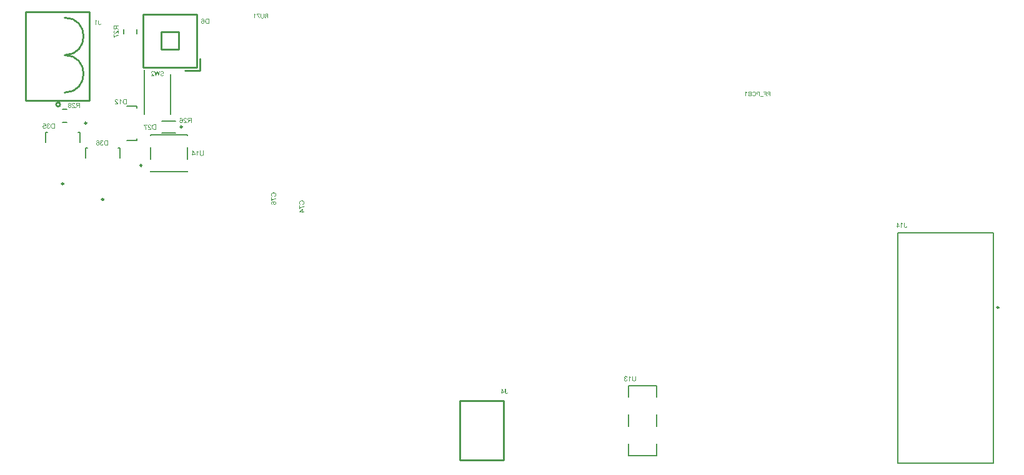
<source format=gbo>
G04*
G04 #@! TF.GenerationSoftware,Altium Limited,Altium Designer,21.9.1 (22)*
G04*
G04 Layer_Color=32896*
%FSLAX25Y25*%
%MOIN*%
G70*
G04*
G04 #@! TF.SameCoordinates,B80F087D-8A9E-4AC8-8264-EFD115A8CABB*
G04*
G04*
G04 #@! TF.FilePolarity,Positive*
G04*
G01*
G75*
%ADD10C,0.00984*%
%ADD12C,0.01000*%
%ADD14C,0.00787*%
%ADD15C,0.00591*%
G36*
X461733Y-113637D02*
Y-113924D01*
X461096Y-113691D01*
Y-115795D01*
X460778D01*
Y-113300D01*
X460829D01*
X461733Y-113637D01*
D02*
G37*
G36*
X459971Y-115034D02*
Y-115216D01*
X458842D01*
Y-115795D01*
X458524D01*
Y-115216D01*
X458179D01*
Y-114960D01*
X458524D01*
Y-113311D01*
X458862D01*
X459971Y-115034D01*
D02*
G37*
G36*
X462621Y-115077D02*
X462629Y-115158D01*
X462645Y-115232D01*
X462664Y-115294D01*
X462687Y-115344D01*
X462711Y-115383D01*
X462730Y-115414D01*
X462746Y-115430D01*
X462749Y-115437D01*
X462800Y-115480D01*
X462854Y-115507D01*
X462909Y-115531D01*
X462959Y-115546D01*
X463005Y-115554D01*
X463040Y-115558D01*
X463056Y-115562D01*
X463075D01*
X463153Y-115558D01*
X463223Y-115542D01*
X463281Y-115523D01*
X463331Y-115504D01*
X463366Y-115480D01*
X463393Y-115465D01*
X463413Y-115449D01*
X463417Y-115445D01*
X463455Y-115395D01*
X463483Y-115340D01*
X463506Y-115286D01*
X463518Y-115232D01*
X463525Y-115185D01*
X463529Y-115147D01*
X463533Y-115131D01*
Y-115119D01*
Y-115115D01*
Y-115112D01*
X463859D01*
X463855Y-115174D01*
X463851Y-115232D01*
X463828Y-115337D01*
X463812Y-115387D01*
X463793Y-115430D01*
X463774Y-115469D01*
X463754Y-115504D01*
X463739Y-115538D01*
X463719Y-115566D01*
X463700Y-115589D01*
X463685Y-115608D01*
X463673Y-115624D01*
X463661Y-115635D01*
X463657Y-115639D01*
X463653Y-115643D01*
X463615Y-115674D01*
X463568Y-115705D01*
X463475Y-115752D01*
X463382Y-115783D01*
X463289Y-115806D01*
X463242Y-115814D01*
X463203Y-115818D01*
X463168Y-115825D01*
X463137D01*
X463110Y-115829D01*
X463075D01*
X463009Y-115825D01*
X462951Y-115822D01*
X462839Y-115798D01*
X462788Y-115783D01*
X462742Y-115767D01*
X462699Y-115748D01*
X462660Y-115728D01*
X462625Y-115713D01*
X462594Y-115694D01*
X462571Y-115678D01*
X462548Y-115663D01*
X462532Y-115651D01*
X462521Y-115639D01*
X462513Y-115635D01*
X462509Y-115631D01*
X462470Y-115593D01*
X462435Y-115550D01*
X462408Y-115504D01*
X462385Y-115461D01*
X462346Y-115368D01*
X462319Y-115275D01*
X462303Y-115197D01*
X462299Y-115162D01*
X462295Y-115131D01*
X462291Y-115108D01*
Y-115088D01*
Y-115077D01*
Y-115073D01*
Y-113311D01*
X462621D01*
Y-115077D01*
D02*
G37*
G36*
X42219Y-47156D02*
X42285Y-47159D01*
X42347Y-47171D01*
X42405Y-47183D01*
X42459Y-47198D01*
X42510Y-47214D01*
X42556Y-47233D01*
X42599Y-47253D01*
X42638Y-47272D01*
X42669Y-47291D01*
X42696Y-47307D01*
X42719Y-47322D01*
X42739Y-47334D01*
X42750Y-47346D01*
X42758Y-47350D01*
X42762Y-47354D01*
X42801Y-47392D01*
X42836Y-47435D01*
X42870Y-47482D01*
X42898Y-47528D01*
X42944Y-47621D01*
X42975Y-47714D01*
X42987Y-47757D01*
X42998Y-47800D01*
X43006Y-47835D01*
X43014Y-47866D01*
X43018Y-47893D01*
Y-47912D01*
X43022Y-47924D01*
Y-47928D01*
X42684Y-47963D01*
X42676Y-47873D01*
X42661Y-47796D01*
X42638Y-47726D01*
X42610Y-47672D01*
X42587Y-47625D01*
X42564Y-47594D01*
X42548Y-47575D01*
X42541Y-47567D01*
X42482Y-47520D01*
X42420Y-47485D01*
X42354Y-47458D01*
X42296Y-47443D01*
X42242Y-47431D01*
X42195Y-47427D01*
X42180Y-47423D01*
X42156D01*
X42075Y-47427D01*
X42001Y-47443D01*
X41939Y-47466D01*
X41885Y-47489D01*
X41842Y-47516D01*
X41815Y-47536D01*
X41796Y-47551D01*
X41788Y-47559D01*
X41741Y-47613D01*
X41706Y-47668D01*
X41679Y-47722D01*
X41664Y-47776D01*
X41652Y-47819D01*
X41648Y-47858D01*
X41644Y-47881D01*
Y-47885D01*
Y-47889D01*
X41652Y-47959D01*
X41668Y-48033D01*
X41695Y-48098D01*
X41722Y-48160D01*
X41753Y-48211D01*
X41780Y-48254D01*
X41788Y-48269D01*
X41796Y-48281D01*
X41803Y-48285D01*
Y-48289D01*
X41834Y-48331D01*
X41873Y-48374D01*
X41916Y-48421D01*
X41963Y-48467D01*
X42059Y-48560D01*
X42156Y-48653D01*
X42207Y-48696D01*
X42250Y-48735D01*
X42292Y-48770D01*
X42327Y-48801D01*
X42354Y-48824D01*
X42378Y-48843D01*
X42393Y-48855D01*
X42397Y-48859D01*
X42494Y-48940D01*
X42583Y-49018D01*
X42657Y-49088D01*
X42715Y-49146D01*
X42766Y-49196D01*
X42801Y-49231D01*
X42820Y-49255D01*
X42828Y-49259D01*
Y-49262D01*
X42882Y-49328D01*
X42925Y-49391D01*
X42963Y-49452D01*
X42995Y-49507D01*
X43018Y-49553D01*
X43033Y-49588D01*
X43041Y-49612D01*
X43045Y-49615D01*
Y-49619D01*
X43060Y-49662D01*
X43068Y-49701D01*
X43076Y-49740D01*
X43080Y-49775D01*
X43084Y-49806D01*
Y-49829D01*
Y-49844D01*
Y-49848D01*
X41303D01*
Y-49530D01*
X42626D01*
X42579Y-49464D01*
X42556Y-49437D01*
X42537Y-49410D01*
X42517Y-49387D01*
X42502Y-49371D01*
X42490Y-49359D01*
X42486Y-49356D01*
X42467Y-49336D01*
X42444Y-49317D01*
X42389Y-49266D01*
X42327Y-49208D01*
X42261Y-49150D01*
X42199Y-49099D01*
X42172Y-49076D01*
X42149Y-49053D01*
X42129Y-49037D01*
X42114Y-49026D01*
X42106Y-49018D01*
X42102Y-49014D01*
X42040Y-48960D01*
X41978Y-48909D01*
X41924Y-48859D01*
X41873Y-48816D01*
X41827Y-48774D01*
X41788Y-48735D01*
X41749Y-48700D01*
X41718Y-48669D01*
X41687Y-48638D01*
X41664Y-48614D01*
X41644Y-48595D01*
X41625Y-48576D01*
X41605Y-48552D01*
X41598Y-48545D01*
X41543Y-48479D01*
X41497Y-48421D01*
X41458Y-48362D01*
X41427Y-48316D01*
X41404Y-48273D01*
X41388Y-48242D01*
X41381Y-48223D01*
X41377Y-48215D01*
X41353Y-48157D01*
X41338Y-48098D01*
X41322Y-48044D01*
X41315Y-47997D01*
X41311Y-47955D01*
X41307Y-47924D01*
Y-47904D01*
Y-47897D01*
X41311Y-47839D01*
X41318Y-47784D01*
X41326Y-47730D01*
X41342Y-47683D01*
X41381Y-47590D01*
X41419Y-47516D01*
X41443Y-47482D01*
X41462Y-47454D01*
X41481Y-47427D01*
X41501Y-47408D01*
X41516Y-47392D01*
X41524Y-47377D01*
X41532Y-47373D01*
X41536Y-47369D01*
X41578Y-47330D01*
X41625Y-47295D01*
X41675Y-47268D01*
X41726Y-47245D01*
X41827Y-47206D01*
X41928Y-47179D01*
X41970Y-47171D01*
X42013Y-47163D01*
X42052Y-47159D01*
X42083Y-47156D01*
X42110Y-47152D01*
X42149D01*
X42219Y-47156D01*
D02*
G37*
G36*
X44135Y-47218D02*
X44178Y-47280D01*
X44228Y-47342D01*
X44275Y-47396D01*
X44322Y-47443D01*
X44356Y-47482D01*
X44372Y-47493D01*
X44384Y-47505D01*
X44388Y-47509D01*
X44391Y-47513D01*
X44473Y-47578D01*
X44554Y-47641D01*
X44632Y-47695D01*
X44710Y-47738D01*
X44776Y-47776D01*
X44803Y-47792D01*
X44826Y-47804D01*
X44845Y-47815D01*
X44861Y-47819D01*
X44869Y-47827D01*
X44872D01*
Y-48145D01*
X44814Y-48122D01*
X44756Y-48094D01*
X44698Y-48067D01*
X44644Y-48040D01*
X44597Y-48017D01*
X44558Y-47997D01*
X44535Y-47982D01*
X44531Y-47978D01*
X44527D01*
X44457Y-47936D01*
X44395Y-47893D01*
X44341Y-47854D01*
X44298Y-47819D01*
X44259Y-47792D01*
X44236Y-47769D01*
X44217Y-47753D01*
X44213Y-47749D01*
Y-49848D01*
X43883D01*
Y-47152D01*
X44096D01*
X44135Y-47218D01*
D02*
G37*
G36*
X47697Y-49848D02*
X46731D01*
X46642Y-49844D01*
X46560Y-49841D01*
X46487Y-49833D01*
X46424Y-49825D01*
X46370Y-49817D01*
X46331Y-49813D01*
X46320Y-49810D01*
X46308Y-49806D01*
X46300D01*
X46231Y-49786D01*
X46168Y-49763D01*
X46114Y-49744D01*
X46068Y-49720D01*
X46029Y-49701D01*
X46002Y-49685D01*
X45986Y-49674D01*
X45978Y-49670D01*
X45928Y-49635D01*
X45885Y-49592D01*
X45842Y-49553D01*
X45808Y-49515D01*
X45777Y-49480D01*
X45753Y-49452D01*
X45738Y-49433D01*
X45734Y-49425D01*
X45695Y-49363D01*
X45656Y-49297D01*
X45625Y-49235D01*
X45602Y-49173D01*
X45579Y-49119D01*
X45563Y-49076D01*
X45559Y-49061D01*
X45555Y-49049D01*
X45551Y-49041D01*
Y-49037D01*
X45528Y-48944D01*
X45509Y-48851D01*
X45497Y-48762D01*
X45485Y-48676D01*
X45482Y-48603D01*
Y-48572D01*
X45478Y-48545D01*
Y-48525D01*
Y-48506D01*
Y-48498D01*
Y-48494D01*
X45482Y-48362D01*
X45493Y-48242D01*
X45513Y-48133D01*
X45520Y-48083D01*
X45532Y-48040D01*
X45544Y-47997D01*
X45551Y-47963D01*
X45559Y-47932D01*
X45571Y-47904D01*
X45575Y-47881D01*
X45583Y-47866D01*
X45586Y-47858D01*
Y-47854D01*
X45629Y-47753D01*
X45680Y-47664D01*
X45734Y-47586D01*
X45784Y-47520D01*
X45831Y-47466D01*
X45870Y-47427D01*
X45885Y-47416D01*
X45897Y-47404D01*
X45901Y-47400D01*
X45905Y-47396D01*
X45967Y-47346D01*
X46033Y-47307D01*
X46099Y-47272D01*
X46161Y-47245D01*
X46215Y-47225D01*
X46258Y-47214D01*
X46273Y-47206D01*
X46285D01*
X46293Y-47202D01*
X46296D01*
X46362Y-47190D01*
X46440Y-47179D01*
X46518Y-47171D01*
X46595Y-47167D01*
X46665Y-47163D01*
X47697D01*
Y-49848D01*
D02*
G37*
G36*
X19323Y-49132D02*
X19389Y-49136D01*
X19452Y-49148D01*
X19510Y-49160D01*
X19564Y-49175D01*
X19614Y-49191D01*
X19661Y-49210D01*
X19704Y-49229D01*
X19742Y-49249D01*
X19773Y-49268D01*
X19801Y-49284D01*
X19824Y-49299D01*
X19843Y-49311D01*
X19855Y-49322D01*
X19863Y-49326D01*
X19867Y-49330D01*
X19906Y-49369D01*
X19940Y-49412D01*
X19975Y-49458D01*
X20003Y-49505D01*
X20049Y-49598D01*
X20080Y-49691D01*
X20092Y-49734D01*
X20103Y-49776D01*
X20111Y-49811D01*
X20119Y-49842D01*
X20123Y-49869D01*
Y-49889D01*
X20127Y-49900D01*
Y-49904D01*
X19789Y-49939D01*
X19781Y-49850D01*
X19766Y-49773D01*
X19742Y-49703D01*
X19715Y-49648D01*
X19692Y-49602D01*
X19669Y-49571D01*
X19653Y-49551D01*
X19646Y-49544D01*
X19587Y-49497D01*
X19525Y-49462D01*
X19459Y-49435D01*
X19401Y-49419D01*
X19347Y-49408D01*
X19300Y-49404D01*
X19285Y-49400D01*
X19261D01*
X19180Y-49404D01*
X19106Y-49419D01*
X19044Y-49443D01*
X18990Y-49466D01*
X18947Y-49493D01*
X18920Y-49512D01*
X18901Y-49528D01*
X18893Y-49536D01*
X18846Y-49590D01*
X18811Y-49645D01*
X18784Y-49699D01*
X18769Y-49753D01*
X18757Y-49796D01*
X18753Y-49835D01*
X18749Y-49858D01*
Y-49862D01*
Y-49866D01*
X18757Y-49935D01*
X18772Y-50009D01*
X18800Y-50075D01*
X18827Y-50137D01*
X18858Y-50188D01*
X18885Y-50230D01*
X18893Y-50246D01*
X18901Y-50257D01*
X18908Y-50261D01*
Y-50265D01*
X18939Y-50308D01*
X18978Y-50351D01*
X19021Y-50397D01*
X19067Y-50444D01*
X19164Y-50537D01*
X19261Y-50630D01*
X19312Y-50673D01*
X19354Y-50712D01*
X19397Y-50746D01*
X19432Y-50777D01*
X19459Y-50801D01*
X19482Y-50820D01*
X19498Y-50832D01*
X19502Y-50836D01*
X19599Y-50917D01*
X19688Y-50995D01*
X19762Y-51064D01*
X19820Y-51123D01*
X19871Y-51173D01*
X19906Y-51208D01*
X19925Y-51231D01*
X19933Y-51235D01*
Y-51239D01*
X19987Y-51305D01*
X20030Y-51367D01*
X20068Y-51429D01*
X20099Y-51484D01*
X20123Y-51530D01*
X20138Y-51565D01*
X20146Y-51588D01*
X20150Y-51592D01*
Y-51596D01*
X20165Y-51639D01*
X20173Y-51678D01*
X20181Y-51716D01*
X20185Y-51751D01*
X20189Y-51782D01*
Y-51806D01*
Y-51821D01*
Y-51825D01*
X18408D01*
Y-51507D01*
X19731D01*
X19684Y-51441D01*
X19661Y-51414D01*
X19642Y-51387D01*
X19622Y-51363D01*
X19607Y-51348D01*
X19595Y-51336D01*
X19591Y-51332D01*
X19572Y-51313D01*
X19548Y-51293D01*
X19494Y-51243D01*
X19432Y-51185D01*
X19366Y-51127D01*
X19304Y-51076D01*
X19277Y-51053D01*
X19254Y-51030D01*
X19234Y-51014D01*
X19219Y-51003D01*
X19211Y-50995D01*
X19207Y-50991D01*
X19145Y-50937D01*
X19083Y-50886D01*
X19029Y-50836D01*
X18978Y-50793D01*
X18932Y-50750D01*
X18893Y-50712D01*
X18854Y-50677D01*
X18823Y-50646D01*
X18792Y-50615D01*
X18769Y-50591D01*
X18749Y-50572D01*
X18730Y-50552D01*
X18710Y-50529D01*
X18703Y-50521D01*
X18648Y-50455D01*
X18602Y-50397D01*
X18563Y-50339D01*
X18532Y-50292D01*
X18509Y-50250D01*
X18493Y-50219D01*
X18485Y-50199D01*
X18482Y-50191D01*
X18458Y-50133D01*
X18443Y-50075D01*
X18427Y-50021D01*
X18419Y-49974D01*
X18416Y-49932D01*
X18412Y-49900D01*
Y-49881D01*
Y-49873D01*
X18416Y-49815D01*
X18423Y-49761D01*
X18431Y-49707D01*
X18447Y-49660D01*
X18485Y-49567D01*
X18524Y-49493D01*
X18548Y-49458D01*
X18567Y-49431D01*
X18586Y-49404D01*
X18606Y-49384D01*
X18621Y-49369D01*
X18629Y-49354D01*
X18637Y-49350D01*
X18641Y-49346D01*
X18683Y-49307D01*
X18730Y-49272D01*
X18780Y-49245D01*
X18831Y-49222D01*
X18932Y-49183D01*
X19033Y-49156D01*
X19075Y-49148D01*
X19118Y-49140D01*
X19157Y-49136D01*
X19188Y-49132D01*
X19215Y-49128D01*
X19254D01*
X19323Y-49132D01*
D02*
G37*
G36*
X22711Y-51825D02*
X22354D01*
Y-50634D01*
X21896D01*
X21853Y-50638D01*
X21822D01*
X21795Y-50642D01*
X21776Y-50646D01*
X21760D01*
X21752Y-50649D01*
X21748D01*
X21686Y-50669D01*
X21659Y-50680D01*
X21636Y-50692D01*
X21613Y-50704D01*
X21597Y-50712D01*
X21589Y-50715D01*
X21586Y-50719D01*
X21554Y-50743D01*
X21523Y-50770D01*
X21465Y-50828D01*
X21438Y-50855D01*
X21419Y-50878D01*
X21407Y-50894D01*
X21403Y-50898D01*
X21364Y-50952D01*
X21322Y-51010D01*
X21279Y-51072D01*
X21236Y-51130D01*
X21201Y-51185D01*
X21174Y-51227D01*
X21163Y-51243D01*
X21155Y-51255D01*
X21147Y-51262D01*
Y-51266D01*
X20794Y-51825D01*
X20352D01*
X20813Y-51096D01*
X20868Y-51018D01*
X20918Y-50948D01*
X20969Y-50890D01*
X21011Y-50836D01*
X21050Y-50797D01*
X21081Y-50766D01*
X21101Y-50746D01*
X21108Y-50739D01*
X21139Y-50715D01*
X21174Y-50688D01*
X21244Y-50646D01*
X21275Y-50630D01*
X21298Y-50615D01*
X21314Y-50607D01*
X21322Y-50603D01*
X21252Y-50591D01*
X21186Y-50580D01*
X21128Y-50560D01*
X21069Y-50545D01*
X21019Y-50525D01*
X20973Y-50502D01*
X20930Y-50482D01*
X20891Y-50463D01*
X20860Y-50440D01*
X20829Y-50420D01*
X20806Y-50405D01*
X20786Y-50389D01*
X20771Y-50378D01*
X20759Y-50366D01*
X20755Y-50362D01*
X20751Y-50358D01*
X20720Y-50320D01*
X20689Y-50281D01*
X20643Y-50199D01*
X20612Y-50118D01*
X20588Y-50040D01*
X20573Y-49974D01*
X20569Y-49947D01*
Y-49920D01*
X20565Y-49900D01*
Y-49885D01*
Y-49877D01*
Y-49873D01*
X20569Y-49792D01*
X20581Y-49718D01*
X20600Y-49648D01*
X20619Y-49590D01*
X20643Y-49540D01*
X20658Y-49501D01*
X20674Y-49478D01*
X20678Y-49474D01*
Y-49470D01*
X20724Y-49408D01*
X20771Y-49354D01*
X20821Y-49307D01*
X20868Y-49272D01*
X20910Y-49245D01*
X20945Y-49229D01*
X20969Y-49218D01*
X20973Y-49214D01*
X20976D01*
X21011Y-49202D01*
X21054Y-49191D01*
X21139Y-49171D01*
X21232Y-49160D01*
X21318Y-49148D01*
X21399Y-49144D01*
X21434D01*
X21465Y-49140D01*
X22711D01*
Y-51825D01*
D02*
G37*
G36*
X17244Y-49132D02*
X17306Y-49136D01*
X17414Y-49160D01*
X17465Y-49175D01*
X17512Y-49191D01*
X17554Y-49210D01*
X17593Y-49229D01*
X17624Y-49249D01*
X17655Y-49268D01*
X17682Y-49284D01*
X17702Y-49299D01*
X17717Y-49311D01*
X17729Y-49322D01*
X17737Y-49326D01*
X17740Y-49330D01*
X17775Y-49369D01*
X17810Y-49408D01*
X17837Y-49450D01*
X17861Y-49493D01*
X17899Y-49575D01*
X17923Y-49652D01*
X17938Y-49718D01*
X17942Y-49749D01*
X17946Y-49773D01*
X17950Y-49796D01*
Y-49811D01*
Y-49819D01*
Y-49823D01*
X17946Y-49893D01*
X17934Y-49959D01*
X17919Y-50017D01*
X17899Y-50067D01*
X17884Y-50106D01*
X17868Y-50137D01*
X17857Y-50153D01*
X17853Y-50160D01*
X17810Y-50207D01*
X17764Y-50250D01*
X17713Y-50288D01*
X17663Y-50320D01*
X17616Y-50343D01*
X17581Y-50358D01*
X17566Y-50366D01*
X17554Y-50370D01*
X17550Y-50374D01*
X17546D01*
X17636Y-50401D01*
X17709Y-50436D01*
X17775Y-50479D01*
X17830Y-50517D01*
X17872Y-50556D01*
X17903Y-50587D01*
X17919Y-50607D01*
X17927Y-50611D01*
Y-50615D01*
X17969Y-50684D01*
X18004Y-50758D01*
X18027Y-50828D01*
X18043Y-50898D01*
X18051Y-50960D01*
X18055Y-50987D01*
Y-51010D01*
X18059Y-51026D01*
Y-51041D01*
Y-51049D01*
Y-51053D01*
X18055Y-51115D01*
X18047Y-51177D01*
X18035Y-51235D01*
X18020Y-51293D01*
X17981Y-51390D01*
X17962Y-51437D01*
X17938Y-51476D01*
X17915Y-51515D01*
X17896Y-51546D01*
X17872Y-51573D01*
X17857Y-51596D01*
X17841Y-51616D01*
X17830Y-51627D01*
X17822Y-51635D01*
X17818Y-51639D01*
X17772Y-51682D01*
X17721Y-51716D01*
X17667Y-51747D01*
X17612Y-51775D01*
X17562Y-51794D01*
X17508Y-51813D01*
X17403Y-51841D01*
X17356Y-51852D01*
X17314Y-51860D01*
X17275Y-51864D01*
X17240Y-51868D01*
X17213Y-51872D01*
X17174D01*
X17100Y-51868D01*
X17034Y-51860D01*
X16968Y-51848D01*
X16906Y-51837D01*
X16852Y-51817D01*
X16798Y-51798D01*
X16747Y-51779D01*
X16704Y-51755D01*
X16666Y-51732D01*
X16631Y-51713D01*
X16604Y-51693D01*
X16576Y-51674D01*
X16557Y-51662D01*
X16545Y-51650D01*
X16538Y-51643D01*
X16534Y-51639D01*
X16491Y-51592D01*
X16452Y-51546D01*
X16421Y-51499D01*
X16394Y-51449D01*
X16367Y-51402D01*
X16348Y-51352D01*
X16320Y-51262D01*
X16309Y-51220D01*
X16301Y-51181D01*
X16297Y-51146D01*
X16293Y-51119D01*
X16289Y-51096D01*
Y-51076D01*
Y-51064D01*
Y-51061D01*
X16293Y-50971D01*
X16309Y-50890D01*
X16332Y-50816D01*
X16355Y-50754D01*
X16378Y-50704D01*
X16402Y-50665D01*
X16417Y-50642D01*
X16421Y-50638D01*
Y-50634D01*
X16476Y-50572D01*
X16534Y-50517D01*
X16596Y-50475D01*
X16654Y-50436D01*
X16708Y-50409D01*
X16755Y-50389D01*
X16770Y-50382D01*
X16782Y-50378D01*
X16790Y-50374D01*
X16794D01*
X16724Y-50343D01*
X16666Y-50308D01*
X16615Y-50273D01*
X16572Y-50238D01*
X16542Y-50207D01*
X16518Y-50184D01*
X16503Y-50168D01*
X16499Y-50160D01*
X16464Y-50106D01*
X16441Y-50052D01*
X16421Y-49997D01*
X16410Y-49943D01*
X16402Y-49900D01*
X16398Y-49866D01*
Y-49842D01*
Y-49839D01*
Y-49835D01*
X16402Y-49780D01*
X16406Y-49730D01*
X16433Y-49633D01*
X16468Y-49547D01*
X16507Y-49474D01*
X16545Y-49415D01*
X16565Y-49392D01*
X16580Y-49369D01*
X16596Y-49354D01*
X16608Y-49342D01*
X16611Y-49338D01*
X16615Y-49334D01*
X16658Y-49299D01*
X16701Y-49264D01*
X16747Y-49237D01*
X16794Y-49214D01*
X16887Y-49179D01*
X16980Y-49156D01*
X17019Y-49144D01*
X17057Y-49140D01*
X17093Y-49136D01*
X17123Y-49132D01*
X17147Y-49128D01*
X17182D01*
X17244Y-49132D01*
D02*
G37*
G36*
X43348Y-8148D02*
X42157D01*
Y-8606D01*
X42161Y-8649D01*
Y-8680D01*
X42165Y-8707D01*
X42169Y-8726D01*
Y-8742D01*
X42173Y-8750D01*
Y-8754D01*
X42192Y-8816D01*
X42204Y-8843D01*
X42215Y-8866D01*
X42227Y-8889D01*
X42235Y-8905D01*
X42239Y-8913D01*
X42243Y-8916D01*
X42266Y-8947D01*
X42293Y-8979D01*
X42351Y-9037D01*
X42378Y-9064D01*
X42402Y-9083D01*
X42417Y-9095D01*
X42421Y-9099D01*
X42475Y-9138D01*
X42533Y-9180D01*
X42596Y-9223D01*
X42654Y-9266D01*
X42708Y-9301D01*
X42751Y-9328D01*
X42766Y-9339D01*
X42778Y-9347D01*
X42786Y-9355D01*
X42790D01*
X43348Y-9708D01*
Y-10150D01*
X42619Y-9689D01*
X42541Y-9634D01*
X42471Y-9584D01*
X42413Y-9533D01*
X42359Y-9491D01*
X42320Y-9452D01*
X42289Y-9421D01*
X42270Y-9401D01*
X42262Y-9394D01*
X42239Y-9363D01*
X42211Y-9328D01*
X42169Y-9258D01*
X42153Y-9227D01*
X42138Y-9204D01*
X42130Y-9188D01*
X42126Y-9180D01*
X42114Y-9250D01*
X42103Y-9316D01*
X42083Y-9374D01*
X42068Y-9432D01*
X42048Y-9483D01*
X42025Y-9529D01*
X42006Y-9572D01*
X41986Y-9611D01*
X41963Y-9642D01*
X41944Y-9673D01*
X41928Y-9696D01*
X41913Y-9716D01*
X41901Y-9731D01*
X41889Y-9743D01*
X41886Y-9747D01*
X41882Y-9751D01*
X41843Y-9782D01*
X41804Y-9813D01*
X41723Y-9859D01*
X41641Y-9890D01*
X41563Y-9914D01*
X41497Y-9929D01*
X41470Y-9933D01*
X41443D01*
X41424Y-9937D01*
X41408D01*
X41401D01*
X41397D01*
X41315Y-9933D01*
X41241Y-9921D01*
X41172Y-9902D01*
X41113Y-9883D01*
X41063Y-9859D01*
X41024Y-9844D01*
X41001Y-9828D01*
X40997Y-9824D01*
X40993D01*
X40931Y-9778D01*
X40877Y-9731D01*
X40830Y-9681D01*
X40795Y-9634D01*
X40768Y-9591D01*
X40753Y-9557D01*
X40741Y-9533D01*
X40737Y-9529D01*
Y-9526D01*
X40725Y-9491D01*
X40714Y-9448D01*
X40694Y-9363D01*
X40683Y-9269D01*
X40671Y-9184D01*
X40667Y-9103D01*
Y-9068D01*
X40663Y-9037D01*
Y-7791D01*
X43348D01*
Y-8148D01*
D02*
G37*
G36*
Y-12094D02*
X43030D01*
Y-10771D01*
X42964Y-10818D01*
X42937Y-10841D01*
X42910Y-10860D01*
X42887Y-10880D01*
X42871Y-10895D01*
X42859Y-10907D01*
X42856Y-10911D01*
X42836Y-10930D01*
X42817Y-10953D01*
X42766Y-11008D01*
X42708Y-11070D01*
X42650Y-11136D01*
X42599Y-11198D01*
X42576Y-11225D01*
X42553Y-11248D01*
X42537Y-11268D01*
X42526Y-11283D01*
X42518Y-11291D01*
X42514Y-11295D01*
X42460Y-11357D01*
X42409Y-11419D01*
X42359Y-11473D01*
X42316Y-11524D01*
X42274Y-11570D01*
X42235Y-11609D01*
X42200Y-11648D01*
X42169Y-11679D01*
X42138Y-11710D01*
X42114Y-11733D01*
X42095Y-11753D01*
X42076Y-11772D01*
X42052Y-11791D01*
X42045Y-11799D01*
X41979Y-11854D01*
X41920Y-11900D01*
X41862Y-11939D01*
X41816Y-11970D01*
X41773Y-11993D01*
X41742Y-12009D01*
X41723Y-12016D01*
X41715Y-12020D01*
X41657Y-12044D01*
X41598Y-12059D01*
X41544Y-12075D01*
X41497Y-12083D01*
X41455Y-12086D01*
X41424Y-12090D01*
X41404D01*
X41397D01*
X41339Y-12086D01*
X41284Y-12079D01*
X41230Y-12071D01*
X41183Y-12055D01*
X41090Y-12016D01*
X41016Y-11978D01*
X40982Y-11954D01*
X40954Y-11935D01*
X40927Y-11916D01*
X40908Y-11896D01*
X40892Y-11881D01*
X40877Y-11873D01*
X40873Y-11865D01*
X40869Y-11861D01*
X40830Y-11819D01*
X40795Y-11772D01*
X40768Y-11722D01*
X40745Y-11671D01*
X40706Y-11570D01*
X40679Y-11469D01*
X40671Y-11427D01*
X40663Y-11384D01*
X40659Y-11345D01*
X40656Y-11314D01*
X40652Y-11287D01*
Y-11248D01*
X40656Y-11179D01*
X40659Y-11112D01*
X40671Y-11050D01*
X40683Y-10992D01*
X40698Y-10938D01*
X40714Y-10887D01*
X40733Y-10841D01*
X40753Y-10798D01*
X40772Y-10759D01*
X40791Y-10728D01*
X40807Y-10701D01*
X40822Y-10678D01*
X40834Y-10659D01*
X40846Y-10647D01*
X40850Y-10639D01*
X40853Y-10635D01*
X40892Y-10597D01*
X40935Y-10561D01*
X40982Y-10527D01*
X41028Y-10499D01*
X41121Y-10453D01*
X41214Y-10422D01*
X41257Y-10410D01*
X41300Y-10399D01*
X41335Y-10391D01*
X41366Y-10383D01*
X41393Y-10379D01*
X41412D01*
X41424Y-10375D01*
X41428D01*
X41463Y-10713D01*
X41373Y-10721D01*
X41296Y-10736D01*
X41226Y-10759D01*
X41172Y-10787D01*
X41125Y-10810D01*
X41094Y-10833D01*
X41075Y-10849D01*
X41067Y-10856D01*
X41020Y-10915D01*
X40985Y-10977D01*
X40958Y-11043D01*
X40943Y-11101D01*
X40931Y-11155D01*
X40927Y-11202D01*
X40923Y-11217D01*
Y-11241D01*
X40927Y-11322D01*
X40943Y-11396D01*
X40966Y-11458D01*
X40989Y-11512D01*
X41016Y-11555D01*
X41036Y-11582D01*
X41051Y-11601D01*
X41059Y-11609D01*
X41113Y-11656D01*
X41168Y-11691D01*
X41222Y-11718D01*
X41276Y-11733D01*
X41319Y-11745D01*
X41358Y-11749D01*
X41381Y-11753D01*
X41385D01*
X41389D01*
X41459Y-11745D01*
X41532Y-11729D01*
X41598Y-11702D01*
X41660Y-11675D01*
X41711Y-11644D01*
X41754Y-11617D01*
X41769Y-11609D01*
X41781Y-11601D01*
X41785Y-11594D01*
X41789D01*
X41831Y-11563D01*
X41874Y-11524D01*
X41920Y-11481D01*
X41967Y-11435D01*
X42060Y-11338D01*
X42153Y-11241D01*
X42196Y-11190D01*
X42235Y-11147D01*
X42270Y-11105D01*
X42301Y-11070D01*
X42324Y-11043D01*
X42343Y-11019D01*
X42355Y-11004D01*
X42359Y-11000D01*
X42440Y-10903D01*
X42518Y-10814D01*
X42588Y-10740D01*
X42646Y-10682D01*
X42696Y-10631D01*
X42731Y-10597D01*
X42755Y-10577D01*
X42759Y-10569D01*
X42762D01*
X42828Y-10515D01*
X42890Y-10472D01*
X42952Y-10434D01*
X43007Y-10402D01*
X43053Y-10379D01*
X43088Y-10364D01*
X43112Y-10356D01*
X43115Y-10352D01*
X43119D01*
X43162Y-10336D01*
X43201Y-10329D01*
X43240Y-10321D01*
X43275Y-10317D01*
X43306Y-10313D01*
X43329D01*
X43344D01*
X43348D01*
Y-12094D01*
D02*
G37*
G36*
X41016Y-13786D02*
X41129Y-13693D01*
X41249Y-13603D01*
X41366Y-13526D01*
X41478Y-13452D01*
X41529Y-13421D01*
X41575Y-13394D01*
X41618Y-13367D01*
X41653Y-13347D01*
X41684Y-13332D01*
X41703Y-13320D01*
X41719Y-13313D01*
X41723Y-13309D01*
X41878Y-13231D01*
X42033Y-13161D01*
X42180Y-13103D01*
X42246Y-13080D01*
X42312Y-13056D01*
X42371Y-13033D01*
X42425Y-13018D01*
X42471Y-13002D01*
X42510Y-12990D01*
X42545Y-12979D01*
X42568Y-12971D01*
X42584Y-12967D01*
X42588D01*
X42747Y-12928D01*
X42825Y-12913D01*
X42894Y-12901D01*
X42960Y-12889D01*
X43026Y-12878D01*
X43081Y-12870D01*
X43135Y-12862D01*
X43181Y-12858D01*
X43224Y-12855D01*
X43263Y-12851D01*
X43294D01*
X43317Y-12847D01*
X43333D01*
X43344D01*
X43348D01*
Y-13184D01*
X43201Y-13196D01*
X43065Y-13216D01*
X42941Y-13235D01*
X42883Y-13247D01*
X42828Y-13258D01*
X42782Y-13266D01*
X42739Y-13277D01*
X42700Y-13285D01*
X42669Y-13293D01*
X42646Y-13301D01*
X42627Y-13305D01*
X42615Y-13309D01*
X42611D01*
X42433Y-13367D01*
X42266Y-13429D01*
X42184Y-13460D01*
X42107Y-13491D01*
X42037Y-13526D01*
X41967Y-13557D01*
X41905Y-13584D01*
X41851Y-13611D01*
X41804Y-13634D01*
X41761Y-13654D01*
X41726Y-13673D01*
X41703Y-13685D01*
X41688Y-13693D01*
X41684Y-13697D01*
X41602Y-13743D01*
X41521Y-13790D01*
X41447Y-13836D01*
X41377Y-13883D01*
X41315Y-13926D01*
X41253Y-13968D01*
X41199Y-14011D01*
X41152Y-14046D01*
X41106Y-14081D01*
X41067Y-14112D01*
X41036Y-14143D01*
X41009Y-14166D01*
X40985Y-14182D01*
X40970Y-14197D01*
X40962Y-14205D01*
X40958Y-14209D01*
X40698D01*
Y-12471D01*
X41016D01*
Y-13786D01*
D02*
G37*
G36*
X78821Y-57132D02*
X78887Y-57136D01*
X78950Y-57148D01*
X79008Y-57160D01*
X79062Y-57175D01*
X79112Y-57191D01*
X79159Y-57210D01*
X79202Y-57229D01*
X79241Y-57249D01*
X79272Y-57268D01*
X79299Y-57284D01*
X79322Y-57299D01*
X79341Y-57311D01*
X79353Y-57322D01*
X79361Y-57326D01*
X79365Y-57330D01*
X79404Y-57369D01*
X79438Y-57412D01*
X79473Y-57458D01*
X79501Y-57505D01*
X79547Y-57598D01*
X79578Y-57691D01*
X79590Y-57734D01*
X79601Y-57776D01*
X79609Y-57811D01*
X79617Y-57842D01*
X79621Y-57869D01*
Y-57889D01*
X79625Y-57901D01*
Y-57904D01*
X79287Y-57939D01*
X79279Y-57850D01*
X79264Y-57772D01*
X79241Y-57703D01*
X79213Y-57648D01*
X79190Y-57602D01*
X79167Y-57571D01*
X79151Y-57551D01*
X79144Y-57544D01*
X79085Y-57497D01*
X79023Y-57462D01*
X78957Y-57435D01*
X78899Y-57419D01*
X78845Y-57408D01*
X78798Y-57404D01*
X78783Y-57400D01*
X78759D01*
X78678Y-57404D01*
X78604Y-57419D01*
X78542Y-57443D01*
X78488Y-57466D01*
X78445Y-57493D01*
X78418Y-57512D01*
X78399Y-57528D01*
X78391Y-57536D01*
X78344Y-57590D01*
X78309Y-57644D01*
X78282Y-57699D01*
X78267Y-57753D01*
X78255Y-57796D01*
X78251Y-57835D01*
X78247Y-57858D01*
Y-57862D01*
Y-57866D01*
X78255Y-57936D01*
X78271Y-58009D01*
X78298Y-58075D01*
X78325Y-58137D01*
X78356Y-58188D01*
X78383Y-58230D01*
X78391Y-58246D01*
X78399Y-58258D01*
X78406Y-58261D01*
Y-58265D01*
X78437Y-58308D01*
X78476Y-58351D01*
X78519Y-58397D01*
X78565Y-58444D01*
X78662Y-58537D01*
X78759Y-58630D01*
X78810Y-58673D01*
X78853Y-58711D01*
X78895Y-58746D01*
X78930Y-58777D01*
X78957Y-58801D01*
X78981Y-58820D01*
X78996Y-58832D01*
X79000Y-58836D01*
X79097Y-58917D01*
X79186Y-58995D01*
X79260Y-59065D01*
X79318Y-59123D01*
X79369Y-59173D01*
X79404Y-59208D01*
X79423Y-59231D01*
X79431Y-59235D01*
Y-59239D01*
X79485Y-59305D01*
X79528Y-59367D01*
X79567Y-59429D01*
X79598Y-59484D01*
X79621Y-59530D01*
X79636Y-59565D01*
X79644Y-59588D01*
X79648Y-59592D01*
Y-59596D01*
X79663Y-59639D01*
X79671Y-59678D01*
X79679Y-59716D01*
X79683Y-59751D01*
X79687Y-59782D01*
Y-59806D01*
Y-59821D01*
Y-59825D01*
X77906D01*
Y-59507D01*
X79229D01*
X79182Y-59441D01*
X79159Y-59414D01*
X79140Y-59387D01*
X79120Y-59363D01*
X79105Y-59348D01*
X79093Y-59336D01*
X79089Y-59332D01*
X79070Y-59313D01*
X79047Y-59294D01*
X78992Y-59243D01*
X78930Y-59185D01*
X78864Y-59127D01*
X78802Y-59076D01*
X78775Y-59053D01*
X78752Y-59030D01*
X78732Y-59014D01*
X78717Y-59003D01*
X78709Y-58995D01*
X78705Y-58991D01*
X78643Y-58937D01*
X78581Y-58886D01*
X78527Y-58836D01*
X78476Y-58793D01*
X78430Y-58750D01*
X78391Y-58711D01*
X78352Y-58676D01*
X78321Y-58645D01*
X78290Y-58614D01*
X78267Y-58591D01*
X78247Y-58572D01*
X78228Y-58552D01*
X78209Y-58529D01*
X78201Y-58521D01*
X78146Y-58455D01*
X78100Y-58397D01*
X78061Y-58339D01*
X78030Y-58292D01*
X78007Y-58250D01*
X77991Y-58219D01*
X77983Y-58199D01*
X77980Y-58192D01*
X77956Y-58133D01*
X77941Y-58075D01*
X77925Y-58021D01*
X77917Y-57974D01*
X77914Y-57932D01*
X77910Y-57901D01*
Y-57881D01*
Y-57873D01*
X77914Y-57815D01*
X77921Y-57761D01*
X77929Y-57706D01*
X77945Y-57660D01*
X77983Y-57567D01*
X78022Y-57493D01*
X78045Y-57458D01*
X78065Y-57431D01*
X78084Y-57404D01*
X78104Y-57385D01*
X78119Y-57369D01*
X78127Y-57354D01*
X78135Y-57350D01*
X78139Y-57346D01*
X78181Y-57307D01*
X78228Y-57272D01*
X78278Y-57245D01*
X78329Y-57222D01*
X78430Y-57183D01*
X78531Y-57156D01*
X78573Y-57148D01*
X78616Y-57140D01*
X78655Y-57136D01*
X78686Y-57132D01*
X78713Y-57128D01*
X78752D01*
X78821Y-57132D01*
D02*
G37*
G36*
X76680D02*
X76753Y-57140D01*
X76823Y-57156D01*
X76889Y-57175D01*
X76947Y-57202D01*
X77006Y-57225D01*
X77056Y-57257D01*
X77103Y-57284D01*
X77141Y-57311D01*
X77180Y-57342D01*
X77211Y-57365D01*
X77235Y-57388D01*
X77254Y-57412D01*
X77270Y-57427D01*
X77277Y-57435D01*
X77281Y-57439D01*
X77332Y-57509D01*
X77374Y-57590D01*
X77413Y-57675D01*
X77448Y-57765D01*
X77475Y-57858D01*
X77498Y-57951D01*
X77518Y-58048D01*
X77533Y-58137D01*
X77545Y-58227D01*
X77553Y-58308D01*
X77561Y-58382D01*
X77564Y-58444D01*
Y-58498D01*
X77568Y-58537D01*
Y-58552D01*
Y-58564D01*
Y-58568D01*
Y-58572D01*
X77564Y-58696D01*
X77557Y-58812D01*
X77545Y-58921D01*
X77526Y-59022D01*
X77506Y-59111D01*
X77487Y-59193D01*
X77464Y-59266D01*
X77436Y-59332D01*
X77413Y-59387D01*
X77390Y-59437D01*
X77370Y-59476D01*
X77347Y-59511D01*
X77332Y-59538D01*
X77320Y-59553D01*
X77312Y-59565D01*
X77308Y-59569D01*
X77258Y-59623D01*
X77204Y-59670D01*
X77149Y-59709D01*
X77095Y-59743D01*
X77037Y-59775D01*
X76982Y-59798D01*
X76928Y-59817D01*
X76874Y-59833D01*
X76827Y-59844D01*
X76781Y-59856D01*
X76742Y-59864D01*
X76707Y-59868D01*
X76676D01*
X76657Y-59872D01*
X76637D01*
X76548Y-59868D01*
X76466Y-59852D01*
X76393Y-59837D01*
X76327Y-59813D01*
X76276Y-59794D01*
X76237Y-59775D01*
X76222Y-59771D01*
X76210Y-59763D01*
X76206Y-59759D01*
X76202D01*
X76137Y-59712D01*
X76074Y-59658D01*
X76024Y-59604D01*
X75981Y-59549D01*
X75946Y-59499D01*
X75923Y-59460D01*
X75915Y-59445D01*
X75908Y-59433D01*
X75904Y-59429D01*
Y-59425D01*
X75865Y-59344D01*
X75838Y-59259D01*
X75818Y-59181D01*
X75807Y-59107D01*
X75795Y-59045D01*
Y-59022D01*
X75791Y-58999D01*
Y-58979D01*
Y-58968D01*
Y-58960D01*
Y-58956D01*
X75795Y-58886D01*
X75803Y-58820D01*
X75814Y-58754D01*
X75826Y-58696D01*
X75846Y-58642D01*
X75865Y-58587D01*
X75884Y-58541D01*
X75908Y-58498D01*
X75931Y-58459D01*
X75950Y-58424D01*
X75970Y-58397D01*
X75989Y-58370D01*
X76001Y-58351D01*
X76012Y-58339D01*
X76020Y-58331D01*
X76024Y-58327D01*
X76067Y-58285D01*
X76113Y-58246D01*
X76164Y-58215D01*
X76210Y-58188D01*
X76257Y-58161D01*
X76303Y-58141D01*
X76393Y-58114D01*
X76431Y-58102D01*
X76470Y-58095D01*
X76501Y-58091D01*
X76532Y-58087D01*
X76556Y-58083D01*
X76587D01*
X76657Y-58087D01*
X76722Y-58098D01*
X76784Y-58110D01*
X76839Y-58126D01*
X76885Y-58145D01*
X76920Y-58157D01*
X76944Y-58168D01*
X76947Y-58172D01*
X76951D01*
X77013Y-58211D01*
X77068Y-58254D01*
X77118Y-58296D01*
X77157Y-58343D01*
X77192Y-58382D01*
X77219Y-58413D01*
X77235Y-58436D01*
X77239Y-58440D01*
Y-58370D01*
X77235Y-58300D01*
X77231Y-58238D01*
X77223Y-58176D01*
X77219Y-58122D01*
X77211Y-58071D01*
X77204Y-58025D01*
X77192Y-57982D01*
X77184Y-57943D01*
X77176Y-57912D01*
X77169Y-57885D01*
X77165Y-57862D01*
X77157Y-57846D01*
X77153Y-57835D01*
X77149Y-57827D01*
Y-57823D01*
X77110Y-57745D01*
X77072Y-57675D01*
X77029Y-57621D01*
X76990Y-57575D01*
X76955Y-57536D01*
X76928Y-57509D01*
X76909Y-57493D01*
X76901Y-57489D01*
X76854Y-57458D01*
X76808Y-57439D01*
X76761Y-57423D01*
X76715Y-57412D01*
X76680Y-57404D01*
X76649Y-57400D01*
X76622D01*
X76552Y-57408D01*
X76486Y-57423D01*
X76431Y-57447D01*
X76381Y-57470D01*
X76342Y-57497D01*
X76315Y-57520D01*
X76300Y-57536D01*
X76292Y-57544D01*
X76265Y-57578D01*
X76237Y-57621D01*
X76214Y-57668D01*
X76199Y-57714D01*
X76183Y-57757D01*
X76171Y-57792D01*
X76168Y-57815D01*
X76164Y-57819D01*
Y-57823D01*
X75834Y-57796D01*
X75857Y-57687D01*
X75892Y-57590D01*
X75931Y-57505D01*
X75974Y-57435D01*
X76016Y-57381D01*
X76032Y-57357D01*
X76051Y-57338D01*
X76063Y-57326D01*
X76074Y-57315D01*
X76078Y-57311D01*
X76082Y-57307D01*
X76121Y-57276D01*
X76164Y-57249D01*
X76249Y-57202D01*
X76334Y-57171D01*
X76416Y-57152D01*
X76490Y-57136D01*
X76521Y-57132D01*
X76548D01*
X76571Y-57128D01*
X76602D01*
X76680Y-57132D01*
D02*
G37*
G36*
X82209Y-59825D02*
X81852D01*
Y-58634D01*
X81394D01*
X81351Y-58638D01*
X81320D01*
X81293Y-58642D01*
X81274Y-58645D01*
X81258D01*
X81250Y-58649D01*
X81247D01*
X81184Y-58669D01*
X81157Y-58680D01*
X81134Y-58692D01*
X81111Y-58704D01*
X81095Y-58711D01*
X81087Y-58715D01*
X81084Y-58719D01*
X81053Y-58742D01*
X81021Y-58770D01*
X80963Y-58828D01*
X80936Y-58855D01*
X80917Y-58878D01*
X80905Y-58894D01*
X80901Y-58898D01*
X80862Y-58952D01*
X80820Y-59010D01*
X80777Y-59072D01*
X80734Y-59131D01*
X80699Y-59185D01*
X80672Y-59228D01*
X80661Y-59243D01*
X80653Y-59255D01*
X80645Y-59262D01*
Y-59266D01*
X80292Y-59825D01*
X79850D01*
X80311Y-59096D01*
X80366Y-59018D01*
X80416Y-58948D01*
X80467Y-58890D01*
X80509Y-58836D01*
X80548Y-58797D01*
X80579Y-58766D01*
X80599Y-58746D01*
X80606Y-58739D01*
X80637Y-58715D01*
X80672Y-58688D01*
X80742Y-58645D01*
X80773Y-58630D01*
X80796Y-58614D01*
X80812Y-58607D01*
X80820Y-58603D01*
X80750Y-58591D01*
X80684Y-58579D01*
X80626Y-58560D01*
X80568Y-58545D01*
X80517Y-58525D01*
X80471Y-58502D01*
X80428Y-58482D01*
X80389Y-58463D01*
X80358Y-58440D01*
X80327Y-58420D01*
X80304Y-58405D01*
X80284Y-58389D01*
X80269Y-58378D01*
X80257Y-58366D01*
X80253Y-58362D01*
X80249Y-58358D01*
X80218Y-58320D01*
X80187Y-58281D01*
X80141Y-58199D01*
X80110Y-58118D01*
X80086Y-58040D01*
X80071Y-57974D01*
X80067Y-57947D01*
Y-57920D01*
X80063Y-57901D01*
Y-57885D01*
Y-57877D01*
Y-57873D01*
X80067Y-57792D01*
X80079Y-57718D01*
X80098Y-57648D01*
X80117Y-57590D01*
X80141Y-57540D01*
X80156Y-57501D01*
X80172Y-57478D01*
X80176Y-57474D01*
Y-57470D01*
X80222Y-57408D01*
X80269Y-57354D01*
X80319Y-57307D01*
X80366Y-57272D01*
X80408Y-57245D01*
X80443Y-57229D01*
X80467Y-57218D01*
X80471Y-57214D01*
X80474D01*
X80509Y-57202D01*
X80552Y-57191D01*
X80637Y-57171D01*
X80730Y-57160D01*
X80816Y-57148D01*
X80897Y-57144D01*
X80932D01*
X80963Y-57140D01*
X82209D01*
Y-59825D01*
D02*
G37*
G36*
X59820Y-60656D02*
X59886Y-60659D01*
X59948Y-60671D01*
X60006Y-60683D01*
X60060Y-60698D01*
X60111Y-60714D01*
X60157Y-60733D01*
X60200Y-60753D01*
X60239Y-60772D01*
X60270Y-60791D01*
X60297Y-60807D01*
X60320Y-60822D01*
X60339Y-60834D01*
X60351Y-60846D01*
X60359Y-60850D01*
X60363Y-60853D01*
X60402Y-60892D01*
X60436Y-60935D01*
X60471Y-60982D01*
X60499Y-61028D01*
X60545Y-61121D01*
X60576Y-61214D01*
X60588Y-61257D01*
X60599Y-61300D01*
X60607Y-61335D01*
X60615Y-61366D01*
X60619Y-61393D01*
Y-61412D01*
X60623Y-61424D01*
Y-61428D01*
X60285Y-61463D01*
X60277Y-61373D01*
X60262Y-61296D01*
X60239Y-61226D01*
X60211Y-61172D01*
X60188Y-61125D01*
X60165Y-61094D01*
X60149Y-61075D01*
X60142Y-61067D01*
X60083Y-61020D01*
X60021Y-60985D01*
X59955Y-60958D01*
X59897Y-60943D01*
X59843Y-60931D01*
X59796Y-60927D01*
X59781Y-60923D01*
X59758D01*
X59676Y-60927D01*
X59602Y-60943D01*
X59540Y-60966D01*
X59486Y-60989D01*
X59443Y-61016D01*
X59416Y-61036D01*
X59397Y-61051D01*
X59389Y-61059D01*
X59342Y-61113D01*
X59307Y-61168D01*
X59280Y-61222D01*
X59265Y-61276D01*
X59253Y-61319D01*
X59249Y-61358D01*
X59245Y-61381D01*
Y-61385D01*
Y-61389D01*
X59253Y-61459D01*
X59269Y-61532D01*
X59296Y-61598D01*
X59323Y-61660D01*
X59354Y-61711D01*
X59381Y-61754D01*
X59389Y-61769D01*
X59397Y-61781D01*
X59404Y-61785D01*
Y-61788D01*
X59435Y-61831D01*
X59474Y-61874D01*
X59517Y-61920D01*
X59563Y-61967D01*
X59661Y-62060D01*
X59758Y-62153D01*
X59808Y-62196D01*
X59851Y-62235D01*
X59893Y-62270D01*
X59928Y-62301D01*
X59955Y-62324D01*
X59979Y-62343D01*
X59994Y-62355D01*
X59998Y-62359D01*
X60095Y-62440D01*
X60184Y-62518D01*
X60258Y-62588D01*
X60316Y-62646D01*
X60367Y-62696D01*
X60402Y-62731D01*
X60421Y-62755D01*
X60429Y-62758D01*
Y-62762D01*
X60483Y-62828D01*
X60526Y-62890D01*
X60565Y-62953D01*
X60596Y-63007D01*
X60619Y-63053D01*
X60634Y-63088D01*
X60642Y-63112D01*
X60646Y-63116D01*
Y-63119D01*
X60662Y-63162D01*
X60669Y-63201D01*
X60677Y-63240D01*
X60681Y-63275D01*
X60685Y-63306D01*
Y-63329D01*
Y-63344D01*
Y-63348D01*
X58904D01*
Y-63030D01*
X60227D01*
X60180Y-62964D01*
X60157Y-62937D01*
X60138Y-62910D01*
X60118Y-62887D01*
X60103Y-62871D01*
X60091Y-62859D01*
X60087Y-62855D01*
X60068Y-62836D01*
X60045Y-62817D01*
X59990Y-62766D01*
X59928Y-62708D01*
X59862Y-62650D01*
X59800Y-62599D01*
X59773Y-62576D01*
X59750Y-62553D01*
X59730Y-62537D01*
X59715Y-62526D01*
X59707Y-62518D01*
X59703Y-62514D01*
X59641Y-62460D01*
X59579Y-62409D01*
X59525Y-62359D01*
X59474Y-62316D01*
X59428Y-62274D01*
X59389Y-62235D01*
X59350Y-62200D01*
X59319Y-62169D01*
X59288Y-62138D01*
X59265Y-62115D01*
X59245Y-62095D01*
X59226Y-62076D01*
X59206Y-62052D01*
X59199Y-62045D01*
X59145Y-61979D01*
X59098Y-61920D01*
X59059Y-61862D01*
X59028Y-61816D01*
X59005Y-61773D01*
X58989Y-61742D01*
X58982Y-61723D01*
X58978Y-61715D01*
X58954Y-61657D01*
X58939Y-61598D01*
X58923Y-61544D01*
X58916Y-61497D01*
X58912Y-61455D01*
X58908Y-61424D01*
Y-61404D01*
Y-61397D01*
X58912Y-61339D01*
X58919Y-61284D01*
X58927Y-61230D01*
X58943Y-61183D01*
X58982Y-61090D01*
X59020Y-61016D01*
X59044Y-60982D01*
X59063Y-60954D01*
X59082Y-60927D01*
X59102Y-60908D01*
X59117Y-60892D01*
X59125Y-60877D01*
X59133Y-60873D01*
X59137Y-60869D01*
X59179Y-60830D01*
X59226Y-60795D01*
X59276Y-60768D01*
X59327Y-60745D01*
X59428Y-60706D01*
X59529Y-60679D01*
X59571Y-60671D01*
X59614Y-60663D01*
X59653Y-60659D01*
X59684Y-60656D01*
X59711Y-60652D01*
X59750D01*
X59820Y-60656D01*
D02*
G37*
G36*
X63211Y-63348D02*
X62245D01*
X62155Y-63344D01*
X62074Y-63341D01*
X62000Y-63333D01*
X61938Y-63325D01*
X61884Y-63317D01*
X61845Y-63313D01*
X61833Y-63310D01*
X61822Y-63306D01*
X61814D01*
X61744Y-63286D01*
X61682Y-63263D01*
X61628Y-63244D01*
X61581Y-63220D01*
X61542Y-63201D01*
X61515Y-63185D01*
X61500Y-63174D01*
X61492Y-63170D01*
X61441Y-63135D01*
X61399Y-63092D01*
X61356Y-63053D01*
X61321Y-63015D01*
X61290Y-62980D01*
X61267Y-62953D01*
X61251Y-62933D01*
X61247Y-62925D01*
X61209Y-62863D01*
X61170Y-62797D01*
X61139Y-62735D01*
X61115Y-62673D01*
X61092Y-62619D01*
X61077Y-62576D01*
X61073Y-62561D01*
X61069Y-62549D01*
X61065Y-62541D01*
Y-62537D01*
X61042Y-62444D01*
X61022Y-62351D01*
X61011Y-62262D01*
X60999Y-62177D01*
X60995Y-62103D01*
Y-62072D01*
X60991Y-62045D01*
Y-62025D01*
Y-62006D01*
Y-61998D01*
Y-61994D01*
X60995Y-61862D01*
X61007Y-61742D01*
X61026Y-61633D01*
X61034Y-61583D01*
X61046Y-61540D01*
X61057Y-61497D01*
X61065Y-61463D01*
X61073Y-61432D01*
X61085Y-61404D01*
X61088Y-61381D01*
X61096Y-61366D01*
X61100Y-61358D01*
Y-61354D01*
X61143Y-61253D01*
X61193Y-61164D01*
X61247Y-61086D01*
X61298Y-61020D01*
X61344Y-60966D01*
X61383Y-60927D01*
X61399Y-60915D01*
X61410Y-60904D01*
X61414Y-60900D01*
X61418Y-60896D01*
X61480Y-60846D01*
X61546Y-60807D01*
X61612Y-60772D01*
X61674Y-60745D01*
X61729Y-60725D01*
X61771Y-60714D01*
X61787Y-60706D01*
X61798D01*
X61806Y-60702D01*
X61810D01*
X61876Y-60690D01*
X61954Y-60679D01*
X62031Y-60671D01*
X62109Y-60667D01*
X62179Y-60663D01*
X63211D01*
Y-63348D01*
D02*
G37*
G36*
X58527Y-61016D02*
X57212D01*
X57305Y-61129D01*
X57395Y-61249D01*
X57472Y-61366D01*
X57546Y-61478D01*
X57577Y-61529D01*
X57604Y-61575D01*
X57631Y-61618D01*
X57651Y-61653D01*
X57666Y-61684D01*
X57678Y-61703D01*
X57686Y-61719D01*
X57689Y-61723D01*
X57767Y-61878D01*
X57837Y-62033D01*
X57895Y-62180D01*
X57918Y-62246D01*
X57942Y-62312D01*
X57965Y-62371D01*
X57981Y-62425D01*
X57996Y-62471D01*
X58008Y-62510D01*
X58019Y-62545D01*
X58027Y-62568D01*
X58031Y-62584D01*
Y-62588D01*
X58070Y-62747D01*
X58085Y-62824D01*
X58097Y-62894D01*
X58109Y-62960D01*
X58120Y-63026D01*
X58128Y-63081D01*
X58136Y-63135D01*
X58139Y-63182D01*
X58143Y-63224D01*
X58147Y-63263D01*
Y-63294D01*
X58151Y-63317D01*
Y-63333D01*
Y-63344D01*
Y-63348D01*
X57814D01*
X57802Y-63201D01*
X57783Y-63065D01*
X57763Y-62941D01*
X57752Y-62883D01*
X57740Y-62828D01*
X57732Y-62782D01*
X57721Y-62739D01*
X57713Y-62700D01*
X57705Y-62669D01*
X57697Y-62646D01*
X57693Y-62627D01*
X57689Y-62615D01*
Y-62611D01*
X57631Y-62433D01*
X57569Y-62266D01*
X57538Y-62184D01*
X57507Y-62107D01*
X57472Y-62037D01*
X57441Y-61967D01*
X57414Y-61905D01*
X57387Y-61851D01*
X57363Y-61804D01*
X57344Y-61761D01*
X57325Y-61726D01*
X57313Y-61703D01*
X57305Y-61688D01*
X57301Y-61684D01*
X57255Y-61602D01*
X57208Y-61521D01*
X57162Y-61447D01*
X57115Y-61377D01*
X57073Y-61315D01*
X57030Y-61253D01*
X56987Y-61199D01*
X56952Y-61152D01*
X56917Y-61106D01*
X56886Y-61067D01*
X56855Y-61036D01*
X56832Y-61009D01*
X56817Y-60985D01*
X56801Y-60970D01*
X56793Y-60962D01*
X56789Y-60958D01*
Y-60698D01*
X58527D01*
Y-61016D01*
D02*
G37*
G36*
X85145Y-74694D02*
X85188Y-74756D01*
X85238Y-74818D01*
X85285Y-74873D01*
X85331Y-74919D01*
X85366Y-74958D01*
X85382Y-74970D01*
X85393Y-74981D01*
X85397Y-74985D01*
X85401Y-74989D01*
X85483Y-75055D01*
X85564Y-75117D01*
X85642Y-75172D01*
X85719Y-75214D01*
X85785Y-75253D01*
X85812Y-75269D01*
X85836Y-75280D01*
X85855Y-75292D01*
X85870Y-75296D01*
X85878Y-75304D01*
X85882D01*
Y-75622D01*
X85824Y-75598D01*
X85766Y-75571D01*
X85708Y-75544D01*
X85653Y-75517D01*
X85607Y-75494D01*
X85568Y-75474D01*
X85545Y-75459D01*
X85541Y-75455D01*
X85537D01*
X85467Y-75412D01*
X85405Y-75370D01*
X85351Y-75331D01*
X85308Y-75296D01*
X85269Y-75269D01*
X85246Y-75245D01*
X85227Y-75230D01*
X85223Y-75226D01*
Y-77325D01*
X84893D01*
Y-74628D01*
X85106D01*
X85145Y-74694D01*
D02*
G37*
G36*
X88703Y-76192D02*
Y-76270D01*
X88699Y-76343D01*
X88695Y-76413D01*
X88687Y-76479D01*
X88680Y-76537D01*
X88672Y-76592D01*
X88660Y-76642D01*
X88652Y-76689D01*
X88645Y-76731D01*
X88633Y-76766D01*
X88625Y-76797D01*
X88618Y-76821D01*
X88610Y-76840D01*
X88606Y-76855D01*
X88602Y-76863D01*
Y-76867D01*
X88559Y-76952D01*
X88505Y-77030D01*
X88451Y-77092D01*
X88393Y-77147D01*
X88342Y-77189D01*
X88299Y-77220D01*
X88284Y-77228D01*
X88272Y-77236D01*
X88265Y-77244D01*
X88261D01*
X88164Y-77286D01*
X88063Y-77317D01*
X87958Y-77341D01*
X87861Y-77356D01*
X87818Y-77360D01*
X87776Y-77364D01*
X87737Y-77368D01*
X87706D01*
X87679Y-77372D01*
X87644D01*
X87504Y-77364D01*
X87442Y-77356D01*
X87384Y-77348D01*
X87326Y-77337D01*
X87275Y-77325D01*
X87229Y-77313D01*
X87186Y-77298D01*
X87147Y-77282D01*
X87116Y-77271D01*
X87085Y-77259D01*
X87062Y-77247D01*
X87042Y-77236D01*
X87031Y-77232D01*
X87023Y-77224D01*
X87019D01*
X86934Y-77166D01*
X86864Y-77100D01*
X86809Y-77038D01*
X86763Y-76976D01*
X86728Y-76921D01*
X86705Y-76879D01*
X86697Y-76863D01*
X86689Y-76852D01*
X86685Y-76844D01*
Y-76840D01*
X86670Y-76793D01*
X86654Y-76743D01*
X86631Y-76638D01*
X86616Y-76530D01*
X86604Y-76425D01*
X86600Y-76378D01*
X86596Y-76332D01*
Y-76293D01*
X86592Y-76258D01*
Y-76231D01*
Y-76212D01*
Y-76196D01*
Y-76192D01*
Y-74640D01*
X86949D01*
Y-76192D01*
Y-76281D01*
X86957Y-76367D01*
X86965Y-76440D01*
X86976Y-76510D01*
X86988Y-76572D01*
X87003Y-76631D01*
X87015Y-76681D01*
X87031Y-76724D01*
X87046Y-76758D01*
X87062Y-76793D01*
X87077Y-76817D01*
X87089Y-76840D01*
X87100Y-76855D01*
X87108Y-76867D01*
X87112Y-76871D01*
X87116Y-76875D01*
X87151Y-76906D01*
X87190Y-76933D01*
X87275Y-76976D01*
X87364Y-77007D01*
X87458Y-77026D01*
X87543Y-77042D01*
X87578Y-77046D01*
X87613D01*
X87636Y-77049D01*
X87675D01*
X87756Y-77046D01*
X87830Y-77034D01*
X87900Y-77022D01*
X87954Y-77003D01*
X88001Y-76987D01*
X88036Y-76976D01*
X88055Y-76964D01*
X88063Y-76960D01*
X88117Y-76925D01*
X88164Y-76883D01*
X88202Y-76840D01*
X88230Y-76801D01*
X88253Y-76762D01*
X88272Y-76735D01*
X88280Y-76716D01*
X88284Y-76708D01*
X88296Y-76673D01*
X88303Y-76638D01*
X88319Y-76557D01*
X88331Y-76471D01*
X88338Y-76386D01*
X88342Y-76312D01*
Y-76277D01*
X88346Y-76250D01*
Y-76227D01*
Y-76208D01*
Y-76196D01*
Y-76192D01*
Y-74640D01*
X88703D01*
Y-76192D01*
D02*
G37*
G36*
X84159Y-76378D02*
Y-76681D01*
X82992D01*
Y-77325D01*
X82662D01*
Y-76681D01*
X82297D01*
Y-76378D01*
X82662D01*
Y-74640D01*
X82929D01*
X84159Y-76378D01*
D02*
G37*
G36*
X313974Y-195006D02*
X314078Y-195025D01*
X314168Y-195056D01*
X314245Y-195087D01*
X314280Y-195106D01*
X314307Y-195122D01*
X314335Y-195138D01*
X314354Y-195153D01*
X314369Y-195165D01*
X314381Y-195173D01*
X314389Y-195176D01*
X314393Y-195180D01*
X314466Y-195254D01*
X314525Y-195335D01*
X314571Y-195421D01*
X314610Y-195506D01*
X314633Y-195580D01*
X314645Y-195611D01*
X314653Y-195638D01*
X314656Y-195661D01*
X314660Y-195677D01*
X314664Y-195688D01*
Y-195692D01*
X314335Y-195751D01*
X314319Y-195665D01*
X314296Y-195591D01*
X314268Y-195529D01*
X314241Y-195479D01*
X314214Y-195440D01*
X314191Y-195413D01*
X314175Y-195394D01*
X314172Y-195390D01*
X314121Y-195351D01*
X314067Y-195320D01*
X314016Y-195300D01*
X313966Y-195285D01*
X313919Y-195277D01*
X313884Y-195270D01*
X313853D01*
X313784Y-195273D01*
X313721Y-195289D01*
X313667Y-195308D01*
X313620Y-195328D01*
X313586Y-195351D01*
X313559Y-195370D01*
X313539Y-195386D01*
X313535Y-195390D01*
X313492Y-195436D01*
X313461Y-195487D01*
X313442Y-195537D01*
X313426Y-195584D01*
X313419Y-195626D01*
X313411Y-195658D01*
Y-195681D01*
Y-195685D01*
Y-195688D01*
Y-195731D01*
X313419Y-195770D01*
X313438Y-195836D01*
X313465Y-195894D01*
X313496Y-195945D01*
X313527Y-195979D01*
X313555Y-196007D01*
X313574Y-196022D01*
X313578Y-196026D01*
X313582D01*
X313648Y-196061D01*
X313710Y-196088D01*
X313776Y-196108D01*
X313834Y-196119D01*
X313884Y-196127D01*
X313927Y-196135D01*
X313978D01*
X313993Y-196131D01*
X314012D01*
X314051Y-196422D01*
X314001Y-196410D01*
X313954Y-196402D01*
X313915Y-196395D01*
X313880Y-196391D01*
X313853Y-196387D01*
X313818D01*
X313737Y-196395D01*
X313663Y-196410D01*
X313597Y-196433D01*
X313543Y-196461D01*
X313500Y-196488D01*
X313469Y-196511D01*
X313450Y-196527D01*
X313442Y-196534D01*
X313392Y-196593D01*
X313353Y-196655D01*
X313326Y-196717D01*
X313310Y-196779D01*
X313299Y-196829D01*
X313295Y-196872D01*
X313291Y-196887D01*
Y-196899D01*
Y-196907D01*
Y-196911D01*
X313299Y-196996D01*
X313318Y-197074D01*
X313341Y-197140D01*
X313372Y-197198D01*
X313403Y-197244D01*
X313426Y-197279D01*
X313446Y-197303D01*
X313454Y-197310D01*
X313516Y-197365D01*
X313582Y-197404D01*
X313648Y-197431D01*
X313710Y-197450D01*
X313764Y-197462D01*
X313807Y-197466D01*
X313822Y-197469D01*
X313846D01*
X313915Y-197466D01*
X313981Y-197450D01*
X314040Y-197431D01*
X314086Y-197407D01*
X314125Y-197388D01*
X314156Y-197369D01*
X314172Y-197353D01*
X314179Y-197349D01*
X314226Y-197295D01*
X314265Y-197233D01*
X314300Y-197167D01*
X314327Y-197097D01*
X314346Y-197039D01*
X314354Y-197012D01*
X314358Y-196988D01*
X314362Y-196969D01*
X314366Y-196953D01*
X314369Y-196946D01*
Y-196942D01*
X314699Y-196984D01*
X314691Y-197046D01*
X314680Y-197105D01*
X314645Y-197213D01*
X314602Y-197307D01*
X314579Y-197345D01*
X314556Y-197384D01*
X314532Y-197419D01*
X314509Y-197446D01*
X314490Y-197473D01*
X314470Y-197493D01*
X314459Y-197508D01*
X314447Y-197520D01*
X314439Y-197528D01*
X314435Y-197531D01*
X314389Y-197566D01*
X314342Y-197601D01*
X314296Y-197628D01*
X314245Y-197652D01*
X314148Y-197691D01*
X314055Y-197714D01*
X314012Y-197722D01*
X313974Y-197729D01*
X313939Y-197733D01*
X313908Y-197737D01*
X313884Y-197741D01*
X313849D01*
X313776Y-197737D01*
X313710Y-197729D01*
X313644Y-197718D01*
X313582Y-197702D01*
X313524Y-197683D01*
X313473Y-197663D01*
X313423Y-197640D01*
X313380Y-197617D01*
X313337Y-197598D01*
X313302Y-197574D01*
X313271Y-197555D01*
X313248Y-197535D01*
X313229Y-197520D01*
X313213Y-197508D01*
X313205Y-197501D01*
X313201Y-197497D01*
X313155Y-197450D01*
X313116Y-197400D01*
X313081Y-197349D01*
X313050Y-197299D01*
X313027Y-197252D01*
X313004Y-197202D01*
X312973Y-197109D01*
X312965Y-197066D01*
X312957Y-197027D01*
X312949Y-196992D01*
X312945Y-196961D01*
X312942Y-196938D01*
Y-196918D01*
Y-196907D01*
Y-196903D01*
X312945Y-196810D01*
X312961Y-196724D01*
X312984Y-196651D01*
X313007Y-196589D01*
X313031Y-196538D01*
X313054Y-196500D01*
X313070Y-196476D01*
X313073Y-196468D01*
X313128Y-196410D01*
X313186Y-196360D01*
X313248Y-196321D01*
X313310Y-196290D01*
X313365Y-196267D01*
X313407Y-196251D01*
X313423Y-196247D01*
X313434Y-196243D01*
X313442Y-196239D01*
X313446D01*
X313380Y-196205D01*
X313326Y-196170D01*
X313279Y-196131D01*
X313240Y-196096D01*
X313209Y-196065D01*
X313186Y-196038D01*
X313174Y-196022D01*
X313171Y-196014D01*
X313139Y-195960D01*
X313116Y-195906D01*
X313097Y-195852D01*
X313085Y-195801D01*
X313077Y-195758D01*
X313073Y-195727D01*
Y-195704D01*
Y-195696D01*
X313077Y-195630D01*
X313089Y-195564D01*
X313105Y-195506D01*
X313124Y-195456D01*
X313143Y-195413D01*
X313159Y-195378D01*
X313171Y-195359D01*
X313174Y-195351D01*
X313213Y-195293D01*
X313260Y-195242D01*
X313306Y-195200D01*
X313353Y-195161D01*
X313392Y-195134D01*
X313426Y-195110D01*
X313450Y-195099D01*
X313454Y-195095D01*
X313458D01*
X313527Y-195064D01*
X313597Y-195041D01*
X313667Y-195021D01*
X313729Y-195010D01*
X313780Y-195002D01*
X313822Y-194998D01*
X313919D01*
X313974Y-195006D01*
D02*
G37*
G36*
X315801Y-195064D02*
X315844Y-195126D01*
X315894Y-195188D01*
X315941Y-195242D01*
X315987Y-195289D01*
X316022Y-195328D01*
X316038Y-195339D01*
X316049Y-195351D01*
X316053Y-195355D01*
X316057Y-195359D01*
X316139Y-195425D01*
X316220Y-195487D01*
X316298Y-195541D01*
X316375Y-195584D01*
X316441Y-195623D01*
X316469Y-195638D01*
X316492Y-195650D01*
X316511Y-195661D01*
X316527Y-195665D01*
X316534Y-195673D01*
X316538D01*
Y-195991D01*
X316480Y-195968D01*
X316422Y-195941D01*
X316364Y-195914D01*
X316309Y-195886D01*
X316263Y-195863D01*
X316224Y-195844D01*
X316201Y-195828D01*
X316197Y-195824D01*
X316193D01*
X316123Y-195782D01*
X316061Y-195739D01*
X316007Y-195700D01*
X315964Y-195665D01*
X315925Y-195638D01*
X315902Y-195615D01*
X315883Y-195599D01*
X315879Y-195595D01*
Y-197695D01*
X315549D01*
Y-194998D01*
X315762D01*
X315801Y-195064D01*
D02*
G37*
G36*
X319359Y-196562D02*
Y-196639D01*
X319355Y-196713D01*
X319351Y-196783D01*
X319343Y-196849D01*
X319336Y-196907D01*
X319328Y-196961D01*
X319316Y-197012D01*
X319309Y-197058D01*
X319301Y-197101D01*
X319289Y-197136D01*
X319282Y-197167D01*
X319274Y-197190D01*
X319266Y-197210D01*
X319262Y-197225D01*
X319258Y-197233D01*
Y-197237D01*
X319215Y-197322D01*
X319161Y-197400D01*
X319107Y-197462D01*
X319049Y-197516D01*
X318998Y-197559D01*
X318955Y-197590D01*
X318940Y-197598D01*
X318928Y-197605D01*
X318921Y-197613D01*
X318917D01*
X318820Y-197656D01*
X318719Y-197687D01*
X318614Y-197710D01*
X318517Y-197725D01*
X318474Y-197729D01*
X318432Y-197733D01*
X318393Y-197737D01*
X318362D01*
X318335Y-197741D01*
X318300D01*
X318160Y-197733D01*
X318098Y-197725D01*
X318040Y-197718D01*
X317982Y-197706D01*
X317931Y-197695D01*
X317885Y-197683D01*
X317842Y-197667D01*
X317803Y-197652D01*
X317772Y-197640D01*
X317741Y-197628D01*
X317718Y-197617D01*
X317698Y-197605D01*
X317687Y-197601D01*
X317679Y-197594D01*
X317675D01*
X317590Y-197535D01*
X317520Y-197469D01*
X317466Y-197407D01*
X317419Y-197345D01*
X317384Y-197291D01*
X317361Y-197248D01*
X317353Y-197233D01*
X317345Y-197221D01*
X317341Y-197213D01*
Y-197210D01*
X317326Y-197163D01*
X317310Y-197113D01*
X317287Y-197008D01*
X317272Y-196899D01*
X317260Y-196794D01*
X317256Y-196748D01*
X317252Y-196701D01*
Y-196662D01*
X317248Y-196627D01*
Y-196600D01*
Y-196581D01*
Y-196565D01*
Y-196562D01*
Y-195010D01*
X317605D01*
Y-196562D01*
Y-196651D01*
X317613Y-196736D01*
X317621Y-196810D01*
X317633Y-196880D01*
X317644Y-196942D01*
X317660Y-197000D01*
X317671Y-197050D01*
X317687Y-197093D01*
X317702Y-197128D01*
X317718Y-197163D01*
X317733Y-197186D01*
X317745Y-197210D01*
X317757Y-197225D01*
X317764Y-197237D01*
X317768Y-197240D01*
X317772Y-197244D01*
X317807Y-197275D01*
X317846Y-197303D01*
X317931Y-197345D01*
X318021Y-197376D01*
X318114Y-197396D01*
X318199Y-197411D01*
X318234Y-197415D01*
X318269D01*
X318292Y-197419D01*
X318331D01*
X318412Y-197415D01*
X318486Y-197404D01*
X318556Y-197392D01*
X318610Y-197372D01*
X318657Y-197357D01*
X318692Y-197345D01*
X318711Y-197334D01*
X318719Y-197330D01*
X318773Y-197295D01*
X318820Y-197252D01*
X318859Y-197210D01*
X318886Y-197171D01*
X318909Y-197132D01*
X318928Y-197105D01*
X318936Y-197085D01*
X318940Y-197078D01*
X318952Y-197043D01*
X318959Y-197008D01*
X318975Y-196926D01*
X318987Y-196841D01*
X318994Y-196756D01*
X318998Y-196682D01*
Y-196647D01*
X319002Y-196620D01*
Y-196597D01*
Y-196577D01*
Y-196565D01*
Y-196562D01*
Y-195010D01*
X319359D01*
Y-196562D01*
D02*
G37*
G36*
X88222Y-4132D02*
X88295Y-4140D01*
X88365Y-4156D01*
X88431Y-4175D01*
X88489Y-4202D01*
X88547Y-4225D01*
X88598Y-4256D01*
X88644Y-4284D01*
X88683Y-4311D01*
X88722Y-4342D01*
X88753Y-4365D01*
X88776Y-4388D01*
X88796Y-4412D01*
X88811Y-4427D01*
X88819Y-4435D01*
X88823Y-4439D01*
X88873Y-4509D01*
X88916Y-4590D01*
X88955Y-4676D01*
X88990Y-4765D01*
X89017Y-4858D01*
X89040Y-4951D01*
X89060Y-5048D01*
X89075Y-5137D01*
X89087Y-5226D01*
X89095Y-5308D01*
X89102Y-5382D01*
X89106Y-5444D01*
Y-5498D01*
X89110Y-5537D01*
Y-5552D01*
Y-5564D01*
Y-5568D01*
Y-5572D01*
X89106Y-5696D01*
X89098Y-5812D01*
X89087Y-5921D01*
X89067Y-6022D01*
X89048Y-6111D01*
X89029Y-6193D01*
X89005Y-6266D01*
X88978Y-6332D01*
X88955Y-6387D01*
X88932Y-6437D01*
X88912Y-6476D01*
X88889Y-6511D01*
X88873Y-6538D01*
X88862Y-6553D01*
X88854Y-6565D01*
X88850Y-6569D01*
X88800Y-6623D01*
X88745Y-6670D01*
X88691Y-6709D01*
X88637Y-6743D01*
X88578Y-6775D01*
X88524Y-6798D01*
X88470Y-6817D01*
X88415Y-6833D01*
X88369Y-6844D01*
X88322Y-6856D01*
X88284Y-6864D01*
X88249Y-6868D01*
X88218D01*
X88198Y-6872D01*
X88179D01*
X88090Y-6868D01*
X88008Y-6852D01*
X87934Y-6837D01*
X87868Y-6813D01*
X87818Y-6794D01*
X87779Y-6775D01*
X87764Y-6771D01*
X87752Y-6763D01*
X87748Y-6759D01*
X87744D01*
X87678Y-6713D01*
X87616Y-6658D01*
X87566Y-6604D01*
X87523Y-6549D01*
X87488Y-6499D01*
X87465Y-6460D01*
X87457Y-6445D01*
X87449Y-6433D01*
X87445Y-6429D01*
Y-6425D01*
X87407Y-6344D01*
X87380Y-6259D01*
X87360Y-6181D01*
X87349Y-6107D01*
X87337Y-6045D01*
Y-6022D01*
X87333Y-5999D01*
Y-5979D01*
Y-5968D01*
Y-5960D01*
Y-5956D01*
X87337Y-5886D01*
X87345Y-5820D01*
X87356Y-5754D01*
X87368Y-5696D01*
X87387Y-5642D01*
X87407Y-5587D01*
X87426Y-5541D01*
X87449Y-5498D01*
X87473Y-5459D01*
X87492Y-5424D01*
X87511Y-5397D01*
X87531Y-5370D01*
X87542Y-5351D01*
X87554Y-5339D01*
X87562Y-5331D01*
X87566Y-5327D01*
X87608Y-5285D01*
X87655Y-5246D01*
X87705Y-5215D01*
X87752Y-5188D01*
X87799Y-5161D01*
X87845Y-5141D01*
X87934Y-5114D01*
X87973Y-5102D01*
X88012Y-5094D01*
X88043Y-5091D01*
X88074Y-5087D01*
X88097Y-5083D01*
X88128D01*
X88198Y-5087D01*
X88264Y-5098D01*
X88326Y-5110D01*
X88381Y-5126D01*
X88427Y-5145D01*
X88462Y-5157D01*
X88485Y-5168D01*
X88489Y-5172D01*
X88493D01*
X88555Y-5211D01*
X88609Y-5254D01*
X88660Y-5296D01*
X88699Y-5343D01*
X88734Y-5382D01*
X88761Y-5413D01*
X88776Y-5436D01*
X88780Y-5440D01*
Y-5370D01*
X88776Y-5300D01*
X88772Y-5238D01*
X88765Y-5176D01*
X88761Y-5122D01*
X88753Y-5071D01*
X88745Y-5025D01*
X88734Y-4982D01*
X88726Y-4943D01*
X88718Y-4912D01*
X88710Y-4885D01*
X88706Y-4862D01*
X88699Y-4846D01*
X88695Y-4835D01*
X88691Y-4827D01*
Y-4823D01*
X88652Y-4745D01*
X88613Y-4676D01*
X88571Y-4621D01*
X88532Y-4575D01*
X88497Y-4536D01*
X88470Y-4509D01*
X88450Y-4493D01*
X88443Y-4489D01*
X88396Y-4458D01*
X88350Y-4439D01*
X88303Y-4423D01*
X88257Y-4412D01*
X88222Y-4404D01*
X88191Y-4400D01*
X88163D01*
X88094Y-4408D01*
X88028Y-4423D01*
X87973Y-4447D01*
X87923Y-4470D01*
X87884Y-4497D01*
X87857Y-4520D01*
X87841Y-4536D01*
X87833Y-4544D01*
X87806Y-4578D01*
X87779Y-4621D01*
X87756Y-4668D01*
X87740Y-4714D01*
X87725Y-4757D01*
X87713Y-4792D01*
X87709Y-4815D01*
X87705Y-4819D01*
Y-4823D01*
X87376Y-4796D01*
X87399Y-4687D01*
X87434Y-4590D01*
X87473Y-4505D01*
X87515Y-4435D01*
X87558Y-4381D01*
X87574Y-4357D01*
X87593Y-4338D01*
X87605Y-4326D01*
X87616Y-4315D01*
X87620Y-4311D01*
X87624Y-4307D01*
X87663Y-4276D01*
X87705Y-4249D01*
X87791Y-4202D01*
X87876Y-4171D01*
X87958Y-4152D01*
X88031Y-4136D01*
X88063Y-4132D01*
X88090D01*
X88113Y-4128D01*
X88144D01*
X88222Y-4132D01*
D02*
G37*
G36*
X91667Y-6825D02*
X90701D01*
X90612Y-6821D01*
X90530Y-6817D01*
X90456Y-6809D01*
X90394Y-6802D01*
X90340Y-6794D01*
X90301Y-6790D01*
X90290Y-6786D01*
X90278Y-6782D01*
X90270D01*
X90200Y-6763D01*
X90138Y-6740D01*
X90084Y-6720D01*
X90037Y-6697D01*
X89999Y-6678D01*
X89971Y-6662D01*
X89956Y-6650D01*
X89948Y-6646D01*
X89898Y-6612D01*
X89855Y-6569D01*
X89812Y-6530D01*
X89777Y-6491D01*
X89746Y-6456D01*
X89723Y-6429D01*
X89708Y-6410D01*
X89704Y-6402D01*
X89665Y-6340D01*
X89626Y-6274D01*
X89595Y-6212D01*
X89572Y-6150D01*
X89548Y-6096D01*
X89533Y-6053D01*
X89529Y-6037D01*
X89525Y-6026D01*
X89521Y-6018D01*
Y-6014D01*
X89498Y-5921D01*
X89479Y-5828D01*
X89467Y-5739D01*
X89455Y-5653D01*
X89451Y-5579D01*
Y-5548D01*
X89448Y-5521D01*
Y-5502D01*
Y-5483D01*
Y-5475D01*
Y-5471D01*
X89451Y-5339D01*
X89463Y-5219D01*
X89482Y-5110D01*
X89490Y-5060D01*
X89502Y-5017D01*
X89514Y-4974D01*
X89521Y-4939D01*
X89529Y-4908D01*
X89541Y-4881D01*
X89545Y-4858D01*
X89552Y-4842D01*
X89556Y-4835D01*
Y-4831D01*
X89599Y-4730D01*
X89649Y-4641D01*
X89704Y-4563D01*
X89754Y-4497D01*
X89801Y-4443D01*
X89840Y-4404D01*
X89855Y-4392D01*
X89867Y-4381D01*
X89871Y-4377D01*
X89874Y-4373D01*
X89937Y-4322D01*
X90003Y-4284D01*
X90068Y-4249D01*
X90131Y-4222D01*
X90185Y-4202D01*
X90228Y-4191D01*
X90243Y-4183D01*
X90255D01*
X90262Y-4179D01*
X90266D01*
X90332Y-4167D01*
X90410Y-4156D01*
X90487Y-4148D01*
X90565Y-4144D01*
X90635Y-4140D01*
X91667D01*
Y-6825D01*
D02*
G37*
G36*
X249139Y-203548D02*
Y-203850D01*
X247972D01*
Y-204495D01*
X247642D01*
Y-203850D01*
X247277D01*
Y-203548D01*
X247642D01*
Y-201810D01*
X247909D01*
X249139Y-203548D01*
D02*
G37*
G36*
X249830Y-203660D02*
Y-203742D01*
X249838Y-203812D01*
X249842Y-203870D01*
X249849Y-203916D01*
X249857Y-203951D01*
X249861Y-203978D01*
X249869Y-203994D01*
Y-203998D01*
X249884Y-204037D01*
X249904Y-204068D01*
X249927Y-204095D01*
X249946Y-204122D01*
X249970Y-204137D01*
X249985Y-204153D01*
X249997Y-204161D01*
X250001Y-204165D01*
X250040Y-204184D01*
X250078Y-204200D01*
X250117Y-204207D01*
X250152Y-204215D01*
X250187Y-204219D01*
X250210Y-204223D01*
X250234D01*
X250296Y-204219D01*
X250354Y-204204D01*
X250400Y-204188D01*
X250443Y-204165D01*
X250474Y-204145D01*
X250497Y-204126D01*
X250513Y-204114D01*
X250517Y-204110D01*
X250536Y-204087D01*
X250552Y-204060D01*
X250575Y-203998D01*
X250598Y-203928D01*
X250610Y-203858D01*
X250622Y-203792D01*
Y-203765D01*
X250625Y-203742D01*
X250629Y-203718D01*
Y-203703D01*
Y-203695D01*
Y-203691D01*
X250951Y-203738D01*
Y-203812D01*
X250947Y-203878D01*
X250936Y-203943D01*
X250928Y-204002D01*
X250912Y-204056D01*
X250897Y-204103D01*
X250882Y-204149D01*
X250866Y-204188D01*
X250847Y-204223D01*
X250831Y-204254D01*
X250816Y-204281D01*
X250800Y-204300D01*
X250788Y-204316D01*
X250781Y-204331D01*
X250777Y-204335D01*
X250773Y-204339D01*
X250734Y-204374D01*
X250695Y-204405D01*
X250653Y-204432D01*
X250606Y-204456D01*
X250517Y-204491D01*
X250431Y-204514D01*
X250350Y-204529D01*
X250319Y-204533D01*
X250288Y-204537D01*
X250265Y-204541D01*
X250230D01*
X250144Y-204537D01*
X250067Y-204525D01*
X249997Y-204510D01*
X249935Y-204491D01*
X249884Y-204475D01*
X249849Y-204460D01*
X249826Y-204448D01*
X249818Y-204444D01*
X249756Y-204405D01*
X249702Y-204359D01*
X249659Y-204312D01*
X249621Y-204270D01*
X249593Y-204227D01*
X249574Y-204196D01*
X249562Y-204172D01*
X249558Y-204169D01*
Y-204165D01*
X249531Y-204087D01*
X249508Y-204006D01*
X249492Y-203916D01*
X249485Y-203831D01*
X249477Y-203757D01*
Y-203726D01*
X249473Y-203695D01*
Y-203672D01*
Y-203656D01*
Y-203645D01*
Y-203641D01*
Y-201810D01*
X249830D01*
Y-203660D01*
D02*
G37*
G36*
X31874Y-5343D02*
Y-5630D01*
X31237Y-5397D01*
Y-7500D01*
X30919D01*
Y-5005D01*
X30970D01*
X31874Y-5343D01*
D02*
G37*
G36*
X32762Y-6782D02*
X32770Y-6864D01*
X32786Y-6937D01*
X32805Y-7000D01*
X32828Y-7050D01*
X32851Y-7089D01*
X32871Y-7120D01*
X32886Y-7135D01*
X32890Y-7143D01*
X32941Y-7186D01*
X32995Y-7213D01*
X33049Y-7236D01*
X33100Y-7252D01*
X33146Y-7259D01*
X33181Y-7263D01*
X33197Y-7267D01*
X33216D01*
X33294Y-7263D01*
X33364Y-7248D01*
X33422Y-7228D01*
X33472Y-7209D01*
X33507Y-7186D01*
X33534Y-7170D01*
X33554Y-7155D01*
X33558Y-7151D01*
X33597Y-7100D01*
X33624Y-7046D01*
X33647Y-6992D01*
X33659Y-6937D01*
X33666Y-6891D01*
X33670Y-6852D01*
X33674Y-6837D01*
Y-6825D01*
Y-6821D01*
Y-6817D01*
X34000D01*
X33996Y-6879D01*
X33992Y-6937D01*
X33969Y-7042D01*
X33953Y-7093D01*
X33934Y-7135D01*
X33915Y-7174D01*
X33895Y-7209D01*
X33880Y-7244D01*
X33860Y-7271D01*
X33841Y-7294D01*
X33825Y-7314D01*
X33814Y-7329D01*
X33802Y-7341D01*
X33798Y-7345D01*
X33794Y-7349D01*
X33756Y-7380D01*
X33709Y-7411D01*
X33616Y-7457D01*
X33523Y-7488D01*
X33430Y-7512D01*
X33383Y-7519D01*
X33344Y-7523D01*
X33309Y-7531D01*
X33278D01*
X33251Y-7535D01*
X33216D01*
X33150Y-7531D01*
X33092Y-7527D01*
X32980Y-7504D01*
X32929Y-7488D01*
X32883Y-7473D01*
X32840Y-7453D01*
X32801Y-7434D01*
X32766Y-7418D01*
X32735Y-7399D01*
X32712Y-7384D01*
X32689Y-7368D01*
X32673Y-7356D01*
X32661Y-7345D01*
X32654Y-7341D01*
X32650Y-7337D01*
X32611Y-7298D01*
X32576Y-7256D01*
X32549Y-7209D01*
X32526Y-7166D01*
X32487Y-7073D01*
X32460Y-6980D01*
X32444Y-6903D01*
X32440Y-6868D01*
X32436Y-6837D01*
X32432Y-6813D01*
Y-6794D01*
Y-6782D01*
Y-6778D01*
Y-5017D01*
X32762D01*
Y-6782D01*
D02*
G37*
G36*
X34409Y-69136D02*
X34514Y-69156D01*
X34603Y-69187D01*
X34680Y-69218D01*
X34715Y-69237D01*
X34743Y-69253D01*
X34770Y-69268D01*
X34789Y-69284D01*
X34805Y-69295D01*
X34816Y-69303D01*
X34824Y-69307D01*
X34828Y-69311D01*
X34902Y-69384D01*
X34960Y-69466D01*
X35006Y-69551D01*
X35045Y-69637D01*
X35068Y-69710D01*
X35080Y-69741D01*
X35088Y-69769D01*
X35092Y-69792D01*
X35096Y-69807D01*
X35100Y-69819D01*
Y-69823D01*
X34770Y-69881D01*
X34754Y-69796D01*
X34731Y-69722D01*
X34704Y-69660D01*
X34677Y-69609D01*
X34649Y-69571D01*
X34626Y-69544D01*
X34611Y-69524D01*
X34607Y-69520D01*
X34556Y-69481D01*
X34502Y-69450D01*
X34451Y-69431D01*
X34401Y-69415D01*
X34354Y-69408D01*
X34320Y-69400D01*
X34288D01*
X34219Y-69404D01*
X34157Y-69419D01*
X34102Y-69439D01*
X34056Y-69458D01*
X34021Y-69481D01*
X33994Y-69501D01*
X33974Y-69516D01*
X33970Y-69520D01*
X33928Y-69567D01*
X33897Y-69617D01*
X33877Y-69668D01*
X33862Y-69714D01*
X33854Y-69757D01*
X33846Y-69788D01*
Y-69811D01*
Y-69815D01*
Y-69819D01*
Y-69862D01*
X33854Y-69901D01*
X33873Y-69967D01*
X33900Y-70025D01*
X33932Y-70075D01*
X33963Y-70110D01*
X33990Y-70137D01*
X34009Y-70153D01*
X34013Y-70157D01*
X34017D01*
X34083Y-70192D01*
X34145Y-70219D01*
X34211Y-70238D01*
X34269Y-70250D01*
X34320Y-70258D01*
X34362Y-70265D01*
X34413D01*
X34428Y-70261D01*
X34448D01*
X34486Y-70552D01*
X34436Y-70541D01*
X34389Y-70533D01*
X34351Y-70525D01*
X34316Y-70521D01*
X34288Y-70517D01*
X34254D01*
X34172Y-70525D01*
X34098Y-70541D01*
X34032Y-70564D01*
X33978Y-70591D01*
X33935Y-70618D01*
X33904Y-70642D01*
X33885Y-70657D01*
X33877Y-70665D01*
X33827Y-70723D01*
X33788Y-70785D01*
X33761Y-70847D01*
X33745Y-70909D01*
X33734Y-70960D01*
X33730Y-71003D01*
X33726Y-71018D01*
Y-71030D01*
Y-71037D01*
Y-71041D01*
X33734Y-71127D01*
X33753Y-71204D01*
X33776Y-71270D01*
X33807Y-71328D01*
X33838Y-71375D01*
X33862Y-71410D01*
X33881Y-71433D01*
X33889Y-71441D01*
X33951Y-71495D01*
X34017Y-71534D01*
X34083Y-71561D01*
X34145Y-71581D01*
X34199Y-71592D01*
X34242Y-71596D01*
X34258Y-71600D01*
X34281D01*
X34351Y-71596D01*
X34417Y-71581D01*
X34475Y-71561D01*
X34521Y-71538D01*
X34560Y-71518D01*
X34591Y-71499D01*
X34607Y-71484D01*
X34615Y-71480D01*
X34661Y-71425D01*
X34700Y-71363D01*
X34735Y-71297D01*
X34762Y-71228D01*
X34781Y-71169D01*
X34789Y-71142D01*
X34793Y-71119D01*
X34797Y-71100D01*
X34801Y-71084D01*
X34805Y-71076D01*
Y-71072D01*
X35134Y-71115D01*
X35127Y-71177D01*
X35115Y-71235D01*
X35080Y-71344D01*
X35037Y-71437D01*
X35014Y-71476D01*
X34991Y-71515D01*
X34967Y-71549D01*
X34944Y-71577D01*
X34925Y-71604D01*
X34905Y-71623D01*
X34894Y-71639D01*
X34882Y-71650D01*
X34874Y-71658D01*
X34870Y-71662D01*
X34824Y-71697D01*
X34777Y-71732D01*
X34731Y-71759D01*
X34680Y-71782D01*
X34583Y-71821D01*
X34490Y-71844D01*
X34448Y-71852D01*
X34409Y-71860D01*
X34374Y-71864D01*
X34343Y-71868D01*
X34320Y-71872D01*
X34285D01*
X34211Y-71868D01*
X34145Y-71860D01*
X34079Y-71848D01*
X34017Y-71833D01*
X33959Y-71813D01*
X33908Y-71794D01*
X33858Y-71771D01*
X33815Y-71747D01*
X33773Y-71728D01*
X33738Y-71705D01*
X33707Y-71685D01*
X33683Y-71666D01*
X33664Y-71650D01*
X33648Y-71639D01*
X33641Y-71631D01*
X33637Y-71627D01*
X33590Y-71581D01*
X33551Y-71530D01*
X33516Y-71480D01*
X33485Y-71429D01*
X33462Y-71383D01*
X33439Y-71332D01*
X33408Y-71239D01*
X33400Y-71197D01*
X33392Y-71158D01*
X33384Y-71123D01*
X33381Y-71092D01*
X33377Y-71068D01*
Y-71049D01*
Y-71037D01*
Y-71034D01*
X33381Y-70940D01*
X33396Y-70855D01*
X33419Y-70781D01*
X33443Y-70719D01*
X33466Y-70669D01*
X33489Y-70630D01*
X33505Y-70607D01*
X33509Y-70599D01*
X33563Y-70541D01*
X33621Y-70490D01*
X33683Y-70451D01*
X33745Y-70420D01*
X33800Y-70397D01*
X33842Y-70382D01*
X33858Y-70378D01*
X33869Y-70374D01*
X33877Y-70370D01*
X33881D01*
X33815Y-70335D01*
X33761Y-70300D01*
X33714Y-70261D01*
X33676Y-70227D01*
X33645Y-70195D01*
X33621Y-70168D01*
X33610Y-70153D01*
X33606Y-70145D01*
X33575Y-70091D01*
X33551Y-70036D01*
X33532Y-69982D01*
X33520Y-69932D01*
X33512Y-69889D01*
X33509Y-69858D01*
Y-69835D01*
Y-69827D01*
X33512Y-69761D01*
X33524Y-69695D01*
X33540Y-69637D01*
X33559Y-69586D01*
X33579Y-69544D01*
X33594Y-69509D01*
X33606Y-69489D01*
X33610Y-69481D01*
X33648Y-69423D01*
X33695Y-69373D01*
X33742Y-69330D01*
X33788Y-69291D01*
X33827Y-69264D01*
X33862Y-69241D01*
X33885Y-69229D01*
X33889Y-69225D01*
X33893D01*
X33963Y-69194D01*
X34032Y-69171D01*
X34102Y-69152D01*
X34164Y-69140D01*
X34215Y-69132D01*
X34258Y-69128D01*
X34354D01*
X34409Y-69136D01*
D02*
G37*
G36*
X32178Y-69132D02*
X32252Y-69140D01*
X32321Y-69156D01*
X32387Y-69175D01*
X32445Y-69202D01*
X32504Y-69225D01*
X32554Y-69257D01*
X32601Y-69284D01*
X32640Y-69311D01*
X32678Y-69342D01*
X32709Y-69365D01*
X32733Y-69388D01*
X32752Y-69412D01*
X32768Y-69427D01*
X32775Y-69435D01*
X32779Y-69439D01*
X32830Y-69509D01*
X32872Y-69590D01*
X32911Y-69675D01*
X32946Y-69765D01*
X32973Y-69858D01*
X32996Y-69951D01*
X33016Y-70048D01*
X33031Y-70137D01*
X33043Y-70227D01*
X33051Y-70308D01*
X33059Y-70382D01*
X33062Y-70444D01*
Y-70498D01*
X33066Y-70537D01*
Y-70552D01*
Y-70564D01*
Y-70568D01*
Y-70572D01*
X33062Y-70696D01*
X33055Y-70812D01*
X33043Y-70921D01*
X33024Y-71022D01*
X33004Y-71111D01*
X32985Y-71193D01*
X32962Y-71266D01*
X32934Y-71332D01*
X32911Y-71387D01*
X32888Y-71437D01*
X32868Y-71476D01*
X32845Y-71511D01*
X32830Y-71538D01*
X32818Y-71553D01*
X32810Y-71565D01*
X32806Y-71569D01*
X32756Y-71623D01*
X32702Y-71670D01*
X32647Y-71709D01*
X32593Y-71744D01*
X32535Y-71775D01*
X32480Y-71798D01*
X32426Y-71817D01*
X32372Y-71833D01*
X32325Y-71844D01*
X32279Y-71856D01*
X32240Y-71864D01*
X32205Y-71868D01*
X32174D01*
X32155Y-71872D01*
X32135D01*
X32046Y-71868D01*
X31964Y-71852D01*
X31891Y-71837D01*
X31825Y-71813D01*
X31774Y-71794D01*
X31736Y-71775D01*
X31720Y-71771D01*
X31708Y-71763D01*
X31705Y-71759D01*
X31701D01*
X31635Y-71712D01*
X31572Y-71658D01*
X31522Y-71604D01*
X31479Y-71549D01*
X31444Y-71499D01*
X31421Y-71460D01*
X31413Y-71445D01*
X31406Y-71433D01*
X31402Y-71429D01*
Y-71425D01*
X31363Y-71344D01*
X31336Y-71258D01*
X31317Y-71181D01*
X31305Y-71107D01*
X31293Y-71045D01*
Y-71022D01*
X31289Y-70999D01*
Y-70979D01*
Y-70968D01*
Y-70960D01*
Y-70956D01*
X31293Y-70886D01*
X31301Y-70820D01*
X31313Y-70754D01*
X31324Y-70696D01*
X31344Y-70642D01*
X31363Y-70587D01*
X31382Y-70541D01*
X31406Y-70498D01*
X31429Y-70459D01*
X31448Y-70424D01*
X31468Y-70397D01*
X31487Y-70370D01*
X31499Y-70351D01*
X31510Y-70339D01*
X31518Y-70331D01*
X31522Y-70327D01*
X31565Y-70285D01*
X31611Y-70246D01*
X31662Y-70215D01*
X31708Y-70188D01*
X31755Y-70161D01*
X31802Y-70141D01*
X31891Y-70114D01*
X31929Y-70102D01*
X31968Y-70095D01*
X31999Y-70091D01*
X32030Y-70087D01*
X32054Y-70083D01*
X32085D01*
X32155Y-70087D01*
X32221Y-70098D01*
X32283Y-70110D01*
X32337Y-70126D01*
X32383Y-70145D01*
X32418Y-70157D01*
X32442Y-70168D01*
X32445Y-70172D01*
X32449D01*
X32511Y-70211D01*
X32566Y-70254D01*
X32616Y-70296D01*
X32655Y-70343D01*
X32690Y-70382D01*
X32717Y-70413D01*
X32733Y-70436D01*
X32737Y-70440D01*
Y-70370D01*
X32733Y-70300D01*
X32729Y-70238D01*
X32721Y-70176D01*
X32717Y-70122D01*
X32709Y-70071D01*
X32702Y-70025D01*
X32690Y-69982D01*
X32682Y-69943D01*
X32675Y-69912D01*
X32667Y-69885D01*
X32663Y-69862D01*
X32655Y-69846D01*
X32651Y-69835D01*
X32647Y-69827D01*
Y-69823D01*
X32609Y-69745D01*
X32570Y-69675D01*
X32527Y-69621D01*
X32488Y-69575D01*
X32453Y-69536D01*
X32426Y-69509D01*
X32407Y-69493D01*
X32399Y-69489D01*
X32352Y-69458D01*
X32306Y-69439D01*
X32259Y-69423D01*
X32213Y-69412D01*
X32178Y-69404D01*
X32147Y-69400D01*
X32120D01*
X32050Y-69408D01*
X31984Y-69423D01*
X31929Y-69447D01*
X31879Y-69470D01*
X31840Y-69497D01*
X31813Y-69520D01*
X31798Y-69536D01*
X31790Y-69544D01*
X31763Y-69578D01*
X31736Y-69621D01*
X31712Y-69668D01*
X31697Y-69714D01*
X31681Y-69757D01*
X31670Y-69792D01*
X31666Y-69815D01*
X31662Y-69819D01*
Y-69823D01*
X31332Y-69796D01*
X31355Y-69687D01*
X31390Y-69590D01*
X31429Y-69505D01*
X31472Y-69435D01*
X31514Y-69381D01*
X31530Y-69357D01*
X31549Y-69338D01*
X31561Y-69326D01*
X31572Y-69315D01*
X31576Y-69311D01*
X31580Y-69307D01*
X31619Y-69276D01*
X31662Y-69249D01*
X31747Y-69202D01*
X31833Y-69171D01*
X31914Y-69152D01*
X31988Y-69136D01*
X32019Y-69132D01*
X32046D01*
X32069Y-69128D01*
X32100D01*
X32178Y-69132D01*
D02*
G37*
G36*
X37711Y-71825D02*
X36745D01*
X36655Y-71821D01*
X36574Y-71817D01*
X36500Y-71810D01*
X36438Y-71802D01*
X36384Y-71794D01*
X36345Y-71790D01*
X36333Y-71786D01*
X36322Y-71782D01*
X36314D01*
X36244Y-71763D01*
X36182Y-71740D01*
X36128Y-71720D01*
X36081Y-71697D01*
X36042Y-71678D01*
X36015Y-71662D01*
X36000Y-71650D01*
X35992Y-71646D01*
X35941Y-71612D01*
X35899Y-71569D01*
X35856Y-71530D01*
X35821Y-71491D01*
X35790Y-71456D01*
X35767Y-71429D01*
X35751Y-71410D01*
X35747Y-71402D01*
X35709Y-71340D01*
X35670Y-71274D01*
X35639Y-71212D01*
X35616Y-71150D01*
X35592Y-71096D01*
X35577Y-71053D01*
X35573Y-71037D01*
X35569Y-71026D01*
X35565Y-71018D01*
Y-71014D01*
X35542Y-70921D01*
X35522Y-70828D01*
X35511Y-70739D01*
X35499Y-70653D01*
X35495Y-70579D01*
Y-70548D01*
X35491Y-70521D01*
Y-70502D01*
Y-70482D01*
Y-70475D01*
Y-70471D01*
X35495Y-70339D01*
X35507Y-70219D01*
X35526Y-70110D01*
X35534Y-70060D01*
X35546Y-70017D01*
X35557Y-69974D01*
X35565Y-69939D01*
X35573Y-69908D01*
X35585Y-69881D01*
X35588Y-69858D01*
X35596Y-69842D01*
X35600Y-69835D01*
Y-69831D01*
X35643Y-69730D01*
X35693Y-69641D01*
X35747Y-69563D01*
X35798Y-69497D01*
X35844Y-69443D01*
X35883Y-69404D01*
X35899Y-69392D01*
X35910Y-69381D01*
X35914Y-69377D01*
X35918Y-69373D01*
X35980Y-69322D01*
X36046Y-69284D01*
X36112Y-69249D01*
X36174Y-69222D01*
X36228Y-69202D01*
X36271Y-69191D01*
X36287Y-69183D01*
X36298D01*
X36306Y-69179D01*
X36310D01*
X36376Y-69167D01*
X36454Y-69156D01*
X36531Y-69148D01*
X36609Y-69144D01*
X36679Y-69140D01*
X37711D01*
Y-71825D01*
D02*
G37*
G36*
X5918Y-60136D02*
X6023Y-60156D01*
X6112Y-60187D01*
X6190Y-60218D01*
X6225Y-60237D01*
X6252Y-60253D01*
X6279Y-60268D01*
X6299Y-60284D01*
X6314Y-60295D01*
X6326Y-60303D01*
X6334Y-60307D01*
X6338Y-60311D01*
X6411Y-60385D01*
X6470Y-60466D01*
X6516Y-60551D01*
X6555Y-60637D01*
X6578Y-60710D01*
X6590Y-60742D01*
X6598Y-60769D01*
X6601Y-60792D01*
X6605Y-60807D01*
X6609Y-60819D01*
Y-60823D01*
X6279Y-60881D01*
X6264Y-60796D01*
X6241Y-60722D01*
X6213Y-60660D01*
X6186Y-60610D01*
X6159Y-60571D01*
X6136Y-60544D01*
X6120Y-60524D01*
X6116Y-60520D01*
X6066Y-60482D01*
X6012Y-60451D01*
X5961Y-60431D01*
X5911Y-60416D01*
X5864Y-60408D01*
X5829Y-60400D01*
X5798D01*
X5728Y-60404D01*
X5666Y-60419D01*
X5612Y-60439D01*
X5565Y-60458D01*
X5531Y-60482D01*
X5503Y-60501D01*
X5484Y-60516D01*
X5480Y-60520D01*
X5437Y-60567D01*
X5406Y-60617D01*
X5387Y-60668D01*
X5371Y-60714D01*
X5364Y-60757D01*
X5356Y-60788D01*
Y-60811D01*
Y-60815D01*
Y-60819D01*
Y-60862D01*
X5364Y-60900D01*
X5383Y-60966D01*
X5410Y-61025D01*
X5441Y-61075D01*
X5472Y-61110D01*
X5500Y-61137D01*
X5519Y-61153D01*
X5523Y-61157D01*
X5527D01*
X5593Y-61191D01*
X5655Y-61219D01*
X5721Y-61238D01*
X5779Y-61250D01*
X5829Y-61257D01*
X5872Y-61265D01*
X5922D01*
X5938Y-61261D01*
X5957D01*
X5996Y-61552D01*
X5946Y-61541D01*
X5899Y-61533D01*
X5860Y-61525D01*
X5825Y-61521D01*
X5798Y-61518D01*
X5763D01*
X5682Y-61525D01*
X5608Y-61541D01*
X5542Y-61564D01*
X5488Y-61591D01*
X5445Y-61618D01*
X5414Y-61642D01*
X5395Y-61657D01*
X5387Y-61665D01*
X5336Y-61723D01*
X5298Y-61785D01*
X5271Y-61847D01*
X5255Y-61909D01*
X5243Y-61960D01*
X5240Y-62002D01*
X5236Y-62018D01*
Y-62030D01*
Y-62037D01*
Y-62041D01*
X5243Y-62127D01*
X5263Y-62204D01*
X5286Y-62270D01*
X5317Y-62328D01*
X5348Y-62375D01*
X5371Y-62410D01*
X5391Y-62433D01*
X5399Y-62441D01*
X5461Y-62495D01*
X5527Y-62534D01*
X5593Y-62561D01*
X5655Y-62581D01*
X5709Y-62592D01*
X5752Y-62596D01*
X5767Y-62600D01*
X5790D01*
X5860Y-62596D01*
X5926Y-62581D01*
X5985Y-62561D01*
X6031Y-62538D01*
X6070Y-62519D01*
X6101Y-62499D01*
X6116Y-62484D01*
X6124Y-62480D01*
X6171Y-62425D01*
X6210Y-62363D01*
X6244Y-62297D01*
X6272Y-62227D01*
X6291Y-62169D01*
X6299Y-62142D01*
X6303Y-62119D01*
X6306Y-62099D01*
X6310Y-62084D01*
X6314Y-62076D01*
Y-62072D01*
X6644Y-62115D01*
X6636Y-62177D01*
X6625Y-62235D01*
X6590Y-62344D01*
X6547Y-62437D01*
X6524Y-62476D01*
X6500Y-62515D01*
X6477Y-62550D01*
X6454Y-62577D01*
X6435Y-62604D01*
X6415Y-62623D01*
X6403Y-62639D01*
X6392Y-62650D01*
X6384Y-62658D01*
X6380Y-62662D01*
X6334Y-62697D01*
X6287Y-62732D01*
X6241Y-62759D01*
X6190Y-62782D01*
X6093Y-62821D01*
X6000Y-62844D01*
X5957Y-62852D01*
X5918Y-62860D01*
X5884Y-62864D01*
X5853Y-62868D01*
X5829Y-62872D01*
X5794D01*
X5721Y-62868D01*
X5655Y-62860D01*
X5589Y-62848D01*
X5527Y-62833D01*
X5468Y-62813D01*
X5418Y-62794D01*
X5368Y-62771D01*
X5325Y-62747D01*
X5282Y-62728D01*
X5247Y-62705D01*
X5216Y-62685D01*
X5193Y-62666D01*
X5174Y-62650D01*
X5158Y-62639D01*
X5150Y-62631D01*
X5146Y-62627D01*
X5100Y-62581D01*
X5061Y-62530D01*
X5026Y-62480D01*
X4995Y-62429D01*
X4972Y-62383D01*
X4949Y-62332D01*
X4918Y-62239D01*
X4910Y-62196D01*
X4902Y-62158D01*
X4894Y-62123D01*
X4890Y-62092D01*
X4886Y-62068D01*
Y-62049D01*
Y-62037D01*
Y-62033D01*
X4890Y-61940D01*
X4906Y-61855D01*
X4929Y-61781D01*
X4952Y-61719D01*
X4976Y-61669D01*
X4999Y-61630D01*
X5015Y-61607D01*
X5018Y-61599D01*
X5073Y-61541D01*
X5131Y-61490D01*
X5193Y-61452D01*
X5255Y-61421D01*
X5309Y-61397D01*
X5352Y-61382D01*
X5368Y-61378D01*
X5379Y-61374D01*
X5387Y-61370D01*
X5391D01*
X5325Y-61335D01*
X5271Y-61300D01*
X5224Y-61261D01*
X5185Y-61226D01*
X5154Y-61195D01*
X5131Y-61168D01*
X5119Y-61153D01*
X5115Y-61145D01*
X5084Y-61091D01*
X5061Y-61036D01*
X5042Y-60982D01*
X5030Y-60932D01*
X5022Y-60889D01*
X5018Y-60858D01*
Y-60835D01*
Y-60827D01*
X5022Y-60761D01*
X5034Y-60695D01*
X5049Y-60637D01*
X5069Y-60586D01*
X5088Y-60544D01*
X5104Y-60509D01*
X5115Y-60489D01*
X5119Y-60482D01*
X5158Y-60423D01*
X5205Y-60373D01*
X5251Y-60330D01*
X5298Y-60291D01*
X5336Y-60264D01*
X5371Y-60241D01*
X5395Y-60229D01*
X5399Y-60225D01*
X5403D01*
X5472Y-60194D01*
X5542Y-60171D01*
X5612Y-60152D01*
X5674Y-60140D01*
X5725Y-60132D01*
X5767Y-60128D01*
X5864D01*
X5918Y-60136D01*
D02*
G37*
G36*
X4502Y-61556D02*
X4192Y-61599D01*
X4165Y-61556D01*
X4130Y-61521D01*
X4099Y-61486D01*
X4068Y-61459D01*
X4037Y-61440D01*
X4013Y-61421D01*
X3998Y-61413D01*
X3994Y-61409D01*
X3944Y-61386D01*
X3893Y-61366D01*
X3847Y-61355D01*
X3800Y-61343D01*
X3761Y-61339D01*
X3730Y-61335D01*
X3656D01*
X3610Y-61343D01*
X3528Y-61362D01*
X3459Y-61389D01*
X3396Y-61417D01*
X3350Y-61448D01*
X3315Y-61475D01*
X3296Y-61494D01*
X3288Y-61498D01*
Y-61502D01*
X3234Y-61568D01*
X3195Y-61638D01*
X3168Y-61712D01*
X3148Y-61785D01*
X3137Y-61847D01*
X3133Y-61874D01*
Y-61898D01*
X3129Y-61917D01*
Y-61933D01*
Y-61940D01*
Y-61944D01*
Y-61999D01*
X3137Y-62049D01*
X3156Y-62146D01*
X3183Y-62227D01*
X3210Y-62293D01*
X3241Y-62348D01*
X3269Y-62391D01*
X3280Y-62402D01*
X3288Y-62414D01*
X3292Y-62418D01*
X3296Y-62422D01*
X3327Y-62453D01*
X3358Y-62480D01*
X3428Y-62526D01*
X3494Y-62557D01*
X3559Y-62577D01*
X3614Y-62592D01*
X3660Y-62596D01*
X3676Y-62600D01*
X3699D01*
X3773Y-62596D01*
X3839Y-62581D01*
X3897Y-62561D01*
X3944Y-62538D01*
X3986Y-62515D01*
X4017Y-62495D01*
X4033Y-62480D01*
X4041Y-62476D01*
X4087Y-62422D01*
X4126Y-62363D01*
X4157Y-62297D01*
X4180Y-62239D01*
X4196Y-62181D01*
X4207Y-62138D01*
X4211Y-62119D01*
X4215Y-62107D01*
Y-62099D01*
Y-62096D01*
X4561Y-62123D01*
X4553Y-62185D01*
X4541Y-62243D01*
X4506Y-62352D01*
X4464Y-62445D01*
X4440Y-62488D01*
X4417Y-62522D01*
X4398Y-62557D01*
X4374Y-62588D01*
X4355Y-62612D01*
X4335Y-62631D01*
X4320Y-62647D01*
X4312Y-62662D01*
X4304Y-62666D01*
X4301Y-62670D01*
X4254Y-62705D01*
X4207Y-62736D01*
X4157Y-62763D01*
X4107Y-62786D01*
X4010Y-62821D01*
X3913Y-62844D01*
X3870Y-62856D01*
X3827Y-62860D01*
X3792Y-62864D01*
X3761Y-62868D01*
X3734Y-62872D01*
X3699D01*
X3618Y-62868D01*
X3540Y-62856D01*
X3466Y-62840D01*
X3400Y-62821D01*
X3338Y-62794D01*
X3280Y-62767D01*
X3226Y-62740D01*
X3179Y-62709D01*
X3137Y-62678D01*
X3098Y-62650D01*
X3067Y-62619D01*
X3040Y-62596D01*
X3020Y-62577D01*
X3005Y-62561D01*
X2997Y-62550D01*
X2993Y-62546D01*
X2954Y-62495D01*
X2923Y-62441D01*
X2892Y-62391D01*
X2869Y-62336D01*
X2830Y-62231D01*
X2807Y-62130D01*
X2799Y-62088D01*
X2791Y-62045D01*
X2787Y-62010D01*
X2784Y-61979D01*
X2780Y-61952D01*
Y-61933D01*
Y-61921D01*
Y-61917D01*
X2784Y-61847D01*
X2791Y-61781D01*
X2803Y-61715D01*
X2818Y-61657D01*
X2838Y-61603D01*
X2857Y-61549D01*
X2881Y-61502D01*
X2900Y-61459D01*
X2923Y-61421D01*
X2946Y-61386D01*
X2966Y-61358D01*
X2985Y-61331D01*
X3001Y-61312D01*
X3012Y-61300D01*
X3020Y-61292D01*
X3024Y-61288D01*
X3071Y-61246D01*
X3117Y-61207D01*
X3168Y-61176D01*
X3218Y-61149D01*
X3269Y-61122D01*
X3319Y-61102D01*
X3412Y-61075D01*
X3455Y-61063D01*
X3494Y-61056D01*
X3528Y-61052D01*
X3559Y-61048D01*
X3583Y-61044D01*
X3668D01*
X3715Y-61052D01*
X3808Y-61071D01*
X3893Y-61098D01*
X3971Y-61129D01*
X4033Y-61160D01*
X4060Y-61176D01*
X4083Y-61188D01*
X4103Y-61199D01*
X4114Y-61207D01*
X4122Y-61211D01*
X4126Y-61215D01*
X3982Y-60489D01*
X2908D01*
Y-60175D01*
X4242D01*
X4502Y-61556D01*
D02*
G37*
G36*
X9220Y-62825D02*
X8254D01*
X8165Y-62821D01*
X8084Y-62817D01*
X8010Y-62809D01*
X7948Y-62802D01*
X7893Y-62794D01*
X7855Y-62790D01*
X7843Y-62786D01*
X7831Y-62782D01*
X7824D01*
X7754Y-62763D01*
X7692Y-62740D01*
X7637Y-62720D01*
X7591Y-62697D01*
X7552Y-62678D01*
X7525Y-62662D01*
X7509Y-62650D01*
X7502Y-62647D01*
X7451Y-62612D01*
X7408Y-62569D01*
X7366Y-62530D01*
X7331Y-62491D01*
X7300Y-62456D01*
X7277Y-62429D01*
X7261Y-62410D01*
X7257Y-62402D01*
X7218Y-62340D01*
X7180Y-62274D01*
X7148Y-62212D01*
X7125Y-62150D01*
X7102Y-62096D01*
X7086Y-62053D01*
X7083Y-62037D01*
X7079Y-62026D01*
X7075Y-62018D01*
Y-62014D01*
X7051Y-61921D01*
X7032Y-61828D01*
X7020Y-61739D01*
X7009Y-61653D01*
X7005Y-61580D01*
Y-61549D01*
X7001Y-61521D01*
Y-61502D01*
Y-61483D01*
Y-61475D01*
Y-61471D01*
X7005Y-61339D01*
X7017Y-61219D01*
X7036Y-61110D01*
X7044Y-61060D01*
X7055Y-61017D01*
X7067Y-60974D01*
X7075Y-60939D01*
X7083Y-60908D01*
X7094Y-60881D01*
X7098Y-60858D01*
X7106Y-60842D01*
X7110Y-60835D01*
Y-60831D01*
X7152Y-60730D01*
X7203Y-60641D01*
X7257Y-60563D01*
X7308Y-60497D01*
X7354Y-60443D01*
X7393Y-60404D01*
X7408Y-60392D01*
X7420Y-60381D01*
X7424Y-60377D01*
X7428Y-60373D01*
X7490Y-60322D01*
X7556Y-60284D01*
X7622Y-60249D01*
X7684Y-60221D01*
X7738Y-60202D01*
X7781Y-60190D01*
X7796Y-60183D01*
X7808D01*
X7816Y-60179D01*
X7820D01*
X7886Y-60167D01*
X7963Y-60156D01*
X8041Y-60148D01*
X8118Y-60144D01*
X8188Y-60140D01*
X9220D01*
Y-62825D01*
D02*
G37*
G36*
X126120Y-96977D02*
X126256Y-96992D01*
X126376Y-97012D01*
X126435Y-97027D01*
X126485Y-97039D01*
X126532Y-97051D01*
X126574Y-97066D01*
X126613Y-97078D01*
X126644Y-97086D01*
X126667Y-97097D01*
X126687Y-97101D01*
X126698Y-97109D01*
X126702D01*
X126819Y-97167D01*
X126923Y-97233D01*
X127013Y-97303D01*
X127048Y-97338D01*
X127083Y-97369D01*
X127114Y-97400D01*
X127141Y-97431D01*
X127164Y-97458D01*
X127180Y-97481D01*
X127195Y-97497D01*
X127207Y-97512D01*
X127211Y-97520D01*
X127214Y-97524D01*
X127245Y-97578D01*
X127273Y-97633D01*
X127315Y-97749D01*
X127346Y-97865D01*
X127366Y-97978D01*
X127374Y-98032D01*
X127381Y-98079D01*
X127385Y-98122D01*
Y-98156D01*
X127389Y-98188D01*
Y-98230D01*
X127385Y-98308D01*
X127377Y-98382D01*
X127370Y-98451D01*
X127354Y-98517D01*
X127335Y-98579D01*
X127315Y-98638D01*
X127296Y-98692D01*
X127273Y-98742D01*
X127253Y-98785D01*
X127234Y-98828D01*
X127214Y-98859D01*
X127195Y-98890D01*
X127180Y-98909D01*
X127172Y-98929D01*
X127164Y-98936D01*
X127160Y-98940D01*
X127114Y-98995D01*
X127067Y-99041D01*
X127013Y-99084D01*
X126958Y-99126D01*
X126850Y-99196D01*
X126741Y-99251D01*
X126691Y-99274D01*
X126644Y-99293D01*
X126601Y-99309D01*
X126567Y-99321D01*
X126535Y-99332D01*
X126512Y-99340D01*
X126497Y-99344D01*
X126493D01*
X126403Y-98987D01*
X126466Y-98971D01*
X126524Y-98952D01*
X126578Y-98932D01*
X126629Y-98913D01*
X126675Y-98890D01*
X126714Y-98866D01*
X126753Y-98839D01*
X126788Y-98816D01*
X126819Y-98797D01*
X126842Y-98773D01*
X126865Y-98754D01*
X126885Y-98738D01*
X126896Y-98723D01*
X126908Y-98711D01*
X126912Y-98707D01*
X126916Y-98704D01*
X126947Y-98665D01*
X126970Y-98622D01*
X127013Y-98537D01*
X127044Y-98455D01*
X127063Y-98374D01*
X127079Y-98304D01*
X127083Y-98277D01*
Y-98250D01*
X127086Y-98226D01*
Y-98199D01*
X127083Y-98110D01*
X127067Y-98025D01*
X127048Y-97947D01*
X127024Y-97877D01*
X127001Y-97823D01*
X126989Y-97799D01*
X126982Y-97780D01*
X126974Y-97765D01*
X126966Y-97753D01*
X126962Y-97745D01*
Y-97741D01*
X126908Y-97668D01*
X126850Y-97606D01*
X126784Y-97551D01*
X126722Y-97509D01*
X126667Y-97474D01*
X126621Y-97450D01*
X126601Y-97443D01*
X126590Y-97435D01*
X126582Y-97431D01*
X126578D01*
X126477Y-97400D01*
X126376Y-97377D01*
X126276Y-97357D01*
X126182Y-97346D01*
X126140Y-97342D01*
X126101Y-97338D01*
X126066D01*
X126039Y-97334D01*
X126015D01*
X125996D01*
X125985D01*
X125981D01*
X125880Y-97338D01*
X125787Y-97346D01*
X125701Y-97361D01*
X125624Y-97377D01*
X125558Y-97388D01*
X125531Y-97396D01*
X125507Y-97404D01*
X125488Y-97408D01*
X125476Y-97412D01*
X125468Y-97415D01*
X125465D01*
X125375Y-97454D01*
X125294Y-97497D01*
X125228Y-97543D01*
X125170Y-97594D01*
X125123Y-97637D01*
X125092Y-97672D01*
X125073Y-97699D01*
X125065Y-97702D01*
Y-97706D01*
X125014Y-97788D01*
X124976Y-97877D01*
X124949Y-97962D01*
X124933Y-98044D01*
X124921Y-98118D01*
X124917Y-98149D01*
Y-98176D01*
X124914Y-98195D01*
Y-98226D01*
X124917Y-98323D01*
X124933Y-98413D01*
X124956Y-98486D01*
X124980Y-98552D01*
X125007Y-98603D01*
X125026Y-98642D01*
X125042Y-98665D01*
X125049Y-98672D01*
X125108Y-98735D01*
X125174Y-98793D01*
X125243Y-98839D01*
X125313Y-98878D01*
X125375Y-98909D01*
X125406Y-98921D01*
X125430Y-98929D01*
X125449Y-98936D01*
X125465Y-98944D01*
X125472Y-98948D01*
X125476D01*
X125395Y-99297D01*
X125325Y-99274D01*
X125263Y-99251D01*
X125205Y-99220D01*
X125146Y-99192D01*
X125096Y-99161D01*
X125049Y-99126D01*
X125003Y-99095D01*
X124964Y-99064D01*
X124933Y-99033D01*
X124902Y-99006D01*
X124875Y-98979D01*
X124855Y-98960D01*
X124836Y-98940D01*
X124824Y-98925D01*
X124820Y-98917D01*
X124817Y-98913D01*
X124782Y-98859D01*
X124747Y-98804D01*
X124720Y-98750D01*
X124696Y-98692D01*
X124661Y-98576D01*
X124638Y-98471D01*
X124627Y-98420D01*
X124623Y-98378D01*
X124619Y-98335D01*
X124615Y-98300D01*
X124611Y-98273D01*
Y-98234D01*
X124619Y-98106D01*
X124638Y-97982D01*
X124661Y-97873D01*
X124677Y-97823D01*
X124692Y-97776D01*
X124708Y-97734D01*
X124723Y-97695D01*
X124735Y-97664D01*
X124747Y-97633D01*
X124758Y-97613D01*
X124766Y-97598D01*
X124770Y-97586D01*
X124774Y-97582D01*
X124840Y-97478D01*
X124917Y-97388D01*
X124995Y-97311D01*
X125073Y-97245D01*
X125143Y-97194D01*
X125174Y-97175D01*
X125201Y-97159D01*
X125220Y-97144D01*
X125236Y-97136D01*
X125247Y-97132D01*
X125251Y-97128D01*
X125371Y-97074D01*
X125496Y-97035D01*
X125620Y-97008D01*
X125732Y-96989D01*
X125783Y-96981D01*
X125833Y-96977D01*
X125872Y-96973D01*
X125911D01*
X125938Y-96969D01*
X125961D01*
X125977D01*
X125981D01*
X126120Y-96977D01*
D02*
G37*
G36*
X125011Y-100985D02*
X125123Y-100892D01*
X125243Y-100803D01*
X125360Y-100725D01*
X125472Y-100651D01*
X125523Y-100620D01*
X125569Y-100593D01*
X125612Y-100566D01*
X125647Y-100547D01*
X125678Y-100531D01*
X125697Y-100519D01*
X125713Y-100512D01*
X125717Y-100508D01*
X125872Y-100430D01*
X126027Y-100360D01*
X126175Y-100302D01*
X126241Y-100279D01*
X126306Y-100256D01*
X126365Y-100232D01*
X126419Y-100217D01*
X126466Y-100201D01*
X126504Y-100190D01*
X126539Y-100178D01*
X126563Y-100170D01*
X126578Y-100166D01*
X126582D01*
X126741Y-100127D01*
X126819Y-100112D01*
X126889Y-100100D01*
X126954Y-100089D01*
X127020Y-100077D01*
X127075Y-100069D01*
X127129Y-100062D01*
X127176Y-100058D01*
X127218Y-100054D01*
X127257Y-100050D01*
X127288D01*
X127311Y-100046D01*
X127327D01*
X127339D01*
X127342D01*
Y-100384D01*
X127195Y-100395D01*
X127059Y-100415D01*
X126935Y-100434D01*
X126877Y-100446D01*
X126823Y-100457D01*
X126776Y-100465D01*
X126733Y-100477D01*
X126695Y-100485D01*
X126663Y-100492D01*
X126640Y-100500D01*
X126621Y-100504D01*
X126609Y-100508D01*
X126605D01*
X126427Y-100566D01*
X126260Y-100628D01*
X126179Y-100659D01*
X126101Y-100690D01*
X126031Y-100725D01*
X125961Y-100756D01*
X125899Y-100783D01*
X125845Y-100810D01*
X125798Y-100834D01*
X125756Y-100853D01*
X125721Y-100873D01*
X125697Y-100884D01*
X125682Y-100892D01*
X125678Y-100896D01*
X125596Y-100942D01*
X125515Y-100989D01*
X125441Y-101035D01*
X125371Y-101082D01*
X125309Y-101125D01*
X125247Y-101167D01*
X125193Y-101210D01*
X125146Y-101245D01*
X125100Y-101280D01*
X125061Y-101311D01*
X125030Y-101342D01*
X125003Y-101365D01*
X124980Y-101381D01*
X124964Y-101396D01*
X124956Y-101404D01*
X124952Y-101408D01*
X124692D01*
Y-99670D01*
X125011D01*
Y-100985D01*
D02*
G37*
G36*
X126213Y-101722D02*
X126330Y-101730D01*
X126438Y-101742D01*
X126539Y-101761D01*
X126629Y-101780D01*
X126710Y-101800D01*
X126784Y-101823D01*
X126850Y-101850D01*
X126904Y-101874D01*
X126954Y-101897D01*
X126993Y-101916D01*
X127028Y-101939D01*
X127055Y-101955D01*
X127071Y-101967D01*
X127083Y-101974D01*
X127086Y-101978D01*
X127141Y-102029D01*
X127187Y-102083D01*
X127226Y-102137D01*
X127261Y-102192D01*
X127292Y-102250D01*
X127315Y-102304D01*
X127335Y-102358D01*
X127350Y-102413D01*
X127362Y-102459D01*
X127374Y-102506D01*
X127381Y-102545D01*
X127385Y-102580D01*
Y-102611D01*
X127389Y-102630D01*
Y-102649D01*
X127385Y-102739D01*
X127370Y-102820D01*
X127354Y-102894D01*
X127331Y-102960D01*
X127311Y-103010D01*
X127292Y-103049D01*
X127288Y-103065D01*
X127280Y-103076D01*
X127277Y-103080D01*
Y-103084D01*
X127230Y-103150D01*
X127176Y-103212D01*
X127121Y-103263D01*
X127067Y-103305D01*
X127017Y-103340D01*
X126978Y-103363D01*
X126962Y-103371D01*
X126951Y-103379D01*
X126947Y-103383D01*
X126943D01*
X126861Y-103422D01*
X126776Y-103449D01*
X126698Y-103468D01*
X126625Y-103480D01*
X126563Y-103491D01*
X126539D01*
X126516Y-103495D01*
X126497D01*
X126485D01*
X126477D01*
X126473D01*
X126403Y-103491D01*
X126338Y-103484D01*
X126272Y-103472D01*
X126213Y-103460D01*
X126159Y-103441D01*
X126105Y-103422D01*
X126058Y-103402D01*
X126015Y-103379D01*
X125977Y-103356D01*
X125942Y-103336D01*
X125915Y-103317D01*
X125888Y-103297D01*
X125868Y-103286D01*
X125856Y-103274D01*
X125849Y-103267D01*
X125845Y-103263D01*
X125802Y-103220D01*
X125763Y-103173D01*
X125732Y-103123D01*
X125705Y-103076D01*
X125678Y-103030D01*
X125659Y-102983D01*
X125631Y-102894D01*
X125620Y-102855D01*
X125612Y-102816D01*
X125608Y-102785D01*
X125604Y-102754D01*
X125600Y-102731D01*
Y-102700D01*
X125604Y-102630D01*
X125616Y-102564D01*
X125628Y-102502D01*
X125643Y-102448D01*
X125662Y-102401D01*
X125674Y-102366D01*
X125686Y-102343D01*
X125690Y-102339D01*
Y-102335D01*
X125728Y-102273D01*
X125771Y-102219D01*
X125814Y-102168D01*
X125860Y-102130D01*
X125899Y-102095D01*
X125930Y-102067D01*
X125953Y-102052D01*
X125957Y-102048D01*
X125888D01*
X125818Y-102052D01*
X125756Y-102056D01*
X125694Y-102064D01*
X125639Y-102067D01*
X125589Y-102075D01*
X125542Y-102083D01*
X125499Y-102095D01*
X125461Y-102102D01*
X125430Y-102110D01*
X125402Y-102118D01*
X125379Y-102122D01*
X125364Y-102130D01*
X125352Y-102134D01*
X125344Y-102137D01*
X125340D01*
X125263Y-102176D01*
X125193Y-102215D01*
X125139Y-102258D01*
X125092Y-102296D01*
X125053Y-102331D01*
X125026Y-102358D01*
X125011Y-102378D01*
X125007Y-102386D01*
X124976Y-102432D01*
X124956Y-102479D01*
X124941Y-102525D01*
X124929Y-102572D01*
X124921Y-102607D01*
X124917Y-102638D01*
Y-102665D01*
X124925Y-102735D01*
X124941Y-102801D01*
X124964Y-102855D01*
X124987Y-102906D01*
X125014Y-102944D01*
X125038Y-102972D01*
X125053Y-102987D01*
X125061Y-102995D01*
X125096Y-103022D01*
X125139Y-103049D01*
X125185Y-103073D01*
X125232Y-103088D01*
X125274Y-103103D01*
X125309Y-103115D01*
X125333Y-103119D01*
X125337Y-103123D01*
X125340D01*
X125313Y-103453D01*
X125205Y-103429D01*
X125108Y-103394D01*
X125022Y-103356D01*
X124952Y-103313D01*
X124898Y-103270D01*
X124875Y-103255D01*
X124855Y-103235D01*
X124844Y-103224D01*
X124832Y-103212D01*
X124828Y-103208D01*
X124824Y-103204D01*
X124793Y-103166D01*
X124766Y-103123D01*
X124720Y-103038D01*
X124689Y-102952D01*
X124669Y-102871D01*
X124654Y-102797D01*
X124650Y-102766D01*
Y-102739D01*
X124646Y-102716D01*
Y-102684D01*
X124650Y-102607D01*
X124657Y-102533D01*
X124673Y-102463D01*
X124692Y-102397D01*
X124720Y-102339D01*
X124743Y-102281D01*
X124774Y-102231D01*
X124801Y-102184D01*
X124828Y-102145D01*
X124859Y-102106D01*
X124883Y-102075D01*
X124906Y-102052D01*
X124929Y-102033D01*
X124945Y-102017D01*
X124952Y-102009D01*
X124956Y-102005D01*
X125026Y-101955D01*
X125108Y-101912D01*
X125193Y-101874D01*
X125282Y-101839D01*
X125375Y-101812D01*
X125468Y-101788D01*
X125565Y-101769D01*
X125655Y-101753D01*
X125744Y-101742D01*
X125825Y-101734D01*
X125899Y-101726D01*
X125961Y-101722D01*
X126015D01*
X126054Y-101718D01*
X126070D01*
X126082D01*
X126085D01*
X126089D01*
X126213Y-101722D01*
D02*
G37*
G36*
X141120Y-101251D02*
X141256Y-101266D01*
X141376Y-101285D01*
X141435Y-101301D01*
X141485Y-101313D01*
X141532Y-101324D01*
X141574Y-101340D01*
X141613Y-101351D01*
X141644Y-101359D01*
X141667Y-101371D01*
X141687Y-101375D01*
X141698Y-101382D01*
X141702D01*
X141819Y-101441D01*
X141923Y-101507D01*
X142013Y-101576D01*
X142048Y-101611D01*
X142083Y-101642D01*
X142114Y-101673D01*
X142141Y-101704D01*
X142164Y-101732D01*
X142180Y-101755D01*
X142195Y-101770D01*
X142207Y-101786D01*
X142210Y-101794D01*
X142214Y-101798D01*
X142245Y-101852D01*
X142273Y-101906D01*
X142315Y-102023D01*
X142346Y-102139D01*
X142366Y-102252D01*
X142374Y-102306D01*
X142381Y-102352D01*
X142385Y-102395D01*
Y-102430D01*
X142389Y-102461D01*
Y-102504D01*
X142385Y-102581D01*
X142377Y-102655D01*
X142370Y-102725D01*
X142354Y-102791D01*
X142335Y-102853D01*
X142315Y-102911D01*
X142296Y-102965D01*
X142273Y-103016D01*
X142253Y-103059D01*
X142234Y-103101D01*
X142214Y-103132D01*
X142195Y-103163D01*
X142180Y-103183D01*
X142172Y-103202D01*
X142164Y-103210D01*
X142160Y-103214D01*
X142114Y-103268D01*
X142067Y-103315D01*
X142013Y-103357D01*
X141958Y-103400D01*
X141850Y-103470D01*
X141741Y-103524D01*
X141691Y-103548D01*
X141644Y-103567D01*
X141601Y-103582D01*
X141567Y-103594D01*
X141535Y-103606D01*
X141512Y-103613D01*
X141497Y-103617D01*
X141493D01*
X141403Y-103260D01*
X141466Y-103245D01*
X141524Y-103225D01*
X141578Y-103206D01*
X141629Y-103187D01*
X141675Y-103163D01*
X141714Y-103140D01*
X141753Y-103113D01*
X141788Y-103090D01*
X141819Y-103070D01*
X141842Y-103047D01*
X141865Y-103027D01*
X141885Y-103012D01*
X141896Y-102997D01*
X141908Y-102985D01*
X141912Y-102981D01*
X141916Y-102977D01*
X141947Y-102938D01*
X141970Y-102896D01*
X142013Y-102810D01*
X142044Y-102729D01*
X142063Y-102647D01*
X142079Y-102577D01*
X142083Y-102550D01*
Y-102523D01*
X142086Y-102500D01*
Y-102473D01*
X142083Y-102383D01*
X142067Y-102298D01*
X142048Y-102220D01*
X142024Y-102151D01*
X142001Y-102096D01*
X141989Y-102073D01*
X141982Y-102054D01*
X141974Y-102038D01*
X141966Y-102026D01*
X141962Y-102019D01*
Y-102015D01*
X141908Y-101941D01*
X141850Y-101879D01*
X141784Y-101825D01*
X141722Y-101782D01*
X141667Y-101747D01*
X141621Y-101724D01*
X141601Y-101716D01*
X141590Y-101708D01*
X141582Y-101704D01*
X141578D01*
X141477Y-101673D01*
X141376Y-101650D01*
X141276Y-101631D01*
X141182Y-101619D01*
X141140Y-101615D01*
X141101Y-101611D01*
X141066D01*
X141039Y-101607D01*
X141016D01*
X140996D01*
X140984D01*
X140981D01*
X140880Y-101611D01*
X140787Y-101619D01*
X140701Y-101635D01*
X140624Y-101650D01*
X140558Y-101662D01*
X140531Y-101670D01*
X140507Y-101677D01*
X140488Y-101681D01*
X140476Y-101685D01*
X140468Y-101689D01*
X140465D01*
X140375Y-101728D01*
X140294Y-101770D01*
X140228Y-101817D01*
X140170Y-101867D01*
X140123Y-101910D01*
X140092Y-101945D01*
X140073Y-101972D01*
X140065Y-101976D01*
Y-101980D01*
X140015Y-102061D01*
X139976Y-102151D01*
X139948Y-102236D01*
X139933Y-102318D01*
X139921Y-102391D01*
X139918Y-102422D01*
Y-102449D01*
X139914Y-102469D01*
Y-102500D01*
X139918Y-102597D01*
X139933Y-102686D01*
X139956Y-102760D01*
X139980Y-102826D01*
X140007Y-102876D01*
X140026Y-102915D01*
X140042Y-102938D01*
X140049Y-102946D01*
X140108Y-103008D01*
X140174Y-103066D01*
X140243Y-103113D01*
X140313Y-103152D01*
X140375Y-103183D01*
X140406Y-103194D01*
X140430Y-103202D01*
X140449Y-103210D01*
X140465Y-103218D01*
X140472Y-103221D01*
X140476D01*
X140395Y-103571D01*
X140325Y-103548D01*
X140263Y-103524D01*
X140205Y-103493D01*
X140146Y-103466D01*
X140096Y-103435D01*
X140049Y-103400D01*
X140003Y-103369D01*
X139964Y-103338D01*
X139933Y-103307D01*
X139902Y-103280D01*
X139875Y-103253D01*
X139855Y-103233D01*
X139836Y-103214D01*
X139824Y-103198D01*
X139821Y-103191D01*
X139817Y-103187D01*
X139782Y-103132D01*
X139747Y-103078D01*
X139720Y-103024D01*
X139696Y-102965D01*
X139661Y-102849D01*
X139638Y-102744D01*
X139627Y-102694D01*
X139623Y-102651D01*
X139619Y-102609D01*
X139615Y-102574D01*
X139611Y-102546D01*
Y-102508D01*
X139619Y-102380D01*
X139638Y-102255D01*
X139661Y-102147D01*
X139677Y-102096D01*
X139692Y-102050D01*
X139708Y-102007D01*
X139724Y-101968D01*
X139735Y-101937D01*
X139747Y-101906D01*
X139758Y-101887D01*
X139766Y-101871D01*
X139770Y-101860D01*
X139774Y-101856D01*
X139840Y-101751D01*
X139918Y-101662D01*
X139995Y-101584D01*
X140073Y-101518D01*
X140143Y-101468D01*
X140174Y-101448D01*
X140201Y-101433D01*
X140220Y-101417D01*
X140236Y-101410D01*
X140247Y-101406D01*
X140251Y-101402D01*
X140371Y-101347D01*
X140496Y-101309D01*
X140620Y-101281D01*
X140732Y-101262D01*
X140783Y-101254D01*
X140833Y-101251D01*
X140872Y-101247D01*
X140911D01*
X140938Y-101243D01*
X140961D01*
X140977D01*
X140981D01*
X141120Y-101251D01*
D02*
G37*
G36*
X140011Y-105259D02*
X140123Y-105165D01*
X140243Y-105076D01*
X140360Y-104999D01*
X140472Y-104925D01*
X140523Y-104894D01*
X140569Y-104867D01*
X140612Y-104840D01*
X140647Y-104820D01*
X140678Y-104805D01*
X140697Y-104793D01*
X140713Y-104785D01*
X140717Y-104781D01*
X140872Y-104704D01*
X141027Y-104634D01*
X141175Y-104576D01*
X141241Y-104552D01*
X141306Y-104529D01*
X141365Y-104506D01*
X141419Y-104490D01*
X141466Y-104475D01*
X141504Y-104463D01*
X141539Y-104452D01*
X141563Y-104444D01*
X141578Y-104440D01*
X141582D01*
X141741Y-104401D01*
X141819Y-104385D01*
X141888Y-104374D01*
X141955Y-104362D01*
X142020Y-104351D01*
X142075Y-104343D01*
X142129Y-104335D01*
X142176Y-104331D01*
X142218Y-104327D01*
X142257Y-104323D01*
X142288D01*
X142311Y-104320D01*
X142327D01*
X142339D01*
X142342D01*
Y-104657D01*
X142195Y-104669D01*
X142059Y-104688D01*
X141935Y-104708D01*
X141877Y-104719D01*
X141823Y-104731D01*
X141776Y-104739D01*
X141733Y-104750D01*
X141694Y-104758D01*
X141664Y-104766D01*
X141640Y-104773D01*
X141621Y-104777D01*
X141609Y-104781D01*
X141605D01*
X141427Y-104840D01*
X141260Y-104902D01*
X141179Y-104933D01*
X141101Y-104964D01*
X141031Y-104999D01*
X140961Y-105030D01*
X140899Y-105057D01*
X140845Y-105084D01*
X140798Y-105107D01*
X140755Y-105127D01*
X140721Y-105146D01*
X140697Y-105158D01*
X140682Y-105165D01*
X140678Y-105169D01*
X140596Y-105216D01*
X140515Y-105262D01*
X140441Y-105309D01*
X140371Y-105356D01*
X140309Y-105398D01*
X140247Y-105441D01*
X140193Y-105484D01*
X140146Y-105518D01*
X140100Y-105553D01*
X140061Y-105584D01*
X140030Y-105615D01*
X140003Y-105639D01*
X139980Y-105654D01*
X139964Y-105670D01*
X139956Y-105678D01*
X139952Y-105681D01*
X139692D01*
Y-103943D01*
X140011D01*
Y-105259D01*
D02*
G37*
G36*
X141698Y-107063D02*
X142342D01*
Y-107393D01*
X141698D01*
Y-107757D01*
X141396D01*
Y-107393D01*
X139657D01*
Y-107125D01*
X141396Y-105895D01*
X141698D01*
Y-107063D01*
D02*
G37*
G36*
X61499Y-32227D02*
X61561Y-32231D01*
X61624Y-32243D01*
X61678Y-32258D01*
X61732Y-32274D01*
X61783Y-32289D01*
X61825Y-32309D01*
X61864Y-32328D01*
X61903Y-32351D01*
X61934Y-32371D01*
X61961Y-32386D01*
X61984Y-32402D01*
X62000Y-32418D01*
X62011Y-32429D01*
X62019Y-32433D01*
X62023Y-32437D01*
X62062Y-32476D01*
X62097Y-32522D01*
X62124Y-32565D01*
X62151Y-32612D01*
X62171Y-32658D01*
X62190Y-32705D01*
X62217Y-32794D01*
X62233Y-32871D01*
X62236Y-32906D01*
X62240Y-32934D01*
X62244Y-32957D01*
Y-32976D01*
Y-32988D01*
Y-32992D01*
X61926D01*
X61922Y-32906D01*
X61907Y-32833D01*
X61887Y-32767D01*
X61860Y-32716D01*
X61837Y-32674D01*
X61818Y-32642D01*
X61802Y-32627D01*
X61798Y-32619D01*
X61744Y-32573D01*
X61686Y-32542D01*
X61624Y-32518D01*
X61565Y-32499D01*
X61511Y-32491D01*
X61468Y-32487D01*
X61453Y-32483D01*
X61430D01*
X61360Y-32487D01*
X61298Y-32503D01*
X61247Y-32522D01*
X61201Y-32546D01*
X61166Y-32573D01*
X61138Y-32592D01*
X61123Y-32608D01*
X61119Y-32612D01*
X61080Y-32662D01*
X61049Y-32712D01*
X61030Y-32767D01*
X61014Y-32817D01*
X61007Y-32860D01*
X60999Y-32899D01*
Y-32922D01*
Y-32926D01*
Y-32930D01*
X61003Y-32984D01*
X61010Y-33034D01*
X61022Y-33081D01*
X61034Y-33124D01*
X61049Y-33159D01*
X61061Y-33186D01*
X61069Y-33201D01*
X61072Y-33209D01*
X61104Y-33263D01*
X61146Y-33321D01*
X61189Y-33380D01*
X61232Y-33438D01*
X61270Y-33485D01*
X61305Y-33527D01*
X61317Y-33543D01*
X61329Y-33550D01*
X61332Y-33558D01*
X61336Y-33562D01*
X62194Y-34517D01*
Y-34742D01*
X60568D01*
Y-34486D01*
X61814D01*
X61150Y-33764D01*
X61069Y-33671D01*
X60995Y-33582D01*
X60933Y-33496D01*
X60882Y-33415D01*
X60836Y-33337D01*
X60797Y-33267D01*
X60766Y-33197D01*
X60743Y-33139D01*
X60723Y-33081D01*
X60708Y-33034D01*
X60700Y-32992D01*
X60692Y-32957D01*
X60688Y-32930D01*
X60685Y-32906D01*
Y-32895D01*
Y-32891D01*
X60688Y-32836D01*
X60692Y-32782D01*
X60716Y-32689D01*
X60747Y-32604D01*
X60785Y-32534D01*
X60824Y-32480D01*
X60840Y-32456D01*
X60855Y-32441D01*
X60867Y-32425D01*
X60878Y-32414D01*
X60882Y-32410D01*
X60886Y-32406D01*
X60925Y-32375D01*
X60968Y-32344D01*
X61053Y-32301D01*
X61146Y-32266D01*
X61232Y-32247D01*
X61309Y-32231D01*
X61344Y-32227D01*
X61371D01*
X61395Y-32223D01*
X61430D01*
X61499Y-32227D01*
D02*
G37*
G36*
X64793Y-34742D02*
X64495D01*
X63963Y-32934D01*
X63924Y-32743D01*
X63885Y-32934D01*
X63373Y-34742D01*
X63075D01*
X62473Y-32258D01*
X62803D01*
X63187Y-33958D01*
X63241Y-34291D01*
X63311Y-33993D01*
X63788Y-32258D01*
X64064D01*
X64557Y-33993D01*
X64627Y-34288D01*
X64673Y-33962D01*
X65065Y-32258D01*
X65395D01*
X64793Y-34742D01*
D02*
G37*
G36*
X66582Y-32227D02*
X66644Y-32231D01*
X66764Y-32254D01*
X66819Y-32270D01*
X66869Y-32286D01*
X66916Y-32301D01*
X66955Y-32320D01*
X66993Y-32340D01*
X67028Y-32355D01*
X67055Y-32371D01*
X67079Y-32386D01*
X67098Y-32398D01*
X67110Y-32410D01*
X67118Y-32414D01*
X67121Y-32418D01*
X67164Y-32452D01*
X67199Y-32491D01*
X67230Y-32534D01*
X67257Y-32573D01*
X67277Y-32615D01*
X67296Y-32654D01*
X67323Y-32732D01*
X67343Y-32798D01*
X67347Y-32829D01*
X67350Y-32852D01*
X67354Y-32875D01*
Y-32891D01*
Y-32899D01*
Y-32903D01*
X67350Y-32949D01*
X67347Y-32996D01*
X67323Y-33081D01*
X67292Y-33155D01*
X67257Y-33221D01*
X67222Y-33271D01*
X67195Y-33310D01*
X67180Y-33321D01*
X67172Y-33333D01*
X67168Y-33337D01*
X67164Y-33341D01*
X67125Y-33372D01*
X67083Y-33403D01*
X66986Y-33461D01*
X66885Y-33512D01*
X66784Y-33554D01*
X66737Y-33574D01*
X66695Y-33589D01*
X66656Y-33601D01*
X66621Y-33612D01*
X66590Y-33624D01*
X66571Y-33632D01*
X66555Y-33636D01*
X66551D01*
X66489Y-33655D01*
X66435Y-33671D01*
X66384Y-33690D01*
X66338Y-33706D01*
X66295Y-33725D01*
X66256Y-33741D01*
X66221Y-33756D01*
X66190Y-33772D01*
X66167Y-33783D01*
X66144Y-33795D01*
X66109Y-33818D01*
X66093Y-33830D01*
X66085Y-33834D01*
X66043Y-33876D01*
X66012Y-33919D01*
X65988Y-33966D01*
X65973Y-34012D01*
X65965Y-34055D01*
X65957Y-34086D01*
Y-34109D01*
Y-34113D01*
Y-34117D01*
X65965Y-34183D01*
X65981Y-34237D01*
X66000Y-34288D01*
X66027Y-34330D01*
X66054Y-34361D01*
X66074Y-34385D01*
X66089Y-34400D01*
X66097Y-34404D01*
X66151Y-34439D01*
X66217Y-34466D01*
X66283Y-34482D01*
X66346Y-34497D01*
X66404Y-34505D01*
X66450Y-34509D01*
X66493D01*
X66594Y-34505D01*
X66679Y-34489D01*
X66757Y-34470D01*
X66819Y-34443D01*
X66873Y-34420D01*
X66908Y-34400D01*
X66931Y-34385D01*
X66935Y-34381D01*
X66939D01*
X66993Y-34326D01*
X67032Y-34268D01*
X67063Y-34210D01*
X67083Y-34152D01*
X67094Y-34101D01*
X67098Y-34063D01*
X67102Y-34047D01*
Y-34035D01*
Y-34028D01*
Y-34024D01*
X67432D01*
X67428Y-34101D01*
X67413Y-34175D01*
X67393Y-34241D01*
X67370Y-34299D01*
X67350Y-34346D01*
X67331Y-34381D01*
X67316Y-34404D01*
X67312Y-34408D01*
Y-34412D01*
X67261Y-34474D01*
X67207Y-34524D01*
X67153Y-34571D01*
X67094Y-34610D01*
X67048Y-34641D01*
X67005Y-34660D01*
X66989Y-34668D01*
X66978Y-34676D01*
X66974Y-34679D01*
X66970D01*
X66885Y-34711D01*
X66803Y-34734D01*
X66722Y-34753D01*
X66648Y-34765D01*
X66586Y-34773D01*
X66559D01*
X66536Y-34776D01*
X66493D01*
X66423Y-34773D01*
X66353Y-34769D01*
X66291Y-34761D01*
X66229Y-34749D01*
X66175Y-34734D01*
X66120Y-34718D01*
X66074Y-34703D01*
X66031Y-34687D01*
X65992Y-34672D01*
X65961Y-34656D01*
X65930Y-34641D01*
X65907Y-34625D01*
X65888Y-34614D01*
X65876Y-34606D01*
X65868Y-34598D01*
X65864D01*
X65822Y-34563D01*
X65787Y-34524D01*
X65756Y-34486D01*
X65728Y-34447D01*
X65705Y-34404D01*
X65686Y-34365D01*
X65659Y-34288D01*
X65639Y-34218D01*
X65635Y-34187D01*
X65632Y-34163D01*
X65628Y-34140D01*
Y-34125D01*
Y-34117D01*
Y-34113D01*
X65632Y-34043D01*
X65639Y-33981D01*
X65655Y-33927D01*
X65670Y-33876D01*
X65686Y-33838D01*
X65701Y-33806D01*
X65709Y-33791D01*
X65713Y-33783D01*
X65748Y-33733D01*
X65791Y-33686D01*
X65833Y-33644D01*
X65876Y-33609D01*
X65915Y-33578D01*
X65946Y-33558D01*
X65965Y-33543D01*
X65969Y-33539D01*
X65973D01*
X66043Y-33500D01*
X66120Y-33465D01*
X66202Y-33434D01*
X66280Y-33403D01*
X66349Y-33380D01*
X66380Y-33372D01*
X66408Y-33364D01*
X66427Y-33356D01*
X66443Y-33353D01*
X66454Y-33349D01*
X66458D01*
X66512Y-33333D01*
X66567Y-33314D01*
X66613Y-33298D01*
X66656Y-33279D01*
X66730Y-33248D01*
X66792Y-33217D01*
X66838Y-33193D01*
X66869Y-33174D01*
X66889Y-33159D01*
X66896Y-33155D01*
X66939Y-33112D01*
X66970Y-33069D01*
X66993Y-33027D01*
X67009Y-32988D01*
X67017Y-32953D01*
X67021Y-32922D01*
X67024Y-32906D01*
Y-32899D01*
X67017Y-32833D01*
X67001Y-32771D01*
X66982Y-32720D01*
X66955Y-32677D01*
X66931Y-32642D01*
X66908Y-32619D01*
X66892Y-32604D01*
X66889Y-32600D01*
X66834Y-32565D01*
X66772Y-32538D01*
X66710Y-32518D01*
X66648Y-32503D01*
X66594Y-32495D01*
X66551Y-32491D01*
X66512D01*
X66419Y-32495D01*
X66338Y-32511D01*
X66268Y-32534D01*
X66210Y-32557D01*
X66163Y-32580D01*
X66132Y-32604D01*
X66113Y-32619D01*
X66105Y-32623D01*
X66058Y-32674D01*
X66023Y-32732D01*
X65996Y-32790D01*
X65981Y-32848D01*
X65969Y-32899D01*
X65965Y-32937D01*
X65961Y-32953D01*
Y-32965D01*
Y-32972D01*
Y-32976D01*
X65635D01*
X65639Y-32903D01*
X65651Y-32829D01*
X65670Y-32767D01*
X65690Y-32708D01*
X65709Y-32662D01*
X65728Y-32627D01*
X65740Y-32604D01*
X65744Y-32596D01*
X65787Y-32534D01*
X65837Y-32480D01*
X65891Y-32433D01*
X65938Y-32394D01*
X65985Y-32363D01*
X66019Y-32344D01*
X66047Y-32328D01*
X66051Y-32324D01*
X66054D01*
X66132Y-32289D01*
X66210Y-32266D01*
X66287Y-32247D01*
X66357Y-32235D01*
X66419Y-32227D01*
X66446D01*
X66470Y-32223D01*
X66512D01*
X66582Y-32227D01*
D02*
G37*
G36*
X116470Y-1843D02*
Y-2130D01*
X115834Y-1897D01*
Y-4000D01*
X115515D01*
Y-1505D01*
X115566D01*
X116470Y-1843D01*
D02*
G37*
G36*
X120878Y-3212D02*
X120874Y-3282D01*
X120866Y-3348D01*
X120854Y-3410D01*
X120839Y-3468D01*
X120819Y-3523D01*
X120800Y-3573D01*
X120777Y-3620D01*
X120754Y-3659D01*
X120730Y-3694D01*
X120711Y-3728D01*
X120687Y-3756D01*
X120672Y-3779D01*
X120657Y-3794D01*
X120645Y-3806D01*
X120637Y-3814D01*
X120633Y-3818D01*
X120587Y-3856D01*
X120536Y-3887D01*
X120482Y-3918D01*
X120428Y-3942D01*
X120319Y-3981D01*
X120214Y-4008D01*
X120168Y-4016D01*
X120125Y-4023D01*
X120082Y-4027D01*
X120047Y-4031D01*
X120020Y-4035D01*
X119981D01*
X119896Y-4031D01*
X119826Y-4023D01*
X119764Y-4012D01*
X119702Y-3996D01*
X119644Y-3981D01*
X119593Y-3961D01*
X119543Y-3942D01*
X119496Y-3918D01*
X119458Y-3895D01*
X119423Y-3876D01*
X119392Y-3853D01*
X119364Y-3833D01*
X119341Y-3818D01*
X119326Y-3802D01*
X119314Y-3791D01*
X119306Y-3787D01*
X119302Y-3783D01*
X119264Y-3740D01*
X119229Y-3694D01*
X119202Y-3647D01*
X119174Y-3596D01*
X119151Y-3550D01*
X119135Y-3503D01*
X119108Y-3410D01*
X119101Y-3368D01*
X119093Y-3333D01*
X119089Y-3298D01*
X119085Y-3267D01*
X119081Y-3243D01*
Y-3224D01*
Y-3212D01*
Y-3209D01*
Y-1517D01*
X119407D01*
Y-3205D01*
X119415Y-3298D01*
X119430Y-3383D01*
X119454Y-3453D01*
X119481Y-3511D01*
X119508Y-3558D01*
X119531Y-3593D01*
X119547Y-3612D01*
X119555Y-3620D01*
X119617Y-3670D01*
X119683Y-3705D01*
X119752Y-3732D01*
X119822Y-3748D01*
X119884Y-3759D01*
X119912Y-3763D01*
X119935D01*
X119954Y-3767D01*
X119981D01*
X120078Y-3759D01*
X120164Y-3744D01*
X120237Y-3721D01*
X120296Y-3694D01*
X120342Y-3666D01*
X120377Y-3643D01*
X120396Y-3627D01*
X120404Y-3620D01*
X120455Y-3558D01*
X120490Y-3492D01*
X120517Y-3422D01*
X120532Y-3356D01*
X120544Y-3294D01*
X120548Y-3267D01*
Y-3243D01*
X120552Y-3228D01*
Y-3212D01*
Y-3205D01*
Y-3201D01*
Y-1517D01*
X120878D01*
Y-3212D01*
D02*
G37*
G36*
X123000Y-4000D02*
X122139D01*
X122065Y-3996D01*
X121999Y-3992D01*
X121937Y-3981D01*
X121875Y-3969D01*
X121820Y-3957D01*
X121770Y-3938D01*
X121727Y-3922D01*
X121685Y-3903D01*
X121650Y-3887D01*
X121619Y-3868D01*
X121592Y-3853D01*
X121568Y-3841D01*
X121553Y-3825D01*
X121541Y-3818D01*
X121533Y-3814D01*
X121529Y-3810D01*
X121491Y-3771D01*
X121456Y-3732D01*
X121429Y-3690D01*
X121405Y-3647D01*
X121367Y-3562D01*
X121339Y-3476D01*
X121324Y-3402D01*
X121320Y-3368D01*
X121316Y-3340D01*
X121312Y-3317D01*
Y-3302D01*
Y-3290D01*
Y-3286D01*
X121316Y-3209D01*
X121332Y-3135D01*
X121347Y-3073D01*
X121370Y-3018D01*
X121390Y-2976D01*
X121409Y-2941D01*
X121425Y-2921D01*
X121429Y-2914D01*
X121475Y-2859D01*
X121526Y-2813D01*
X121580Y-2774D01*
X121630Y-2747D01*
X121677Y-2723D01*
X121712Y-2708D01*
X121727Y-2704D01*
X121739Y-2700D01*
X121743Y-2696D01*
X121747D01*
X121685Y-2665D01*
X121634Y-2634D01*
X121588Y-2599D01*
X121549Y-2564D01*
X121518Y-2537D01*
X121498Y-2514D01*
X121483Y-2495D01*
X121479Y-2491D01*
X121444Y-2436D01*
X121421Y-2386D01*
X121401Y-2332D01*
X121390Y-2285D01*
X121382Y-2242D01*
X121378Y-2211D01*
Y-2188D01*
Y-2180D01*
X121382Y-2122D01*
X121386Y-2064D01*
X121409Y-1967D01*
X121444Y-1881D01*
X121479Y-1812D01*
X121518Y-1757D01*
X121553Y-1719D01*
X121564Y-1703D01*
X121576Y-1695D01*
X121580Y-1688D01*
X121584D01*
X121623Y-1657D01*
X121669Y-1629D01*
X121762Y-1591D01*
X121863Y-1560D01*
X121960Y-1536D01*
X122007Y-1532D01*
X122049Y-1525D01*
X122088Y-1521D01*
X122123D01*
X122150Y-1517D01*
X123000D01*
Y-4000D01*
D02*
G37*
G36*
X118682Y-1784D02*
X117343D01*
X118705Y-3756D01*
Y-4000D01*
X116897D01*
Y-3732D01*
X118317D01*
X116951Y-1757D01*
Y-1517D01*
X118682D01*
Y-1784D01*
D02*
G37*
G36*
X378756Y-43437D02*
Y-43724D01*
X378119Y-43492D01*
Y-45594D01*
X377801D01*
Y-43100D01*
X377852D01*
X378756Y-43437D01*
D02*
G37*
G36*
X382399Y-43084D02*
X382500Y-43100D01*
X382589Y-43123D01*
X382663Y-43146D01*
X382698Y-43162D01*
X382729Y-43173D01*
X382752Y-43185D01*
X382775Y-43197D01*
X382791Y-43208D01*
X382802Y-43212D01*
X382810Y-43220D01*
X382814D01*
X382892Y-43278D01*
X382962Y-43340D01*
X383024Y-43410D01*
X383074Y-43472D01*
X383113Y-43534D01*
X383128Y-43558D01*
X383140Y-43581D01*
X383152Y-43596D01*
X383155Y-43612D01*
X383163Y-43620D01*
Y-43624D01*
X383206Y-43724D01*
X383233Y-43829D01*
X383256Y-43934D01*
X383272Y-44027D01*
X383276Y-44070D01*
X383280Y-44108D01*
X383283Y-44143D01*
Y-44174D01*
X383287Y-44198D01*
Y-44217D01*
Y-44229D01*
Y-44233D01*
Y-44469D01*
X383283Y-44566D01*
X383276Y-44659D01*
X383264Y-44745D01*
X383245Y-44826D01*
X383225Y-44900D01*
X383202Y-44970D01*
X383179Y-45036D01*
X383155Y-45090D01*
X383132Y-45144D01*
X383105Y-45187D01*
X383086Y-45226D01*
X383066Y-45257D01*
X383047Y-45284D01*
X383035Y-45300D01*
X383028Y-45311D01*
X383024Y-45315D01*
X382973Y-45369D01*
X382919Y-45420D01*
X382861Y-45463D01*
X382802Y-45498D01*
X382744Y-45529D01*
X382682Y-45552D01*
X382628Y-45575D01*
X382570Y-45591D01*
X382519Y-45602D01*
X382473Y-45614D01*
X382426Y-45618D01*
X382391Y-45625D01*
X382360D01*
X382337Y-45629D01*
X382317D01*
X382244Y-45625D01*
X382174Y-45622D01*
X382108Y-45610D01*
X382046Y-45594D01*
X381988Y-45579D01*
X381933Y-45564D01*
X381887Y-45544D01*
X381840Y-45521D01*
X381801Y-45501D01*
X381767Y-45482D01*
X381739Y-45466D01*
X381712Y-45451D01*
X381693Y-45435D01*
X381681Y-45424D01*
X381673Y-45420D01*
X381669Y-45416D01*
X381627Y-45373D01*
X381584Y-45327D01*
X381549Y-45280D01*
X381518Y-45230D01*
X381468Y-45129D01*
X381429Y-45032D01*
X381417Y-44989D01*
X381406Y-44947D01*
X381394Y-44908D01*
X381390Y-44877D01*
X381382Y-44850D01*
Y-44826D01*
X381379Y-44815D01*
Y-44811D01*
X381704D01*
X381716Y-44865D01*
X381728Y-44916D01*
X381743Y-44966D01*
X381755Y-45009D01*
X381774Y-45047D01*
X381790Y-45082D01*
X381821Y-45140D01*
X381852Y-45187D01*
X381879Y-45218D01*
X381894Y-45234D01*
X381902Y-45241D01*
X381961Y-45280D01*
X382026Y-45311D01*
X382096Y-45331D01*
X382162Y-45346D01*
X382224Y-45354D01*
X382252Y-45358D01*
X382271D01*
X382290Y-45362D01*
X382317D01*
X382372Y-45358D01*
X382426Y-45350D01*
X382473Y-45338D01*
X382519Y-45323D01*
X382601Y-45288D01*
X382667Y-45241D01*
X382721Y-45199D01*
X382760Y-45160D01*
X382771Y-45148D01*
X382783Y-45137D01*
X382787Y-45129D01*
X382791Y-45125D01*
X382822Y-45078D01*
X382845Y-45028D01*
X382888Y-44923D01*
X382915Y-44815D01*
X382938Y-44714D01*
X382942Y-44663D01*
X382950Y-44621D01*
X382954Y-44582D01*
Y-44547D01*
X382958Y-44520D01*
Y-44500D01*
Y-44485D01*
Y-44481D01*
Y-44240D01*
X382954Y-44163D01*
X382950Y-44089D01*
X382942Y-44019D01*
X382930Y-43953D01*
X382919Y-43895D01*
X382903Y-43841D01*
X382888Y-43790D01*
X382868Y-43748D01*
X382853Y-43709D01*
X382837Y-43674D01*
X382822Y-43643D01*
X382810Y-43620D01*
X382799Y-43600D01*
X382791Y-43589D01*
X382783Y-43581D01*
Y-43577D01*
X382748Y-43534D01*
X382709Y-43499D01*
X382670Y-43468D01*
X382632Y-43441D01*
X382589Y-43418D01*
X382550Y-43402D01*
X382469Y-43371D01*
X382399Y-43356D01*
X382368Y-43352D01*
X382341Y-43348D01*
X382321Y-43344D01*
X382290D01*
X382201Y-43348D01*
X382119Y-43363D01*
X382050Y-43387D01*
X381995Y-43410D01*
X381949Y-43437D01*
X381918Y-43457D01*
X381898Y-43472D01*
X381891Y-43480D01*
X381863Y-43507D01*
X381840Y-43534D01*
X381801Y-43604D01*
X381770Y-43674D01*
X381743Y-43744D01*
X381724Y-43810D01*
X381720Y-43837D01*
X381712Y-43860D01*
X381708Y-43883D01*
Y-43899D01*
X381704Y-43907D01*
Y-43911D01*
X381379D01*
X381386Y-43841D01*
X381402Y-43771D01*
X381417Y-43709D01*
X381437Y-43651D01*
X381460Y-43596D01*
X381483Y-43546D01*
X381506Y-43499D01*
X381534Y-43457D01*
X381557Y-43422D01*
X381580Y-43387D01*
X381600Y-43360D01*
X381619Y-43336D01*
X381634Y-43321D01*
X381646Y-43309D01*
X381654Y-43301D01*
X381658Y-43297D01*
X381704Y-43259D01*
X381751Y-43224D01*
X381805Y-43197D01*
X381856Y-43170D01*
X381910Y-43146D01*
X381961Y-43131D01*
X382061Y-43104D01*
X382108Y-43096D01*
X382151Y-43088D01*
X382189Y-43084D01*
X382224Y-43080D01*
X382252Y-43076D01*
X382290D01*
X382399Y-43084D01*
D02*
G37*
G36*
X391063Y-45594D02*
X390733D01*
Y-44590D01*
X390151D01*
X389612Y-45594D01*
X389259D01*
Y-45575D01*
X389845Y-44520D01*
X389763Y-44485D01*
X389693Y-44446D01*
X389635Y-44403D01*
X389585Y-44365D01*
X389546Y-44326D01*
X389519Y-44295D01*
X389499Y-44275D01*
X389495Y-44267D01*
X389453Y-44202D01*
X389422Y-44132D01*
X389398Y-44062D01*
X389383Y-44000D01*
X389375Y-43942D01*
X389367Y-43899D01*
Y-43883D01*
Y-43872D01*
Y-43864D01*
Y-43860D01*
X389371Y-43794D01*
X389379Y-43732D01*
X389387Y-43674D01*
X389402Y-43620D01*
X389422Y-43569D01*
X389441Y-43523D01*
X389460Y-43484D01*
X389480Y-43445D01*
X389503Y-43414D01*
X389523Y-43383D01*
X389542Y-43360D01*
X389561Y-43340D01*
X389577Y-43325D01*
X389585Y-43313D01*
X389592Y-43309D01*
X389596Y-43305D01*
X389639Y-43270D01*
X389689Y-43239D01*
X389740Y-43216D01*
X389790Y-43193D01*
X389899Y-43158D01*
X390004Y-43135D01*
X390050Y-43127D01*
X390097Y-43123D01*
X390136Y-43115D01*
X390171D01*
X390202Y-43111D01*
X391063D01*
Y-45594D01*
D02*
G37*
G36*
X388910D02*
X388584D01*
Y-44496D01*
X387540D01*
Y-44229D01*
X388584D01*
Y-43379D01*
X387373D01*
Y-43111D01*
X388910D01*
Y-45594D01*
D02*
G37*
G36*
X385406D02*
X385080D01*
Y-44621D01*
X384494D01*
X384417Y-44617D01*
X384343Y-44613D01*
X384277Y-44601D01*
X384215Y-44590D01*
X384156Y-44574D01*
X384102Y-44559D01*
X384056Y-44543D01*
X384013Y-44524D01*
X383974Y-44504D01*
X383939Y-44489D01*
X383912Y-44473D01*
X383889Y-44458D01*
X383869Y-44446D01*
X383858Y-44434D01*
X383850Y-44431D01*
X383846Y-44427D01*
X383807Y-44388D01*
X383772Y-44345D01*
X383741Y-44302D01*
X383714Y-44260D01*
X383695Y-44213D01*
X383675Y-44167D01*
X383648Y-44077D01*
X383633Y-43996D01*
X383629Y-43961D01*
X383625Y-43930D01*
X383621Y-43907D01*
Y-43887D01*
Y-43876D01*
Y-43872D01*
X383625Y-43810D01*
X383633Y-43751D01*
X383644Y-43693D01*
X383656Y-43643D01*
X383695Y-43546D01*
X383714Y-43507D01*
X383737Y-43468D01*
X383761Y-43433D01*
X383780Y-43406D01*
X383800Y-43379D01*
X383819Y-43360D01*
X383831Y-43344D01*
X383842Y-43329D01*
X383850Y-43325D01*
X383854Y-43321D01*
X383900Y-43282D01*
X383947Y-43251D01*
X383998Y-43224D01*
X384048Y-43200D01*
X384156Y-43162D01*
X384257Y-43139D01*
X384304Y-43127D01*
X384350Y-43123D01*
X384389Y-43119D01*
X384424Y-43115D01*
X384451Y-43111D01*
X385406D01*
Y-45594D01*
D02*
G37*
G36*
X380928D02*
X380067D01*
X379993Y-45591D01*
X379927Y-45587D01*
X379865Y-45575D01*
X379803Y-45564D01*
X379749Y-45552D01*
X379698Y-45532D01*
X379656Y-45517D01*
X379613Y-45498D01*
X379578Y-45482D01*
X379547Y-45463D01*
X379520Y-45447D01*
X379497Y-45435D01*
X379481Y-45420D01*
X379469Y-45412D01*
X379462Y-45408D01*
X379458Y-45404D01*
X379419Y-45366D01*
X379384Y-45327D01*
X379357Y-45284D01*
X379334Y-45241D01*
X379295Y-45156D01*
X379268Y-45071D01*
X379252Y-44997D01*
X379248Y-44962D01*
X379244Y-44935D01*
X379241Y-44912D01*
Y-44896D01*
Y-44884D01*
Y-44881D01*
X379244Y-44803D01*
X379260Y-44729D01*
X379275Y-44667D01*
X379299Y-44613D01*
X379318Y-44570D01*
X379338Y-44535D01*
X379353Y-44516D01*
X379357Y-44508D01*
X379403Y-44454D01*
X379454Y-44407D01*
X379508Y-44368D01*
X379559Y-44341D01*
X379605Y-44318D01*
X379640Y-44302D01*
X379656Y-44299D01*
X379667Y-44295D01*
X379671Y-44291D01*
X379675D01*
X379613Y-44260D01*
X379563Y-44229D01*
X379516Y-44194D01*
X379477Y-44159D01*
X379446Y-44132D01*
X379427Y-44108D01*
X379411Y-44089D01*
X379407Y-44085D01*
X379373Y-44031D01*
X379349Y-43980D01*
X379330Y-43926D01*
X379318Y-43880D01*
X379310Y-43837D01*
X379307Y-43806D01*
Y-43782D01*
Y-43775D01*
X379310Y-43717D01*
X379314Y-43658D01*
X379338Y-43561D01*
X379373Y-43476D01*
X379407Y-43406D01*
X379446Y-43352D01*
X379481Y-43313D01*
X379493Y-43297D01*
X379504Y-43290D01*
X379508Y-43282D01*
X379512D01*
X379551Y-43251D01*
X379597Y-43224D01*
X379691Y-43185D01*
X379791Y-43154D01*
X379889Y-43131D01*
X379935Y-43127D01*
X379978Y-43119D01*
X380017Y-43115D01*
X380051D01*
X380079Y-43111D01*
X380928D01*
Y-45594D01*
D02*
G37*
G36*
X387264Y-45851D02*
X385701D01*
Y-45594D01*
X387264D01*
Y-45851D01*
D02*
G37*
%LPC*%
G36*
X458842Y-113746D02*
Y-114960D01*
X459614D01*
X458881Y-113812D01*
X458842Y-113746D01*
D02*
G37*
G36*
X47340Y-47482D02*
X46719D01*
X46669Y-47485D01*
X46619D01*
X46572Y-47489D01*
X46494Y-47501D01*
X46432Y-47509D01*
X46382Y-47520D01*
X46347Y-47532D01*
X46327Y-47536D01*
X46320Y-47540D01*
X46250Y-47575D01*
X46184Y-47617D01*
X46126Y-47668D01*
X46075Y-47718D01*
X46036Y-47765D01*
X46005Y-47804D01*
X45998Y-47819D01*
X45990Y-47831D01*
X45982Y-47839D01*
Y-47842D01*
X45959Y-47885D01*
X45936Y-47936D01*
X45901Y-48036D01*
X45877Y-48145D01*
X45858Y-48250D01*
X45854Y-48296D01*
X45850Y-48343D01*
X45846Y-48382D01*
Y-48417D01*
X45842Y-48448D01*
Y-48467D01*
Y-48482D01*
Y-48486D01*
X45846Y-48595D01*
X45854Y-48696D01*
X45866Y-48785D01*
X45877Y-48863D01*
X45885Y-48894D01*
X45893Y-48921D01*
X45901Y-48948D01*
X45905Y-48967D01*
X45908Y-48983D01*
X45912Y-48995D01*
X45916Y-49003D01*
Y-49006D01*
X45943Y-49080D01*
X45974Y-49146D01*
X46009Y-49204D01*
X46040Y-49255D01*
X46068Y-49294D01*
X46091Y-49321D01*
X46106Y-49336D01*
X46110Y-49344D01*
X46149Y-49375D01*
X46188Y-49402D01*
X46227Y-49425D01*
X46265Y-49449D01*
X46300Y-49464D01*
X46327Y-49476D01*
X46347Y-49480D01*
X46355Y-49484D01*
X46413Y-49499D01*
X46483Y-49511D01*
X46553Y-49518D01*
X46619Y-49522D01*
X46677Y-49526D01*
X46704Y-49530D01*
X47340D01*
Y-47482D01*
D02*
G37*
G36*
X22354Y-49439D02*
X21508D01*
X21403Y-49443D01*
X21314Y-49458D01*
X21236Y-49478D01*
X21178Y-49501D01*
X21128Y-49524D01*
X21097Y-49544D01*
X21077Y-49559D01*
X21069Y-49563D01*
X21023Y-49613D01*
X20988Y-49664D01*
X20965Y-49718D01*
X20945Y-49765D01*
X20937Y-49811D01*
X20934Y-49846D01*
X20930Y-49869D01*
Y-49873D01*
Y-49877D01*
X20934Y-49924D01*
X20941Y-49970D01*
X20953Y-50009D01*
X20965Y-50044D01*
X20980Y-50075D01*
X20992Y-50098D01*
X21000Y-50114D01*
X21003Y-50118D01*
X21031Y-50157D01*
X21066Y-50191D01*
X21101Y-50219D01*
X21135Y-50242D01*
X21167Y-50257D01*
X21190Y-50269D01*
X21205Y-50277D01*
X21213Y-50281D01*
X21267Y-50296D01*
X21329Y-50308D01*
X21392Y-50316D01*
X21454Y-50320D01*
X21508Y-50323D01*
X21554Y-50327D01*
X22354D01*
Y-49439D01*
D02*
G37*
G36*
X17205Y-49400D02*
X17174D01*
X17108Y-49404D01*
X17046Y-49419D01*
X16996Y-49439D01*
X16949Y-49462D01*
X16914Y-49485D01*
X16887Y-49505D01*
X16867Y-49520D01*
X16863Y-49524D01*
X16821Y-49575D01*
X16790Y-49625D01*
X16767Y-49676D01*
X16751Y-49722D01*
X16743Y-49765D01*
X16736Y-49800D01*
Y-49823D01*
Y-49827D01*
Y-49831D01*
X16739Y-49893D01*
X16755Y-49951D01*
X16774Y-50001D01*
X16798Y-50044D01*
X16821Y-50079D01*
X16840Y-50102D01*
X16856Y-50122D01*
X16860Y-50126D01*
X16906Y-50164D01*
X16961Y-50195D01*
X17011Y-50215D01*
X17061Y-50230D01*
X17108Y-50238D01*
X17143Y-50242D01*
X17166Y-50246D01*
X17174D01*
X17244Y-50242D01*
X17306Y-50226D01*
X17360Y-50207D01*
X17407Y-50184D01*
X17442Y-50164D01*
X17469Y-50145D01*
X17488Y-50129D01*
X17492Y-50126D01*
X17531Y-50079D01*
X17562Y-50025D01*
X17581Y-49974D01*
X17597Y-49924D01*
X17605Y-49881D01*
X17608Y-49846D01*
X17612Y-49823D01*
Y-49819D01*
Y-49815D01*
X17608Y-49753D01*
X17593Y-49699D01*
X17574Y-49648D01*
X17550Y-49606D01*
X17531Y-49571D01*
X17512Y-49544D01*
X17496Y-49528D01*
X17492Y-49524D01*
X17442Y-49481D01*
X17391Y-49450D01*
X17337Y-49431D01*
X17287Y-49415D01*
X17240Y-49408D01*
X17205Y-49400D01*
D02*
G37*
G36*
X17209Y-50514D02*
X17186D01*
X17100Y-50521D01*
X17023Y-50537D01*
X16953Y-50564D01*
X16895Y-50591D01*
X16848Y-50622D01*
X16813Y-50649D01*
X16794Y-50665D01*
X16786Y-50673D01*
X16732Y-50735D01*
X16693Y-50801D01*
X16666Y-50867D01*
X16646Y-50925D01*
X16635Y-50983D01*
X16631Y-51026D01*
X16627Y-51041D01*
Y-51053D01*
Y-51061D01*
Y-51064D01*
X16635Y-51146D01*
X16650Y-51224D01*
X16677Y-51290D01*
X16704Y-51344D01*
X16732Y-51387D01*
X16759Y-51421D01*
X16774Y-51441D01*
X16782Y-51449D01*
X16844Y-51499D01*
X16906Y-51538D01*
X16972Y-51561D01*
X17034Y-51581D01*
X17089Y-51592D01*
X17135Y-51596D01*
X17151Y-51600D01*
X17174D01*
X17228Y-51596D01*
X17283Y-51588D01*
X17333Y-51577D01*
X17376Y-51565D01*
X17411Y-51553D01*
X17438Y-51542D01*
X17453Y-51534D01*
X17461Y-51530D01*
X17508Y-51499D01*
X17546Y-51468D01*
X17581Y-51433D01*
X17608Y-51398D01*
X17632Y-51371D01*
X17647Y-51348D01*
X17655Y-51328D01*
X17659Y-51324D01*
X17678Y-51274D01*
X17694Y-51227D01*
X17706Y-51181D01*
X17713Y-51138D01*
X17717Y-51103D01*
X17721Y-51076D01*
Y-51061D01*
Y-51053D01*
X17713Y-50971D01*
X17698Y-50898D01*
X17674Y-50832D01*
X17643Y-50774D01*
X17616Y-50731D01*
X17593Y-50696D01*
X17578Y-50677D01*
X17570Y-50669D01*
X17512Y-50618D01*
X17446Y-50580D01*
X17383Y-50552D01*
X17321Y-50533D01*
X17267Y-50521D01*
X17224Y-50517D01*
X17209Y-50514D01*
D02*
G37*
G36*
X41851Y-8148D02*
X40962D01*
Y-8994D01*
X40966Y-9099D01*
X40982Y-9188D01*
X41001Y-9266D01*
X41024Y-9324D01*
X41047Y-9374D01*
X41067Y-9405D01*
X41082Y-9425D01*
X41086Y-9432D01*
X41137Y-9479D01*
X41187Y-9514D01*
X41241Y-9537D01*
X41288Y-9557D01*
X41335Y-9564D01*
X41370Y-9568D01*
X41393Y-9572D01*
X41397D01*
X41401D01*
X41447Y-9568D01*
X41494Y-9561D01*
X41532Y-9549D01*
X41567Y-9537D01*
X41598Y-9522D01*
X41622Y-9510D01*
X41637Y-9502D01*
X41641Y-9498D01*
X41680Y-9471D01*
X41715Y-9436D01*
X41742Y-9401D01*
X41765Y-9366D01*
X41781Y-9336D01*
X41792Y-9312D01*
X41800Y-9297D01*
X41804Y-9289D01*
X41820Y-9235D01*
X41831Y-9172D01*
X41839Y-9110D01*
X41843Y-9048D01*
X41847Y-8994D01*
X41851Y-8947D01*
Y-8148D01*
D02*
G37*
G36*
X76676Y-58374D02*
X76653D01*
X76571Y-58382D01*
X76497Y-58401D01*
X76435Y-58424D01*
X76381Y-58455D01*
X76338Y-58486D01*
X76307Y-58510D01*
X76288Y-58529D01*
X76280Y-58537D01*
X76230Y-58603D01*
X76191Y-58673D01*
X76164Y-58746D01*
X76148Y-58816D01*
X76137Y-58878D01*
X76133Y-58906D01*
Y-58929D01*
X76129Y-58948D01*
Y-58964D01*
Y-58971D01*
Y-58975D01*
X76137Y-59080D01*
X76152Y-59169D01*
X76175Y-59247D01*
X76202Y-59313D01*
X76234Y-59363D01*
X76257Y-59402D01*
X76272Y-59425D01*
X76280Y-59429D01*
Y-59433D01*
X76307Y-59464D01*
X76338Y-59487D01*
X76400Y-59530D01*
X76463Y-59557D01*
X76517Y-59581D01*
X76567Y-59592D01*
X76606Y-59596D01*
X76622Y-59600D01*
X76641D01*
X76695Y-59596D01*
X76746Y-59588D01*
X76792Y-59573D01*
X76831Y-59557D01*
X76866Y-59546D01*
X76893Y-59530D01*
X76909Y-59522D01*
X76916Y-59518D01*
X76963Y-59484D01*
X77002Y-59449D01*
X77037Y-59406D01*
X77064Y-59371D01*
X77087Y-59336D01*
X77103Y-59309D01*
X77114Y-59290D01*
X77118Y-59282D01*
X77141Y-59224D01*
X77157Y-59165D01*
X77172Y-59111D01*
X77180Y-59061D01*
X77184Y-59018D01*
X77188Y-58983D01*
Y-58964D01*
Y-58956D01*
X77180Y-58863D01*
X77165Y-58781D01*
X77138Y-58708D01*
X77110Y-58649D01*
X77083Y-58599D01*
X77056Y-58564D01*
X77041Y-58545D01*
X77033Y-58537D01*
X76971Y-58482D01*
X76909Y-58444D01*
X76843Y-58413D01*
X76784Y-58393D01*
X76730Y-58382D01*
X76691Y-58378D01*
X76676Y-58374D01*
D02*
G37*
G36*
X81852Y-57439D02*
X81006D01*
X80901Y-57443D01*
X80812Y-57458D01*
X80734Y-57478D01*
X80676Y-57501D01*
X80626Y-57524D01*
X80595Y-57544D01*
X80575Y-57559D01*
X80568Y-57563D01*
X80521Y-57613D01*
X80486Y-57664D01*
X80463Y-57718D01*
X80443Y-57765D01*
X80436Y-57811D01*
X80432Y-57846D01*
X80428Y-57869D01*
Y-57873D01*
Y-57877D01*
X80432Y-57924D01*
X80440Y-57970D01*
X80451Y-58009D01*
X80463Y-58044D01*
X80478Y-58075D01*
X80490Y-58098D01*
X80498Y-58114D01*
X80502Y-58118D01*
X80529Y-58157D01*
X80564Y-58192D01*
X80599Y-58219D01*
X80633Y-58242D01*
X80664Y-58258D01*
X80688Y-58269D01*
X80703Y-58277D01*
X80711Y-58281D01*
X80765Y-58296D01*
X80827Y-58308D01*
X80890Y-58316D01*
X80952Y-58320D01*
X81006Y-58324D01*
X81053Y-58327D01*
X81852D01*
Y-57439D01*
D02*
G37*
G36*
X62854Y-60982D02*
X62233D01*
X62182Y-60985D01*
X62132D01*
X62085Y-60989D01*
X62008Y-61001D01*
X61946Y-61009D01*
X61895Y-61020D01*
X61861Y-61032D01*
X61841Y-61036D01*
X61833Y-61040D01*
X61764Y-61075D01*
X61698Y-61117D01*
X61639Y-61168D01*
X61589Y-61218D01*
X61550Y-61265D01*
X61519Y-61304D01*
X61511Y-61319D01*
X61503Y-61331D01*
X61496Y-61339D01*
Y-61342D01*
X61472Y-61385D01*
X61449Y-61436D01*
X61414Y-61536D01*
X61391Y-61645D01*
X61372Y-61750D01*
X61368Y-61796D01*
X61364Y-61843D01*
X61360Y-61882D01*
Y-61917D01*
X61356Y-61948D01*
Y-61967D01*
Y-61983D01*
Y-61986D01*
X61360Y-62095D01*
X61368Y-62196D01*
X61379Y-62285D01*
X61391Y-62363D01*
X61399Y-62394D01*
X61406Y-62421D01*
X61414Y-62448D01*
X61418Y-62467D01*
X61422Y-62483D01*
X61426Y-62495D01*
X61430Y-62502D01*
Y-62506D01*
X61457Y-62580D01*
X61488Y-62646D01*
X61523Y-62704D01*
X61554Y-62755D01*
X61581Y-62793D01*
X61604Y-62821D01*
X61620Y-62836D01*
X61624Y-62844D01*
X61663Y-62875D01*
X61701Y-62902D01*
X61740Y-62925D01*
X61779Y-62949D01*
X61814Y-62964D01*
X61841Y-62976D01*
X61861Y-62980D01*
X61868Y-62984D01*
X61926Y-62999D01*
X61996Y-63011D01*
X62066Y-63019D01*
X62132Y-63022D01*
X62190Y-63026D01*
X62217Y-63030D01*
X62854D01*
Y-60982D01*
D02*
G37*
G36*
X82992Y-75175D02*
Y-76378D01*
X83837D01*
X82992Y-75175D01*
D02*
G37*
G36*
X88218Y-5374D02*
X88194D01*
X88113Y-5382D01*
X88039Y-5401D01*
X87977Y-5424D01*
X87923Y-5455D01*
X87880Y-5486D01*
X87849Y-5510D01*
X87830Y-5529D01*
X87822Y-5537D01*
X87771Y-5603D01*
X87733Y-5673D01*
X87705Y-5746D01*
X87690Y-5816D01*
X87678Y-5878D01*
X87674Y-5906D01*
Y-5929D01*
X87671Y-5948D01*
Y-5964D01*
Y-5971D01*
Y-5975D01*
X87678Y-6080D01*
X87694Y-6169D01*
X87717Y-6247D01*
X87744Y-6313D01*
X87775Y-6363D01*
X87799Y-6402D01*
X87814Y-6425D01*
X87822Y-6429D01*
Y-6433D01*
X87849Y-6464D01*
X87880Y-6487D01*
X87942Y-6530D01*
X88004Y-6557D01*
X88059Y-6581D01*
X88109Y-6592D01*
X88148Y-6596D01*
X88163Y-6600D01*
X88183D01*
X88237Y-6596D01*
X88288Y-6588D01*
X88334Y-6573D01*
X88373Y-6557D01*
X88408Y-6546D01*
X88435Y-6530D01*
X88450Y-6522D01*
X88458Y-6519D01*
X88505Y-6484D01*
X88544Y-6449D01*
X88578Y-6406D01*
X88606Y-6371D01*
X88629Y-6336D01*
X88644Y-6309D01*
X88656Y-6290D01*
X88660Y-6282D01*
X88683Y-6224D01*
X88699Y-6165D01*
X88714Y-6111D01*
X88722Y-6061D01*
X88726Y-6018D01*
X88730Y-5983D01*
Y-5964D01*
Y-5956D01*
X88722Y-5863D01*
X88706Y-5781D01*
X88679Y-5708D01*
X88652Y-5649D01*
X88625Y-5599D01*
X88598Y-5564D01*
X88582Y-5545D01*
X88575Y-5537D01*
X88512Y-5483D01*
X88450Y-5444D01*
X88384Y-5413D01*
X88326Y-5393D01*
X88272Y-5382D01*
X88233Y-5378D01*
X88218Y-5374D01*
D02*
G37*
G36*
X91310Y-4458D02*
X90689D01*
X90639Y-4462D01*
X90588D01*
X90542Y-4466D01*
X90464Y-4478D01*
X90402Y-4485D01*
X90352Y-4497D01*
X90317Y-4509D01*
X90297Y-4513D01*
X90290Y-4516D01*
X90220Y-4551D01*
X90154Y-4594D01*
X90096Y-4645D01*
X90045Y-4695D01*
X90006Y-4741D01*
X89975Y-4780D01*
X89968Y-4796D01*
X89960Y-4807D01*
X89952Y-4815D01*
Y-4819D01*
X89929Y-4862D01*
X89906Y-4912D01*
X89871Y-5013D01*
X89847Y-5122D01*
X89828Y-5226D01*
X89824Y-5273D01*
X89820Y-5320D01*
X89816Y-5358D01*
Y-5393D01*
X89812Y-5424D01*
Y-5444D01*
Y-5459D01*
Y-5463D01*
X89816Y-5572D01*
X89824Y-5673D01*
X89836Y-5762D01*
X89847Y-5839D01*
X89855Y-5870D01*
X89863Y-5898D01*
X89871Y-5925D01*
X89874Y-5944D01*
X89878Y-5960D01*
X89882Y-5971D01*
X89886Y-5979D01*
Y-5983D01*
X89913Y-6057D01*
X89944Y-6123D01*
X89979Y-6181D01*
X90010Y-6231D01*
X90037Y-6270D01*
X90061Y-6297D01*
X90076Y-6313D01*
X90080Y-6321D01*
X90119Y-6352D01*
X90158Y-6379D01*
X90197Y-6402D01*
X90235Y-6425D01*
X90270Y-6441D01*
X90297Y-6453D01*
X90317Y-6456D01*
X90324Y-6460D01*
X90383Y-6476D01*
X90452Y-6487D01*
X90522Y-6495D01*
X90588Y-6499D01*
X90646Y-6503D01*
X90674Y-6507D01*
X91310D01*
Y-4458D01*
D02*
G37*
G36*
X247972Y-202345D02*
Y-203548D01*
X248817D01*
X247972Y-202345D01*
D02*
G37*
G36*
X32174Y-70374D02*
X32151D01*
X32069Y-70382D01*
X31995Y-70401D01*
X31933Y-70424D01*
X31879Y-70455D01*
X31836Y-70486D01*
X31805Y-70510D01*
X31786Y-70529D01*
X31778Y-70537D01*
X31728Y-70603D01*
X31689Y-70673D01*
X31662Y-70746D01*
X31646Y-70816D01*
X31635Y-70878D01*
X31631Y-70906D01*
Y-70929D01*
X31627Y-70948D01*
Y-70964D01*
Y-70971D01*
Y-70975D01*
X31635Y-71080D01*
X31650Y-71169D01*
X31673Y-71247D01*
X31701Y-71313D01*
X31732Y-71363D01*
X31755Y-71402D01*
X31770Y-71425D01*
X31778Y-71429D01*
Y-71433D01*
X31805Y-71464D01*
X31836Y-71487D01*
X31898Y-71530D01*
X31960Y-71557D01*
X32015Y-71581D01*
X32065Y-71592D01*
X32104Y-71596D01*
X32120Y-71600D01*
X32139D01*
X32193Y-71596D01*
X32244Y-71588D01*
X32290Y-71573D01*
X32329Y-71557D01*
X32364Y-71546D01*
X32391Y-71530D01*
X32407Y-71522D01*
X32414Y-71518D01*
X32461Y-71484D01*
X32500Y-71449D01*
X32535Y-71406D01*
X32562Y-71371D01*
X32585Y-71336D01*
X32601Y-71309D01*
X32612Y-71290D01*
X32616Y-71282D01*
X32640Y-71224D01*
X32655Y-71165D01*
X32671Y-71111D01*
X32678Y-71061D01*
X32682Y-71018D01*
X32686Y-70983D01*
Y-70964D01*
Y-70956D01*
X32678Y-70863D01*
X32663Y-70781D01*
X32636Y-70708D01*
X32609Y-70649D01*
X32581Y-70599D01*
X32554Y-70564D01*
X32539Y-70545D01*
X32531Y-70537D01*
X32469Y-70482D01*
X32407Y-70444D01*
X32341Y-70413D01*
X32283Y-70393D01*
X32228Y-70382D01*
X32190Y-70378D01*
X32174Y-70374D01*
D02*
G37*
G36*
X37354Y-69458D02*
X36733D01*
X36683Y-69462D01*
X36632D01*
X36586Y-69466D01*
X36508Y-69478D01*
X36446Y-69485D01*
X36395Y-69497D01*
X36360Y-69509D01*
X36341Y-69512D01*
X36333Y-69516D01*
X36263Y-69551D01*
X36198Y-69594D01*
X36139Y-69644D01*
X36089Y-69695D01*
X36050Y-69741D01*
X36019Y-69780D01*
X36011Y-69796D01*
X36004Y-69807D01*
X35996Y-69815D01*
Y-69819D01*
X35972Y-69862D01*
X35949Y-69912D01*
X35914Y-70013D01*
X35891Y-70122D01*
X35872Y-70227D01*
X35868Y-70273D01*
X35864Y-70320D01*
X35860Y-70358D01*
Y-70393D01*
X35856Y-70424D01*
Y-70444D01*
Y-70459D01*
Y-70463D01*
X35860Y-70572D01*
X35868Y-70673D01*
X35879Y-70762D01*
X35891Y-70840D01*
X35899Y-70871D01*
X35906Y-70898D01*
X35914Y-70925D01*
X35918Y-70944D01*
X35922Y-70960D01*
X35926Y-70971D01*
X35930Y-70979D01*
Y-70983D01*
X35957Y-71057D01*
X35988Y-71123D01*
X36023Y-71181D01*
X36054Y-71231D01*
X36081Y-71270D01*
X36104Y-71297D01*
X36120Y-71313D01*
X36124Y-71321D01*
X36163Y-71352D01*
X36201Y-71379D01*
X36240Y-71402D01*
X36279Y-71425D01*
X36314Y-71441D01*
X36341Y-71452D01*
X36360Y-71456D01*
X36368Y-71460D01*
X36426Y-71476D01*
X36496Y-71487D01*
X36566Y-71495D01*
X36632Y-71499D01*
X36690Y-71503D01*
X36717Y-71507D01*
X37354D01*
Y-69458D01*
D02*
G37*
G36*
X8863Y-60458D02*
X8243D01*
X8192Y-60462D01*
X8142D01*
X8095Y-60466D01*
X8018Y-60478D01*
X7955Y-60485D01*
X7905Y-60497D01*
X7870Y-60509D01*
X7851Y-60513D01*
X7843Y-60516D01*
X7773Y-60551D01*
X7707Y-60594D01*
X7649Y-60645D01*
X7599Y-60695D01*
X7560Y-60742D01*
X7529Y-60780D01*
X7521Y-60796D01*
X7513Y-60807D01*
X7505Y-60815D01*
Y-60819D01*
X7482Y-60862D01*
X7459Y-60912D01*
X7424Y-61013D01*
X7401Y-61122D01*
X7381Y-61226D01*
X7377Y-61273D01*
X7373Y-61320D01*
X7370Y-61358D01*
Y-61393D01*
X7366Y-61424D01*
Y-61444D01*
Y-61459D01*
Y-61463D01*
X7370Y-61572D01*
X7377Y-61673D01*
X7389Y-61762D01*
X7401Y-61839D01*
X7408Y-61870D01*
X7416Y-61898D01*
X7424Y-61925D01*
X7428Y-61944D01*
X7432Y-61960D01*
X7436Y-61971D01*
X7440Y-61979D01*
Y-61983D01*
X7467Y-62057D01*
X7498Y-62123D01*
X7533Y-62181D01*
X7564Y-62231D01*
X7591Y-62270D01*
X7614Y-62297D01*
X7630Y-62313D01*
X7633Y-62321D01*
X7672Y-62352D01*
X7711Y-62379D01*
X7750Y-62402D01*
X7789Y-62425D01*
X7824Y-62441D01*
X7851Y-62453D01*
X7870Y-62456D01*
X7878Y-62460D01*
X7936Y-62476D01*
X8006Y-62488D01*
X8076Y-62495D01*
X8142Y-62499D01*
X8200Y-62503D01*
X8227Y-62507D01*
X8863D01*
Y-60458D01*
D02*
G37*
G36*
X126500Y-102099D02*
X126481D01*
X126473D01*
X126380Y-102106D01*
X126299Y-102122D01*
X126225Y-102149D01*
X126167Y-102176D01*
X126116Y-102203D01*
X126082Y-102231D01*
X126062Y-102246D01*
X126054Y-102254D01*
X126000Y-102316D01*
X125961Y-102378D01*
X125930Y-102444D01*
X125911Y-102502D01*
X125899Y-102556D01*
X125895Y-102595D01*
X125891Y-102611D01*
Y-102634D01*
X125899Y-102716D01*
X125918Y-102789D01*
X125942Y-102851D01*
X125973Y-102906D01*
X126004Y-102948D01*
X126027Y-102979D01*
X126047Y-102999D01*
X126054Y-103006D01*
X126120Y-103057D01*
X126190Y-103096D01*
X126264Y-103123D01*
X126334Y-103138D01*
X126396Y-103150D01*
X126423Y-103154D01*
X126446D01*
X126466Y-103158D01*
X126481D01*
X126489D01*
X126493D01*
X126597Y-103150D01*
X126687Y-103135D01*
X126764Y-103111D01*
X126830Y-103084D01*
X126881Y-103053D01*
X126920Y-103030D01*
X126943Y-103014D01*
X126947Y-103006D01*
X126951D01*
X126982Y-102979D01*
X127005Y-102948D01*
X127048Y-102886D01*
X127075Y-102824D01*
X127098Y-102770D01*
X127110Y-102719D01*
X127114Y-102681D01*
X127117Y-102665D01*
Y-102646D01*
X127114Y-102591D01*
X127106Y-102541D01*
X127090Y-102494D01*
X127075Y-102455D01*
X127063Y-102421D01*
X127048Y-102393D01*
X127040Y-102378D01*
X127036Y-102370D01*
X127001Y-102324D01*
X126966Y-102285D01*
X126923Y-102250D01*
X126889Y-102223D01*
X126854Y-102199D01*
X126826Y-102184D01*
X126807Y-102172D01*
X126799Y-102168D01*
X126741Y-102145D01*
X126683Y-102130D01*
X126629Y-102114D01*
X126578Y-102106D01*
X126535Y-102102D01*
X126500Y-102099D01*
D02*
G37*
G36*
X141396Y-106217D02*
X140193Y-107063D01*
X141396D01*
Y-106217D01*
D02*
G37*
G36*
X122674Y-1784D02*
X122189D01*
X122104Y-1788D01*
X122030Y-1800D01*
X121968Y-1816D01*
X121917Y-1831D01*
X121879Y-1850D01*
X121852Y-1866D01*
X121832Y-1878D01*
X121828Y-1881D01*
X121789Y-1920D01*
X121758Y-1967D01*
X121739Y-2017D01*
X121723Y-2064D01*
X121716Y-2107D01*
X121708Y-2142D01*
Y-2169D01*
Y-2173D01*
Y-2176D01*
X121712Y-2242D01*
X121727Y-2301D01*
X121747Y-2351D01*
X121770Y-2394D01*
X121797Y-2429D01*
X121817Y-2452D01*
X121832Y-2467D01*
X121836Y-2471D01*
X121886Y-2506D01*
X121945Y-2533D01*
X121999Y-2549D01*
X122053Y-2564D01*
X122104Y-2572D01*
X122143Y-2576D01*
X122674D01*
Y-1784D01*
D02*
G37*
G36*
Y-2844D02*
X122127D01*
X122042Y-2848D01*
X121968Y-2863D01*
X121902Y-2886D01*
X121848Y-2914D01*
X121801Y-2949D01*
X121758Y-2983D01*
X121727Y-3026D01*
X121704Y-3065D01*
X121681Y-3108D01*
X121669Y-3150D01*
X121658Y-3185D01*
X121650Y-3220D01*
X121646Y-3247D01*
X121642Y-3271D01*
Y-3286D01*
Y-3290D01*
X121646Y-3364D01*
X121661Y-3430D01*
X121685Y-3484D01*
X121708Y-3531D01*
X121731Y-3569D01*
X121755Y-3593D01*
X121770Y-3612D01*
X121774Y-3616D01*
X121828Y-3655D01*
X121886Y-3682D01*
X121945Y-3705D01*
X122003Y-3717D01*
X122057Y-3725D01*
X122096Y-3728D01*
X122111Y-3732D01*
X122674D01*
Y-2844D01*
D02*
G37*
G36*
X390733Y-43379D02*
X390233D01*
X390140Y-43387D01*
X390062Y-43402D01*
X389992Y-43422D01*
X389938Y-43445D01*
X389895Y-43468D01*
X389860Y-43488D01*
X389845Y-43503D01*
X389837Y-43507D01*
X389790Y-43558D01*
X389755Y-43612D01*
X389732Y-43670D01*
X389713Y-43728D01*
X389705Y-43779D01*
X389701Y-43821D01*
X389697Y-43837D01*
Y-43848D01*
Y-43856D01*
Y-43860D01*
X389705Y-43934D01*
X389721Y-44000D01*
X389744Y-44058D01*
X389767Y-44108D01*
X389794Y-44147D01*
X389818Y-44174D01*
X389833Y-44190D01*
X389841Y-44198D01*
X389899Y-44240D01*
X389961Y-44267D01*
X390027Y-44291D01*
X390089Y-44306D01*
X390143Y-44314D01*
X390190Y-44318D01*
X390206Y-44322D01*
X390733D01*
Y-43379D01*
D02*
G37*
G36*
X385080D02*
X384471D01*
X384385Y-43387D01*
X384308Y-43402D01*
X384242Y-43426D01*
X384188Y-43453D01*
X384145Y-43476D01*
X384114Y-43499D01*
X384095Y-43515D01*
X384087Y-43519D01*
X384040Y-43573D01*
X384005Y-43631D01*
X383982Y-43689D01*
X383962Y-43748D01*
X383955Y-43798D01*
X383951Y-43837D01*
X383947Y-43852D01*
Y-43864D01*
Y-43872D01*
Y-43876D01*
X383955Y-43957D01*
X383970Y-44031D01*
X383990Y-44089D01*
X384017Y-44140D01*
X384044Y-44182D01*
X384063Y-44209D01*
X384079Y-44225D01*
X384087Y-44233D01*
X384145Y-44271D01*
X384207Y-44302D01*
X384277Y-44322D01*
X384339Y-44337D01*
X384401Y-44345D01*
X384424Y-44349D01*
X384448D01*
X384463Y-44353D01*
X385080D01*
Y-43379D01*
D02*
G37*
G36*
X380603D02*
X380118D01*
X380032Y-43383D01*
X379958Y-43395D01*
X379896Y-43410D01*
X379846Y-43426D01*
X379807Y-43445D01*
X379780Y-43461D01*
X379761Y-43472D01*
X379757Y-43476D01*
X379718Y-43515D01*
X379687Y-43561D01*
X379667Y-43612D01*
X379652Y-43658D01*
X379644Y-43701D01*
X379636Y-43736D01*
Y-43763D01*
Y-43767D01*
Y-43771D01*
X379640Y-43837D01*
X379656Y-43895D01*
X379675Y-43946D01*
X379698Y-43988D01*
X379726Y-44023D01*
X379745Y-44046D01*
X379761Y-44062D01*
X379764Y-44066D01*
X379815Y-44101D01*
X379873Y-44128D01*
X379927Y-44143D01*
X379982Y-44159D01*
X380032Y-44167D01*
X380071Y-44170D01*
X380603D01*
Y-43379D01*
D02*
G37*
G36*
Y-44438D02*
X380055D01*
X379970Y-44442D01*
X379896Y-44458D01*
X379830Y-44481D01*
X379776Y-44508D01*
X379730Y-44543D01*
X379687Y-44578D01*
X379656Y-44621D01*
X379632Y-44659D01*
X379609Y-44702D01*
X379597Y-44745D01*
X379586Y-44780D01*
X379578Y-44815D01*
X379574Y-44842D01*
X379570Y-44865D01*
Y-44881D01*
Y-44884D01*
X379574Y-44958D01*
X379590Y-45024D01*
X379613Y-45078D01*
X379636Y-45125D01*
X379660Y-45164D01*
X379683Y-45187D01*
X379698Y-45206D01*
X379702Y-45210D01*
X379757Y-45249D01*
X379815Y-45276D01*
X379873Y-45300D01*
X379931Y-45311D01*
X379985Y-45319D01*
X380024Y-45323D01*
X380040Y-45327D01*
X380603D01*
Y-44438D01*
D02*
G37*
%LPD*%
D10*
X77185Y-61902D02*
G03*
X77185Y-61902I-492J0D01*
G01*
X55728Y-82496D02*
G03*
X55728Y-82496I-492J0D01*
G01*
X512835Y-158400D02*
G03*
X512835Y-158400I-492J0D01*
G01*
X26138Y-59902D02*
G03*
X26138Y-59902I-492J0D01*
G01*
X35272Y-100681D02*
G03*
X35272Y-100681I-492J0D01*
G01*
X13894Y-92354D02*
G03*
X13894Y-92354I-492J0D01*
G01*
D12*
X12118Y-50000D02*
G03*
X12118Y-50000I-1118J0D01*
G01*
X14559Y-43595D02*
G03*
X14559Y-23595I0J10000D01*
G01*
D02*
G03*
X14559Y-3594I0J10000D01*
G01*
X225189Y-239748D02*
X248811D01*
X225189Y-208252D02*
X248811D01*
Y-239748D02*
Y-208252D01*
X225189Y-239748D02*
Y-208252D01*
X27500Y-48000D02*
Y-500D01*
X-6500Y-41500D02*
Y-500D01*
X-3500D01*
X-1000D02*
X27500D01*
X-2000Y-48000D02*
X27500D01*
X-6500D02*
Y-41500D01*
Y-48000D02*
X-2000D01*
X-3500Y-500D02*
X-1000D01*
X78658Y-31874D02*
X86658D01*
Y-25374D01*
X65933Y-20598D02*
X75382D01*
Y-11149D01*
X65933D02*
X75382D01*
X65933Y-20598D02*
Y-11149D01*
X56484Y-30047D02*
X84830D01*
Y-1701D01*
X56484D02*
X84830D01*
X56484Y-30047D02*
Y-1701D01*
D14*
X13319Y-52653D02*
X15681D01*
X13319Y-59346D02*
X15681D01*
X66472Y-65228D02*
X73559D01*
X66457Y-58752D02*
X73543D01*
X60158Y-85843D02*
X79843D01*
X60158Y-66158D02*
X79843D01*
X60158Y-66354D02*
Y-66158D01*
X79843Y-66354D02*
Y-66158D01*
Y-85843D02*
Y-85646D01*
X60158Y-85843D02*
Y-85646D01*
Y-79150D02*
Y-72850D01*
X79843Y-79150D02*
Y-72850D01*
X52846Y-12181D02*
Y-9819D01*
X46154Y-12181D02*
Y-9819D01*
X509850Y-241400D02*
Y-118600D01*
X458950D02*
X509850D01*
X458950Y-241400D02*
Y-118600D01*
Y-241400D02*
X509850D01*
X71126Y-55130D02*
Y-33870D01*
X56874Y-55130D02*
Y-31606D01*
X47693Y-50886D02*
X53106D01*
Y-69114D02*
Y-68209D01*
Y-51791D02*
Y-50886D01*
X47693Y-69114D02*
X53106D01*
X43992Y-78634D02*
Y-73220D01*
X25764D02*
X26669D01*
X43087D02*
X43992D01*
X25764Y-78634D02*
Y-73220D01*
X22614Y-70307D02*
Y-64894D01*
X4386D02*
X5291D01*
X21709D02*
X22614D01*
X4386Y-70307D02*
Y-64894D01*
D15*
X315264Y-206214D02*
Y-200027D01*
Y-221962D02*
Y-215493D01*
X330225Y-237428D02*
Y-231241D01*
X315264Y-237428D02*
X330225D01*
X315264D02*
Y-231241D01*
X330225Y-221962D02*
Y-215493D01*
X315264Y-200027D02*
X330225D01*
Y-206214D02*
Y-200027D01*
M02*

</source>
